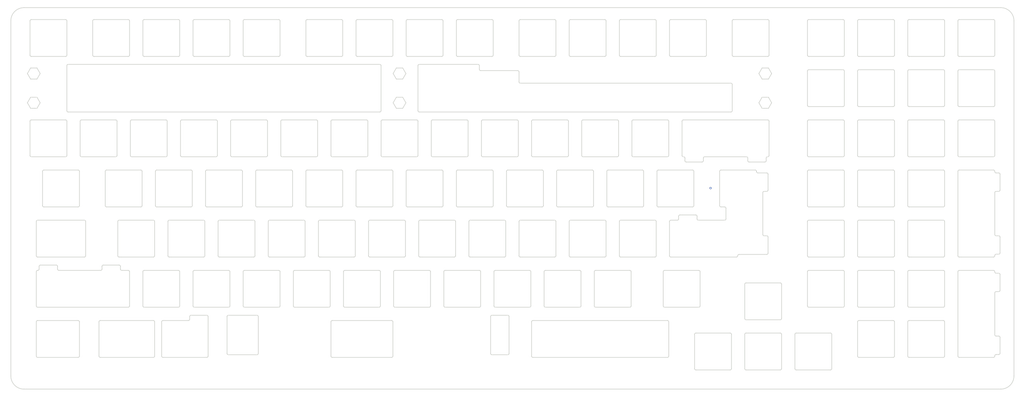
<source format=kicad_pcb>
(kicad_pcb (version 20211014) (generator pcbnew)

  (general
    (thickness 1.6)
  )

  (paper "A2")
  (layers
    (0 "F.Cu" signal)
    (31 "B.Cu" signal)
    (32 "B.Adhes" user "B.Adhesive")
    (33 "F.Adhes" user "F.Adhesive")
    (34 "B.Paste" user)
    (35 "F.Paste" user)
    (36 "B.SilkS" user "B.Silkscreen")
    (37 "F.SilkS" user "F.Silkscreen")
    (38 "B.Mask" user)
    (39 "F.Mask" user)
    (40 "Dwgs.User" user "User.Drawings")
    (41 "Cmts.User" user "User.Comments")
    (42 "Eco1.User" user "User.Eco1")
    (43 "Eco2.User" user "User.Eco2")
    (44 "Edge.Cuts" user)
    (45 "Margin" user)
    (46 "B.CrtYd" user "B.Courtyard")
    (47 "F.CrtYd" user "F.Courtyard")
    (48 "B.Fab" user)
    (49 "F.Fab" user)
    (50 "User.1" user)
    (51 "User.2" user)
    (52 "User.3" user)
    (53 "User.4" user)
    (54 "User.5" user)
    (55 "User.6" user)
    (56 "User.7" user)
    (57 "User.8" user)
    (58 "User.9" user)
  )

  (setup
    (pad_to_mask_clearance 0)
    (pcbplotparams
      (layerselection 0x00010fc_ffffffff)
      (disableapertmacros false)
      (usegerberextensions false)
      (usegerberattributes true)
      (usegerberadvancedattributes true)
      (creategerberjobfile true)
      (svguseinch false)
      (svgprecision 6)
      (excludeedgelayer true)
      (plotframeref false)
      (viasonmask false)
      (mode 1)
      (useauxorigin false)
      (hpglpennumber 1)
      (hpglpenspeed 20)
      (hpglpendiameter 15.000000)
      (dxfpolygonmode true)
      (dxfimperialunits true)
      (dxfusepcbnewfont true)
      (psnegative false)
      (psa4output false)
      (plotreference true)
      (plotvalue true)
      (plotinvisibletext false)
      (sketchpadsonfab false)
      (subtractmaskfromsilk false)
      (outputformat 1)
      (mirror false)
      (drillshape 0)
      (scaleselection 1)
      (outputdirectory "firetruck-switchplate-gerbers/")
    )
  )

  (net 0 "")

  (gr_line (start 458.7875 120.65) (end 458.7875 133.65) (layer "Edge.Cuts") (width 0.25) (tstamp 003c2200-0632-4808-a662-8ddd5d30c768))
  (gr_arc (start 344.775 158.75) (mid 344.921447 158.396447) (end 345.275 158.25) (layer "Edge.Cuts") (width 0.25) (tstamp 008da5b9-6f95-4113-b7d0-d93ac62efd33))
  (gr_line (start 330.4875 120.65) (end 330.4875 133.65) (layer "Edge.Cuts") (width 0.25) (tstamp 009a4fb4-fcc0-4623-ae5d-c1bae3219583))
  (gr_line (start 354.3 63.5) (end 354.3 76.5) (layer "Edge.Cuts") (width 0.25) (tstamp 009b5465-0a65-4237-93e7-eb65321eeb18))
  (gr_line (start 444.7875 82.55) (end 444.7875 95.55) (layer "Edge.Cuts") (width 0.25) (tstamp 00e38d63-5436-49db-81f5-697421f168fc))
  (gr_line (start 354.8 63) (end 367.8 63) (layer "Edge.Cuts") (width 0.25) (tstamp 00f3ea8b-8a54-4e56-84ff-d98f6c00496c))
  (gr_arc (start 180.96875 191.3) (mid 180.615197 191.153553) (end 180.46875 190.8) (layer "Edge.Cuts") (width 0.25) (tstamp 011ee658-718d-416a-85fd-961729cd1ee5))
  (gr_arc (start 178.5875 134.15) (mid 178.233947 134.003553) (end 178.0875 133.65) (layer "Edge.Cuts") (width 0.25) (tstamp 014d13cd-26ad-4d0e-86ad-a43b541cab14))
  (gr_line (start 445.2875 177.3) (end 458.2875 177.3) (layer "Edge.Cuts") (width 0.25) (tstamp 01e9b6e7-adf9-4ee7-9447-a588630ee4a2))
  (gr_arc (start 305.8875 120.15) (mid 306.241053 120.296447) (end 306.3875 120.65) (layer "Edge.Cuts") (width 0.25) (tstamp 01f82238-6335-48fe-8b0a-6853e227345a))
  (gr_line (start 211.1375 120.65) (end 211.1375 133.65) (layer "Edge.Cuts") (width 0.25) (tstamp 0217dfc4-fc13-4699-99ad-d9948522648e))
  (gr_arc (start 373.85 77) (mid 373.496447 76.853553) (end 373.35 76.5) (layer "Edge.Cuts") (width 0.25) (tstamp 02538207-54a8-4266-8d51-23871852b2ff))
  (gr_line (start 225.7125 101.6) (end 225.7125 114.6) (layer "Edge.Cuts") (width 0.25) (tstamp 026ac84e-b8b2-4dd2-b675-8323c24fd778))
  (gr_arc (start 154.275 63.5) (mid 154.421447 63.146447) (end 154.775 63) (layer "Edge.Cuts") (width 0.25) (tstamp 02f8904b-a7b2-49dd-b392-764e7e29fb51))
  (gr_line (start 316.2 139.7) (end 316.2 152.7) (layer "Edge.Cuts") (width 0.25) (tstamp 0325ec43-0390-4ae2-b055-b1ec6ce17b1c))
  (gr_line (start 307.175 158.25) (end 320.175 158.25) (layer "Edge.Cuts") (width 0.25) (tstamp 0351df45-d042-41d4-ba35-88092c7be2fc))
  (gr_line (start 373.0625 177.8) (end 373.0625 190.8) (layer "Edge.Cuts") (width 0.25) (tstamp 03c52831-5dc5-43c5-a442-8d23643b46fb))
  (gr_line (start 378.6125 115.1) (end 378.6995 115.1) (layer "Edge.Cuts") (width 0.25) (tstamp 03c7f780-fc1b-487a-b30d-567d6c09fdc8))
  (gr_line (start 249.2375 63.5) (end 249.2375 76.5) (layer "Edge.Cuts") (width 0.25) (tstamp 03caada9-9e22-4e2d-9035-b15433dfbb17))
  (gr_arc (start 483.3875 153.2) (mid 483.033947 153.053553) (end 482.8875 152.7) (layer "Edge.Cuts") (width 0.25) (tstamp 03f57fb4-32a3-4bc6-85b9-fd8ece4a9592))
  (gr_arc (start 371.46875 172.25) (mid 371.115197 172.103553) (end 370.96875 171.75) (layer "Edge.Cuts") (width 0.25) (tstamp 04cf2f2c-74bf-400d-b4f6-201720df00ed))
  (gr_arc (start 477.8375 76.5) (mid 477.691053 76.853553) (end 477.3375 77) (layer "Edge.Cuts") (width 0.25) (tstamp 051b8cb0-ae77-4e09-98a7-bf2103319e66))
  (gr_line (start 373.85 63) (end 386.85 63) (layer "Edge.Cuts") (width 0.25) (tstamp 0520f61d-4522-4301-a3fa-8ed0bf060f69))
  (gr_line (start 335.75 153.2) (end 348.75 153.2) (layer "Edge.Cuts") (width 0.25) (tstamp 057af6bb-cf6f-4bfb-b0c0-2e92a2c09a47))
  (gr_arc (start 287.3375 76.5) (mid 287.191053 76.853553) (end 286.8375 77) (layer "Edge.Cuts") (width 0.25) (tstamp 05d3e08e-e1f9-46cf-93d0-836d1306d03a))
  (gr_arc (start 405.9 120.15) (mid 406.253553 120.296447) (end 406.4 120.65) (layer "Edge.Cuts") (width 0.25) (tstamp 05f2859d-2820-4e84-b395-696011feb13b))
  (gr_line (start 254.7875 134.15) (end 267.7875 134.15) (layer "Edge.Cuts") (width 0.25) (tstamp 065b9982-55f2-4822-977e-07e8a06e7b35))
  (gr_line (start 445.2875 120.15) (end 458.2875 120.15) (layer "Edge.Cuts") (width 0.25) (tstamp 071522c0-d0ed-49b9-906e-6295f67fb0dc))
  (gr_line (start 498.8875 165.837) (end 498.8875 159.837) (layer "Edge.Cuts") (width 0.25) (tstamp 0755aee5-bc01-4cb5-b830-583289df50a3))
  (gr_arc (start 386.1995 115.6) (mid 386.345947 115.246447) (end 386.6995 115.1) (layer "Edge.Cuts") (width 0.25) (tstamp 076046ab-4b56-4060-b8d9-0d80806d0277))
  (gr_arc (start 445.2875 153.2) (mid 444.933947 153.053553) (end 444.7875 152.7) (layer "Edge.Cuts") (width 0.25) (tstamp 07d160b6-23e1-4aa0-95cb-440482e6fc15))
  (gr_arc (start 425.7375 82.55) (mid 425.883947 82.196447) (end 426.2375 82.05) (layer "Edge.Cuts") (width 0.25) (tstamp 083becc8-e25d-4206-9636-55457650bbe3))
  (gr_line (start 169.0625 115.1) (end 182.0625 115.1) (layer "Edge.Cuts") (width 0.25) (tstamp 088f77ba-fca9-42b3-876e-a6937267f957))
  (gr_line (start 215.9 139.7) (end 215.9 152.7) (layer "Edge.Cuts") (width 0.25) (tstamp 08a7c925-7fae-4530-b0c9-120e185cb318))
  (gr_line (start 250.025 158.25) (end 263.025 158.25) (layer "Edge.Cuts") (width 0.25) (tstamp 097edb1b-8998-4e70-b670-bba125982348))
  (gr_line (start 211.925 158.25) (end 224.925 158.25) (layer "Edge.Cuts") (width 0.25) (tstamp 099096e4-8c2a-4d84-a16f-06b4b6330e7a))
  (gr_arc (start 463.8375 177.8) (mid 463.983947 177.446447) (end 464.3375 177.3) (layer "Edge.Cuts") (width 0.25) (tstamp 0a1a4d88-972a-46ce-b25e-6cb796bd41f7))
  (gr_line (start 403.0755 115.6) (end 403.0755 116.6) (layer "Edge.Cuts") (width 0.25) (tstamp 0ae82096-0994-4fb0-9a2a-d4ac4804abac))
  (gr_line (start 496.8875 190.713) (end 496.8875 190.8) (layer "Edge.Cuts") (width 0.25) (tstamp 0b21a65d-d20b-411e-920a-75c343ac5136))
  (gr_arc (start 306.3875 76.5) (mid 306.241053 76.853553) (end 305.8875 77) (layer "Edge.Cuts") (width 0.25) (tstamp 0b4c0f05-c855-4742-bad2-dbf645d5842b))
  (gr_arc (start 130.4625 101.6) (mid 130.608947 101.246447) (end 130.9625 101.1) (layer "Edge.Cuts") (width 0.25) (tstamp 0b9f21ed-3d41-4f23-ae45-74117a5f3153))
  (gr_line (start 226.2125 101.1) (end 239.2125 101.1) (layer "Edge.Cuts") (width 0.25) (tstamp 0bcafe80-ffba-4f1e-ae51-95a595b006db))
  (gr_line (start 216.6625 190.3) (end 205.8025 190.3) (layer "Edge.Cuts") (width 0.25) (tstamp 0c3dceba-7c95-4b3d-b590-0eb581444beb))
  (gr_arc (start 216.1875 120.65) (mid 216.333947 120.296447) (end 216.6875 120.15) (layer "Edge.Cuts") (width 0.25) (tstamp 0cbeb329-a88d-4a47-a5c2-a1d693de2f8c))
  (gr_line (start 464.3375 101.1) (end 477.3375 101.1) (layer "Edge.Cuts") (width 0.25) (tstamp 0cc45b5b-96b3-4284-9cae-a3a9e324a916))
  (gr_arc (start 315.9125 114.6) (mid 315.766053 114.953553) (end 315.4125 115.1) (layer "Edge.Cuts") (width 0.25) (tstamp 0cc9bf07-55b9-458f-b8aa-41b2f51fa940))
  (gr_line (start 392.9 120.15) (end 405.9 120.15) (layer "Edge.Cuts") (width 0.25) (tstamp 0ce8d3ab-2662-4158-8a2a-18b782908fc5))
  (gr_arc (start 268.575 158.75) (mid 268.721447 158.396447) (end 269.075 158.25) (layer "Edge.Cuts") (width 0.25) (tstamp 0ceb97d6-1b0f-4b71-921e-b0955c30c998))
  (gr_arc (start 426.2375 77) (mid 425.883947 76.853553) (end 425.7375 76.5) (layer "Edge.Cuts") (width 0.25) (tstamp 0d993e48-cea3-4104-9c5a-d8f97b64a3ac))
  (gr_arc (start 163.8 139.7) (mid 163.946447 139.346447) (end 164.3 139.2) (layer "Edge.Cuts") (width 0.25) (tstamp 0dfdfa9f-1e3f-4e14-b64b-12bde76a80c7))
  (gr_line (start 287.625 158.75) (end 287.625 171.75) (layer "Edge.Cuts") (width 0.25) (tstamp 0e1ed1c5-7428-4dc7-b76e-49b2d5f8177d))
  (gr_arc (start 292.3875 120.65) (mid 292.533947 120.296447) (end 292.8875 120.15) (layer "Edge.Cuts") (width 0.25) (tstamp 0e249018-17e7-42b3-ae5d-5ebf3ae299ae))
  (gr_line (start 406.9 121.237) (end 410.28125 121.237) (layer "Edge.Cuts") (width 0.25) (tstamp 0e8f7fc0-2ef2-4b90-9c15-8a3a601ee459))
  (gr_line (start 134.322371 83.49) (end 133.109936 81.39) (layer "Edge.Cuts") (width 0.25) (tstamp 0eaa98f0-9565-4637-ace3-42a5231b07f7))
  (gr_line (start 415.925 182.5625) (end 415.925 195.5625) (layer "Edge.Cuts") (width 0.25) (tstamp 0f22151c-f260-4674-b486-4710a2c42a55))
  (gr_line (start 178.5875 120.15) (end 191.5875 120.15) (layer "Edge.Cuts") (width 0.25) (tstamp 0f31f11f-c374-4640-b9a4-07bbdba8d354))
  (gr_line (start 359.0625 101.6) (end 359.0625 114.6) (layer "Edge.Cuts") (width 0.25) (tstamp 0f324b67-75ef-407f-8dbc-3c1fc5c2abba))
  (gr_line (start 496.8875 152.613) (end 496.8875 152.7) (layer "Edge.Cuts") (width 0.25) (tstamp 0f54db53-a272-4955-88fb-d7ab00657bb0))
  (gr_arc (start 367.8 63) (mid 368.153553 63.146447) (end 368.3 63.5) (layer "Edge.Cuts") (width 0.25) (tstamp 0f560957-a8c5-442f-b20c-c2d88613742c))
  (gr_arc (start 326.225 172.25) (mid 325.871447 172.103553) (end 325.725 171.75) (layer "Edge.Cuts") (width 0.25) (tstamp 0fafc6b9-fd35-4a55-9270-7a8e7ce3cb13))
  (gr_arc (start 458.7875 133.65) (mid 458.641053 134.003553) (end 458.2875 134.15) (layer "Edge.Cuts") (width 0.25) (tstamp 0fc5db66-6188-4c1f-bb14-0868bef113eb))
  (gr_arc (start 278.3125 98.1) (mid 277.958947 97.953553) (end 277.8125 97.6) (layer "Edge.Cuts") (width 0.25) (tstamp 0fd35a3e-b394-4aae-875a-fac843f9cbb7))
  (gr_line (start 386.6995 115.1) (end 402.5755 115.1) (layer "Edge.Cuts") (width 0.25) (tstamp 0fdc6f30-77bc-4e9b-8665-c8aa9acf5bf9))
  (gr_line (start 206.375 63.5) (end 206.375 76.5) (layer "Edge.Cuts") (width 0.25) (tstamp 0ff508fd-18da-4ab7-9844-3c8a28c2587e))
  (gr_line (start 301.116652 81.892565) (end 301.116652 80.5) (layer "Edge.Cuts") (width 0.25) (tstamp 10109f84-4940-47f8-8640-91f185ac9bc1))
  (gr_line (start 133.93075 157.75) (end 133.93075 156.75) (layer "Edge.Cuts") (width 0.25) (tstamp 101ef598-601d-400e-9ef6-d655fbb1dbfa))
  (gr_line (start 135.225 120.65) (end 135.225 133.65) (layer "Edge.Cuts") (width 0.25) (tstamp 109caac1-5036-4f23-9a66-f569d871501b))
  (gr_arc (start 463.8375 82.55) (mid 463.983947 82.196447) (end 464.3375 82.05) (layer "Edge.Cuts") (width 0.25) (tstamp 10d8ad0e-6a08-4053-92aa-23a15910fd21))
  (gr_arc (start 463.8375 120.65) (mid 463.983947 120.296447) (end 464.3375 120.15) (layer "Edge.Cuts") (width 0.25) (tstamp 10e52e95-44f3-4059-a86d-dcda603e0623))
  (gr_arc (start 402.5755 115.1) (mid 402.929053 115.246447) (end 403.0755 115.6) (layer "Edge.Cuts") (width 0.25) (tstamp 1171ce37-6ad7-4662-bb68-5592c945ebf3))
  (gr_line (start 273.8375 77) (end 286.8375 77) (layer "Edge.Cuts") (width 0.25) (tstamp 1199146e-a60b-416a-b503-e77d6d2892f9))
  (gr_arc (start 445.2875 96.05) (mid 444.933947 95.903553) (end 444.7875 95.55) (layer "Edge.Cuts") (width 0.25) (tstamp 123968c6-74e7-4754-8c36-08ea08e42555))
  (gr_arc (start 269.075 172.25) (mid 268.721447 172.103553) (end 268.575 171.75) (layer "Edge.Cuts") (width 0.25) (tstamp 1241b7f2-e266-4f5c-8a97-9f0f9d0eef37))
  (gr_line (start 277.8125 101.6) (end 277.8125 114.6) (layer "Edge.Cuts") (width 0.25) (tstamp 12422a89-3d0c-485c-9386-f77121fd68fd))
  (gr_line (start 272.019936 92.5) (end 269.595064 92.5) (layer "Edge.Cuts") (width 0.25) (tstamp 127679a9-3981-4934-815e-896a4e3ff56e))
  (gr_arc (start 301.125 158.25) (mid 301.478553 158.396447) (end 301.625 158.75) (layer "Edge.Cuts") (width 0.25) (tstamp 12a24e86-2c38-4685-bba9-fff8dddb4cb0))
  (gr_arc (start 329.7 63) (mid 330.053553 63.146447) (end 330.2 63.5) (layer "Edge.Cuts") (width 0.25) (tstamp 12c8f4c9-cb79-4390-b96c-a717c693de17))
  (gr_arc (start 316.2 63.5) (mid 316.346447 63.146447) (end 316.7 63) (layer "Edge.Cuts") (width 0.25) (tstamp 12f8e43c-8f83-48d3-a9b5-5f3ebc0b6c43))
  (gr_arc (start 311.4375 120.65) (mid 311.583947 120.296447) (end 311.9375 120.15) (layer "Edge.Cuts") (width 0.25) (tstamp 13bbfffc-affb-4b43-9eb1-f2ed90a8a919))
  (gr_line (start 144.4625 63.5) (end 144.4625 76.5) (layer "Edge.Cuts") (width 0.25) (tstamp 13c0ff76-ed71-4cd9-abb0-92c376825d5d))
  (gr_arc (start 496.8875 114.6) (mid 496.741053 114.953553) (end 496.3875 115.1) (layer "Edge.Cuts") (width 0.25) (tstamp 14094ad2-b562-4efa-8c6f-51d7a3134345))
  (gr_arc (start 496.3875 101.1) (mid 496.741053 101.246447) (end 496.8875 101.6) (layer "Edge.Cuts") (width 0.25) (tstamp 1427bb3f-0689-4b41-a816-cd79a5202fd0))
  (gr_arc (start 444.7875 120.65) (mid 444.933947 120.296447) (end 445.2875 120.15) (layer "Edge.Cuts") (width 0.25) (tstamp 142dd724-2a9f-4eea-ab21-209b1bc7ec65))
  (gr_line (start 426.2375 77) (end 439.2375 77) (layer "Edge.Cuts") (width 0.25) (tstamp 143ed874-a01f-4ced-ba4e-bbb66ddd1f70))
  (gr_line (start 463.8375 158.75) (end 463.8375 171.75) (layer "Edge.Cuts") (width 0.25) (tstamp 14769dc5-8525-4984-8b15-a734ee247efa))
  (gr_line (start 288.125 172.25) (end 301.125 172.25) (layer "Edge.Cuts") (width 0.25) (tstamp 14c51520-6d91-4098-a59a-5121f2a898f7))
  (gr_line (start 463.8375 82.55) (end 463.8375 95.55) (layer "Edge.Cuts") (width 0.25) (tstamp 155b0b7c-70b4-4a26-a550-bac13cab0aa4))
  (gr_arc (start 445.2875 134.15) (mid 444.933947 134.003553) (end 444.7875 133.65) (layer "Edge.Cuts") (width 0.25) (tstamp 15a82541-58d8-45b5-99c5-fb52e017e3ea))
  (gr_line (start 498.8875 127.737) (end 498.8875 121.737) (layer "Edge.Cuts") (width 0.25) (tstamp 15fe8f3d-6077-4e0e-81d0-8ec3f4538981))
  (gr_line (start 173.825 77) (end 186.825 77) (layer "Edge.Cuts") (width 0.25) (tstamp 16121028-bdf5-49c0-aae7-e28fe5bfa771))
  (gr_line (start 180.46875 177.8) (end 180.46875 190.8) (layer "Edge.Cuts") (width 0.25) (tstamp 16a9ae8c-3ad2-439b-8efe-377c994670c7))
  (gr_line (start 464.3375 177.3) (end 477.3375 177.3) (layer "Edge.Cuts") (width 0.25) (tstamp 16bd6381-8ac0-4bf2-9dce-ecc20c724b8d))
  (gr_line (start 354.8 153.2) (end 367.8 153.2) (layer "Edge.Cuts") (width 0.25) (tstamp 173f6f06-e7d0-42ac-ab03-ce6b79b9eeee))
  (gr_arc (start 387.35 76.5) (mid 387.203553 76.853553) (end 386.85 77) (layer "Edge.Cuts") (width 0.25) (tstamp 17ed3508-fa2e-4593-a799-bfd39a6cc14d))
  (gr_arc (start 497.3875 159.337) (mid 497.033947 159.190553) (end 496.8875 158.837) (layer "Edge.Cuts") (width 0.25) (tstamp 180245d9-4a3f-4d1b-adcc-b4eafac722e0))
  (gr_line (start 133.109936 81.39) (end 130.685064 81.39) (layer "Edge.Cuts") (width 0.25) (tstamp 181abe7a-f941-42b6-bd46-aaa3131f90fb))
  (gr_line (start 156.65625 177.8) (end 156.65625 190.8) (layer "Edge.Cuts") (width 0.25) (tstamp 182b2d54-931d-49d6-9f39-60a752623e36))
  (gr_line (start 434.975 182.5625) (end 434.975 195.5625) (layer "Edge.Cuts") (width 0.25) (tstamp 1831fb37-1c5d-42c4-b898-151be6fca9dc))
  (gr_line (start 197.6375 134.15) (end 210.6375 134.15) (layer "Edge.Cuts") (width 0.25) (tstamp 18b7e157-ae67-48ad-bd7c-9fef6fe45b22))
  (gr_arc (start 177.8 190.8) (mid 177.653553 191.153553) (end 177.3 191.3) (layer "Edge.Cuts") (width 0.25) (tstamp 18c61c95-8af1-4986-b67e-c7af9c15ab6b))
  (gr_arc (start 496.3875 120.15) (mid 496.741053 120.296447) (end 496.8875 120.65) (layer "Edge.Cuts") (width 0.25) (tstamp 18ca5aef-6a2c-41ac-9e7f-bf7acb716e53))
  (gr_arc (start 187.325 171.75) (mid 187.178553 172.103553) (end 186.825 172.25) (layer "Edge.Cuts") (width 0.25) (tstamp 18d11f32-e1a6-4f29-8e3c-0bfeb07299bd))
  (gr_arc (start 130.4625 63.5) (mid 130.608947 63.146447) (end 130.9625 63) (layer "Edge.Cuts") (width 0.25) (tstamp 18f1018d-5857-4c32-a072-f3de80352f74))
  (gr_arc (start 410.0755 115.6) (mid 410.221947 115.246447) (end 410.5755 115.1) (layer "Edge.Cuts") (width 0.25) (tstamp 196a8dd5-5fd6-4c7f-ae4a-0104bd82e61b))
  (gr_line (start 135.725 120.15) (end 148.725 120.15) (layer "Edge.Cuts") (width 0.25) (tstamp 19b0959e-a79b-43b2-a5ad-525ced7e9131))
  (gr_line (start 464.3375 172.25) (end 477.3375 172.25) (layer "Edge.Cuts") (width 0.25) (tstamp 19c56563-5fe3-442a-885b-418dbc2421eb))
  (gr_line (start 301.625 158.75) (end 301.625 171.75) (layer "Edge.Cuts") (width 0.25) (tstamp 1a1ab354-5f85-45f9-938c-9f6c4c8c3ea2))
  (gr_line (start 315.9125 101.6) (end 315.9125 114.6) (layer "Edge.Cuts") (width 0.25) (tstamp 1a6d2848-e78e-49fe-8978-e1890f07836f))
  (gr_arc (start 330.9875 134.15) (mid 330.633947 134.003553) (end 330.4875 133.65) (layer "Edge.Cuts") (width 0.25) (tstamp 1ab71a3c-340b-469a-ada5-4f87f0b7b2fa))
  (gr_arc (start 163.0125 101.1) (mid 163.366053 101.246447) (end 163.5125 101.6) (layer "Edge.Cuts") (width 0.25) (tstamp 1b023dd4-5185-4576-b544-68a05b9c360b))
  (gr_arc (start 384.96875 171.75) (mid 384.822303 172.103553) (end 384.46875 172.25) (layer "Edge.Cuts") (width 0.25) (tstamp 1bdd5841-68b7-42e2-9447-cbdb608d8a08))
  (gr_line (start 244.475 158.75) (end 244.475 171.75) (layer "Edge.Cuts") (width 0.25) (tstamp 1bf544e3-5940-4576-9291-2464e95c0ee2))
  (gr_arc (start 254.7875 77) (mid 254.433947 76.853553) (end 254.2875 76.5) (layer "Edge.Cuts") (width 0.25) (tstamp 1c052668-6749-425a-9a77-35f046c8aa39))
  (gr_line (start 359.5625 115.1) (end 372.5625 115.1) (layer "Edge.Cuts") (width 0.25) (tstamp 1c68b844-c861-46b7-b734-0242168a4220))
  (gr_arc (start 397.6625 77) (mid 397.308947 76.853553) (end 397.1625 76.5) (layer "Edge.Cuts") (width 0.25) (tstamp 1c9f6fea-1796-4a2d-80b3-ae22ce51c8f5))
  (gr_arc (start 439.2375 101.1) (mid 439.591053 101.246447) (end 439.7375 101.6) (layer "Edge.Cuts") (width 0.25) (tstamp 1cb22080-0f59-4c18-a6e6-8685ef44ec53))
  (gr_line (start 149.225 120.65) (end 149.225 133.65) (layer "Edge.Cuts") (width 0.25) (tstamp 1d9cdadc-9036-4a95-b6db-fa7b3b74c869))
  (gr_arc (start 253.5 139.2) (mid 253.853553 139.346447) (end 254 139.7) (layer "Edge.Cuts") (width 0.25) (tstamp 1dfbf353-5b24-4c0f-8322-8fcd514ae75e))
  (gr_line (start 133.109936 92.5) (end 130.685064 92.5) (layer "Edge.Cuts") (width 0.25) (tstamp 1e1b062d-fad0-427c-a622-c5b8a80b5268))
  (gr_arc (start 444.7875 139.7) (mid 444.933947 139.346447) (end 445.2875 139.2) (layer "Edge.Cuts") (width 0.25) (tstamp 1e48966e-d29d-4521-8939-ec8ac570431d))
  (gr_line (start 192.875 172.25) (end 205.875 172.25) (layer "Edge.Cuts") (width 0.25) (tstamp 1e518c2a-4cb7-4599-a1fa-5b9f847da7d3))
  (gr_line (start 477.8375 63.5) (end 477.8375 76.5) (layer "Edge.Cuts") (width 0.25) (tstamp 1e8701fc-ad24-40ea-846a-e3db538d6077))
  (gr_line (start 225.425 63.5) (end 225.425 76.5) (layer "Edge.Cuts") (width 0.25) (tstamp 1f3003e6-dce5-420f-906b-3f1e92b67249))
  (gr_line (start 444.7875 101.6) (end 444.7875 114.6) (layer "Edge.Cuts") (width 0.25) (tstamp 1f8b2c0c-b042-4e2e-80f6-4959a27b238f))
  (gr_arc (start 383.375 196.0625) (mid 383.021447 195.916053) (end 382.875 195.5625) (layer "Edge.Cuts") (width 0.25) (tstamp 1f9ae101-c652-4998-a503-17aedf3d5746))
  (gr_line (start 464.3375 82.05) (end 477.3375 82.05) (layer "Edge.Cuts") (width 0.25) (tstamp 1fa508ef-df83-4c99-846b-9acf535b3ad9))
  (gr_arc (start 141.43075 158.25) (mid 141.077197 158.103553) (end 140.93075 157.75) (layer "Edge.Cuts") (width 0.25) (tstamp 1fbb0219-551e-409b-a61b-76e8cebdfb9d))
  (gr_arc (start 415.425 163.0125) (mid 415.778553 163.158947) (end 415.925 163.5125) (layer "Edge.Cuts") (width 0.25) (tstamp 2035ea48-3ef5-4d7f-8c3c-50981b30c89a))
  (gr_arc (start 439.2375 63) (mid 439.591053 63.146447) (end 439.7375 63.5) (layer "Edge.Cuts") (width 0.25) (tstamp 20901d7e-a300-4069-8967-a6a7e97a68bc))
  (gr_line (start 445.2875 139.2) (end 458.2875 139.2) (layer "Edge.Cuts") (width 0.25) (tstamp 20c315f4-1e4f-49aa-8d61-778a7389df7e))
  (gr_arc (start 368.5875 120.65) (mid 368.733947 120.296447) (end 369.0875 120.15) (layer "Edge.Cuts") (width 0.25) (tstamp 20caf6d2-76a7-497e-ac56-f6d31eb9027b))
  (gr_line (start 183.35 153.2) (end 196.35 153.2) (layer "Edge.Cuts") (width 0.25) (tstamp 20cca02e-4c4d-4961-b6b4-b40a1731b220))
  (gr_arc (start 245.2625 115.1) (mid 244.908947 114.953553) (end 244.7625 114.6) (layer "Edge.Cuts") (width 0.25) (tstamp 212bf70c-2324-47d9-8700-59771063baeb))
  (gr_arc (start 372.5625 101.1) (mid 372.916053 101.246447) (end 373.0625 101.6) (layer "Edge.Cuts") (width 0.25) (tstamp 2165c9a4-eb84-4cb6-a870-2fdc39d2511b))
  (gr_line (start 445.2875 158.25) (end 458.2875 158.25) (layer "Edge.Cuts") (width 0.25) (tstamp 21ae9c3a-7138-444e-be38-56a4842ab594))
  (gr_line (start 354.8 77) (end 367.8 77) (layer "Edge.Cuts") (width 0.25) (tstamp 221bef83-3ea7-4d3f-adeb-53a8a07c6273))
  (gr_line (start 321.4625 115.1) (end 334.4625 115.1) (layer "Edge.Cuts") (width 0.25) (tstamp 224768bc-6009-43ba-aa4a-70cbaa15b5a3))
  (gr_line (start 240 139.7) (end 240 152.7) (layer "Edge.Cuts") (width 0.25) (tstamp 22999e73-da32-43a5-9163-4b3a41614f25))
  (gr_arc (start 244.7625 177.8) (mid 244.908947 177.446447) (end 245.2625 177.3) (layer "Edge.Cuts") (width 0.25) (tstamp 22bb6c80-05a9-4d89-98b0-f4c23fe6c1ce))
  (gr_arc (start 426.2375 115.1) (mid 425.883947 114.953553) (end 425.7375 114.6) (layer "Edge.Cuts") (width 0.25) (tstamp 235067e2-1686-40fe-a9a0-61704311b2b1))
  (gr_line (start 201.9 139.7) (end 201.9 152.7) (layer "Edge.Cuts") (width 0.25) (tstamp 240c10af-51b5-420e-a6f4-a2c8f5db1db5))
  (gr_line (start 477.8375 120.65) (end 477.8375 133.65) (layer "Edge.Cuts") (width 0.25) (tstamp 240e07e1-770b-4b27-894f-29fd601c924d))
  (gr_line (start 306.675 158.75) (end 306.675 171.75) (layer "Edge.Cuts") (width 0.25) (tstamp 240e5dac-6242-47a5-bbef-f76d11c715c0))
  (gr_arc (start 296.3625 101.1) (mid 296.716053 101.246447) (end 296.8625 101.6) (layer "Edge.Cuts") (width 0.25) (tstamp 241e0c85-4796-48eb-a5a0-1c0f2d6e5910))
  (gr_arc (start 128.1775 203.3475) (mid 124.641966 201.883034) (end 123.1775 198.3475) (layer "Edge.Cuts") (width 0.25) (tstamp 2454fd1b-3484-4838-8b7e-d26357238fe1))
  (gr_arc (start 464.3375 153.2) (mid 463.983947 153.053553) (end 463.8375 152.7) (layer "Edge.Cuts") (width 0.25) (tstamp 24b72b0d-63b8-4e06-89d0-e94dcf39a600))
  (gr_line (start 477.8375 101.6) (end 477.8375 114.6) (layer "Edge.Cuts") (width 0.25) (tstamp 24f7628d-681d-4f0e-8409-40a129e929d9))
  (gr_arc (start 206.375 76.5) (mid 206.228553 76.853553) (end 205.875 77) (layer "Edge.Cuts") (width 0.25) (tstamp 2518d4ea-25cc-4e57-a0d6-8482034e7318))
  (gr_arc (start 132.84375 139.7) (mid 132.990197 139.346447) (end 133.34375 139.2) (layer "Edge.Cuts") (width 0.25) (tstamp 252f1275-081d-4d77-8bd5-3b9e6916ef42))
  (gr_arc (start 329.7 139.2) (mid 330.053553 139.346447) (end 330.2 139.7) (layer "Edge.Cuts") (width 0.25) (tstamp 25bc3602-3fb4-4a04-94e3-21ba22562c24))
  (gr_line (start 496.8875 63.5) (end 496.8875 76.5) (layer "Edge.Cuts") (width 0.25) (tstamp 25d545dc-8f50-4573-922c-35ef5a2a3a19))
  (gr_line (start 273.8375 134.15) (end 286.8375 134.15) (layer "Edge.Cuts") (width 0.25) (tstamp 25e5aa8e-2696-44a3-8d3c-c2c53f2923cf))
  (gr_line (start 278.6 139.2) (end 291.6 139.2) (layer "Edge.Cuts") (width 0.25) (tstamp 262f1ea9-0133-4b43-be36-456207ea857c))
  (gr_line (start 187.6125 101.6) (end 187.6125 114.6) (layer "Edge.Cuts") (width 0.25) (tstamp 26801cfb-b53b-4a6a-a2f4-5f4986565765))
  (gr_arc (start 278.1 139.7) (mid 278.246447 139.346447) (end 278.6 139.2) (layer "Edge.Cuts") (width 0.25) (tstamp 269f19c3-6824-45a8-be29-fa58d70cbb42))
  (gr_line (start 370.96875 158.75) (end 370.96875 171.75) (layer "Edge.Cuts") (width 0.25) (tstamp 275aa44a-b61f-489f-9e2a-819a0fe0d1eb))
  (gr_arc (start 325.725 158.75) (mid 325.871447 158.396447) (end 326.225 158.25) (layer "Edge.Cuts") (width 0.25) (tstamp 27b2eb82-662b-42d8-90e6-830fec4bb8d2))
  (gr_line (start 425.7375 139.7) (end 425.7375 152.7) (layer "Edge.Cuts") (width 0.25) (tstamp 27d56953-c620-4d5b-9c1c-e48bc3d9684a))
  (gr_arc (start 292.3875 63.5) (mid 292.533947 63.146447) (end 292.8875 63) (layer "Edge.Cuts") (width 0.25) (tstamp 282c8e53-3acc-42f0-a92a-6aa976b97a93))
  (gr_arc (start 330.2 152.7) (mid 330.053553 153.053553) (end 329.7 153.2) (layer "Edge.Cuts") (width 0.25) (tstamp 283c990c-ae5a-4e41-a3ad-b40ca29fe90e))
  (gr_line (start 444.7875 120.65) (end 444.7875 133.65) (layer "Edge.Cuts") (width 0.25) (tstamp 2846428d-39de-4eae-8ce2-64955d56c493))
  (gr_arc (start 384.46875 158.25) (mid 384.822303 158.396447) (end 384.96875 158.75) (layer "Edge.Cuts") (width 0.25) (tstamp 2878a73c-5447-4cd9-8194-14f52ab9459c))
  (gr_line (start 445.2875 77) (end 458.2875 77) (layer "Edge.Cuts") (width 0.25) (tstamp 2891767f-251c-48c4-91c0-deb1b368f45c))
  (gr_arc (start 408.78125 128.737) (mid 408.927697 128.383447) (end 409.28125 128.237) (layer "Edge.Cuts") (width 0.25) (tstamp 28e37b45-f843-47c2-85c9-ca19f5430ece))
  (gr_line (start 392.4 120.65) (end 392.4 133.65) (layer "Edge.Cuts") (width 0.25) (tstamp 29195ea4-8218-44a1-b4bf-466bee0082e4))
  (gr_arc (start 483.3875 191.3) (mid 483.033947 191.153553) (end 482.8875 190.8) (layer "Edge.Cuts") (width 0.25) (tstamp 29bb7297-26fb-4776-9266-2355d022bab0))
  (gr_line (start 409.28125 145.113) (end 410.28125 145.113) (layer "Edge.Cuts") (width 0.25) (tstamp 29e058a7-50a3-43e5-81c3-bfee53da08be))
  (gr_line (start 191.1125 176.8) (end 191.1125 175.8) (layer "Edge.Cuts") (width 0.25) (tstamp 29e78086-2175-405e-9ba3-c48766d2f50c))
  (gr_arc (start 410.78125 127.737) (mid 410.634803 128.090553) (end 410.28125 128.237) (layer "Edge.Cuts") (width 0.25) (tstamp 2a1de22d-6451-488d-af77-0bf8841bd695))
  (gr_arc (start 348.75 63) (mid 349.103553 63.146447) (end 349.25 63.5) (layer "Edge.Cuts") (width 0.25) (tstamp 2a6075ae-c7fa-41db-86b8-3f996740bdc2))
  (gr_arc (start 250.025 172.25) (mid 249.671447 172.103553) (end 249.525 171.75) (layer "Edge.Cuts") (width 0.25) (tstamp 2b5a9ad3-7ec4-447d-916c-47adf5f9674f))
  (gr_arc (start 464.3375 96.05) (mid 463.983947 95.903553) (end 463.8375 95.55) (layer "Edge.Cuts") (width 0.25) (tstamp 2b64d2cb-d62a-4762-97ea-f1b0d4293c4f))
  (gr_arc (start 354.3 139.7) (mid 354.446447 139.346447) (end 354.8 139.2) (layer "Edge.Cuts") (width 0.25) (tstamp 2c60448a-e30f-46b2-89e1-a44f51688efc))
  (gr_arc (start 144.4625 114.6) (mid 144.316053 114.953553) (end 143.9625 115.1) (layer "Edge.Cuts") (width 0.25) (tstamp 2c95b9a6-9c71-4108-9cde-57ddfdd2dd19))
  (gr_line (start 477.8375 158.75) (end 477.8375 171.75) (layer "Edge.Cuts") (width 0.25) (tstamp 2d210a96-f81f-42a9-8bf4-1b43c11086f3))
  (gr_line (start 269.075 158.25) (end 282.075 158.25) (layer "Edge.Cuts") (width 0.25) (tstamp 2d67a417-188f-4014-9282-000265d80009))
  (gr_line (start 202.4 139.2) (end 215.4 139.2) (layer "Edge.Cuts") (width 0.25) (tstamp 2d697cf0-e02e-4ed1-a048-a704dab0ee43))
  (gr_line (start 292.1 139.7) (end 292.1 152.7) (layer "Edge.Cuts") (width 0.25) (tstamp 2d6db888-4e40-41c8-b701-07170fc894bc))
  (gr_arc (start 216.6625 175.3) (mid 217.016053 175.446447) (end 217.1625 175.8) (layer "Edge.Cuts") (width 0.25) (tstamp 2db910a0-b943-40b4-b81f-068ba5265f56))
  (gr_line (start 133.34375 177.3) (end 148.725 177.3) (layer "Edge.Cuts") (width 0.25) (tstamp 2dc272bd-3aa2-45b5-889d-1d3c8aac80f8))
  (gr_line (start 311.9375 120.15) (end 324.9375 120.15) (layer "Edge.Cuts") (width 0.25) (tstamp 2dc54bac-8640-4dd7-b8ed-3c7acb01a8ea))
  (gr_arc (start 373.0625 114.6) (mid 372.916053 114.953553) (end 372.5625 115.1) (layer "Edge.Cuts") (width 0.25) (tstamp 2de1ffee-2174-41d2-8969-68b8d21e5a7d))
  (gr_arc (start 259.55 153.2) (mid 259.196447 153.053553) (end 259.05 152.7) (layer "Edge.Cuts") (width 0.25) (tstamp 2e0a9f64-1b78-4597-8d50-d12d2268a95a))
  (gr_line (start 272.019936 85.59) (end 273.232371 83.49) (layer "Edge.Cuts") (width 0.25) (tstamp 2e642b3e-a476-4c54-9a52-dcea955640cd))
  (gr_line (start 354.3 139.7) (end 354.3 152.7) (layer "Edge.Cuts") (width 0.25) (tstamp 2e842263-c0ba-46fd-a760-6624d4c78278))
  (gr_arc (start 133.34375 191.3) (mid 132.990197 191.153553) (end 132.84375 190.8) (layer "Edge.Cuts") (width 0.25) (tstamp 2e90e294-82e1-45da-9bf1-b91dfe0dc8f6))
  (gr_line (start 268.2875 120.65) (end 268.2875 133.65) (layer "Edge.Cuts") (width 0.25) (tstamp 2f215f15-3d52-4c91-93e6-3ea03a95622f))
  (gr_arc (start 369.0875 134.15) (mid 368.733947 134.003553) (end 368.5875 133.65) (layer "Edge.Cuts") (width 0.25) (tstamp 2f291a4b-4ecb-4692-9ad2-324f9784c0d4))
  (gr_arc (start 434.975 195.5625) (mid 434.828553 195.916053) (end 434.475 196.0625) (layer "Edge.Cuts") (width 0.25) (tstamp 30317bf0-88bb-49e7-bf8b-9f3883982225))
  (gr_line (start 373.35 139.7) (end 373.35 152.7) (layer "Edge.Cuts") (width 0.25) (tstamp 309b3bff-19c8-41ec-a84d-63399c649f46))
  (gr_arc (start 458.7875 190.8) (mid 458.641053 191.153553) (end 458.2875 191.3) (layer "Edge.Cuts") (width 0.25) (tstamp 30c33e3e-fb78-498d-bffe-76273d527004))
  (gr_line (start 129.472629 94.6) (end 130.685064 96.7) (layer "Edge.Cuts") (width 0.25) (tstamp 30f15357-ce1d-48b9-93dc-7d9b1b2aa048))
  (gr_line (start 135.725 134.15) (end 148.725 134.15) (layer "Edge.Cuts") (width 0.25) (tstamp 31540a7e-dc9e-4e4d-96b1-dab15efa5f4b))
  (gr_arc (start 350.0375 134.15) (mid 349.683947 134.003553) (end 349.5375 133.65) (layer "Edge.Cuts") (width 0.25) (tstamp 319639ae-c2c5-486d-93b1-d03bb1b64252))
  (gr_line (start 368.3 139.7) (end 368.3 152.7) (layer "Edge.Cuts") (width 0.25) (tstamp 31e08896-1992-4725-96d9-9d2728bca7a3))
  (gr_arc (start 439.7375 114.6) (mid 439.591053 114.953553) (end 439.2375 115.1) (layer "Edge.Cuts") (width 0.25) (tstamp 31f91ec8-56e4-4e08-9ccd-012652772211))
  (gr_arc (start 182.0625 101.1) (mid 182.416053 101.246447) (end 182.5625 101.6) (layer "Edge.Cuts") (width 0.25) (tstamp 3249bd81-9fd4-4194-9b4f-2e333b2195b8))
  (gr_arc (start 191.1125 176.8) (mid 190.966053 177.153553) (end 190.6125 177.3) (layer "Edge.Cuts") (width 0.25) (tstamp 3326423d-8df7-4a7e-a354-349430b8fbd7))
  (gr_arc (start 240.5 153.2) (mid 240.146447 153.053553) (end 240 152.7) (layer "Edge.Cuts") (width 0.25) (tstamp 337e8520-cbd2-42c0-8d17-743bab17cbbd))
  (gr_arc (start 187.6125 101.6) (mid 187.758947 101.246447) (end 188.1125 101.1) (layer "Edge.Cuts") (width 0.25) (tstamp 347562f5-b152-4e7b-8a69-40ca6daaaad4))
  (gr_line (start 211.925 172.25) (end 224.925 172.25) (layer "Edge.Cuts") (width 0.25) (tstamp 34a74736-156e-4bf3-9200-cd137cfa59da))
  (gr_arc (start 334.4625 101.1) (mid 334.816053 101.246447) (end 334.9625 101.6) (layer "Edge.Cuts") (width 0.25) (tstamp 34c0bee6-7425-4435-8857-d1fe8dfb6d89))
  (gr_line (start 207.1625 101.1) (end 220.1625 101.1) (layer "Edge.Cuts") (width 0.25) (tstamp 34cdc1c9-c9e2-44c4-9677-c1c7d7efd83d))
  (gr_line (start 263.8125 101.6) (end 263.8125 114.6) (layer "Edge.Cuts") (width 0.25) (tstamp 34d03349-6d78-4165-a683-2d8b76f2bae8))
  (gr_line (start 498.8875 151.613) (end 498.8875 145.613) (layer "Edge.Cuts") (width 0.25) (tstamp 35a9f71f-ba35-47f6-814e-4106ac36c51e))
  (gr_arc (start 458.2875 63) (mid 458.641053 63.146447) (end 458.7875 63.5) (layer "Edge.Cuts") (width 0.25) (tstamp 35c09d1f-2914-4d1e-a002-df30af772f3b))
  (gr_arc (start 288.125 172.25) (mid 287.771447 172.103553) (end 287.625 171.75) (layer "Edge.Cuts") (width 0.25) (tstamp 35ef9c4a-35f6-467b-a704-b1d9354880cf))
  (gr_arc (start 302.4125 115.1) (mid 302.058947 114.953553) (end 301.9125 114.6) (layer "Edge.Cuts") (width 0.25) (tstamp 363945f6-fbef-42be-99cf-4a8a48434d92))
  (gr_arc (start 477.3375 177.3) (mid 477.691053 177.446447) (end 477.8375 177.8) (layer "Edge.Cuts") (width 0.25) (tstamp 36d783e7-096f-4c97-9672-7e08c083b87b))
  (gr_line (start 187.325 63.5) (end 187.325 76.5) (layer "Edge.Cuts") (width 0.25) (tstamp 378af8b4-af3d-46e7-89ae-deff12ca9067))
  (gr_line (start 245.2625 101.1) (end 258.2625 101.1) (layer "Edge.Cuts") (width 0.25) (tstamp 37b6c6d6-3e12-4736-912a-ea6e2bf06721))
  (gr_line (start 345.275 172.25) (end 358.275 172.25) (layer "Edge.Cuts") (width 0.25) (tstamp 37e8181c-a81e-498b-b2e2-0aef0c391059))
  (gr_line (start 350.0375 134.15) (end 363.0375 134.15) (layer "Edge.Cuts") (width 0.25) (tstamp 37f31dec-63fc-4634-a141-5dc5d2b60fe4))
  (gr_line (start 410.78125 127.737) (end 410.78125 121.737) (layer "Edge.Cuts") (width 0.25) (tstamp 382ca670-6ae8-4de6-90f9-f241d1337171))
  (gr_arc (start 282.8625 101.6) (mid 283.008947 101.246447) (end 283.3625 101.1) (layer "Edge.Cuts") (width 0.25) (tstamp 386ad9e3-71fa-420f-8722-88548b024fc5))
  (gr_line (start 426.2375 82.05) (end 439.2375 82.05) (layer "Edge.Cuts") (width 0.25) (tstamp 38a501e2-0ee8-439d-bd02-e9e90e7503e9))
  (gr_arc (start 291.6 139.2) (mid 291.953553 139.346447) (end 292.1 139.7) (layer "Edge.Cuts") (width 0.25) (tstamp 38cfe839-c630-43d3-a9ec-6a89ba9e318a))
  (gr_line (start 464.3375 96.05) (end 477.3375 96.05) (layer "Edge.Cuts") (width 0.25) (tstamp 399fc36a-ed5d-44b5-82f7-c6f83d9acc14))
  (gr_arc (start 177.3 139.2) (mid 177.653553 139.346447) (end 177.8 139.7) (layer "Edge.Cuts") (width 0.25) (tstamp 3a41dd27-ec14-44d5-b505-aad1d829f79a))
  (gr_line (start 173.825 172.25) (end 186.825 172.25) (layer "Edge.Cuts") (width 0.25) (tstamp 3a52f112-cb97-43db-aaeb-20afe27664d7))
  (gr_arc (start 349.5375 120.65) (mid 349.683947 120.296447) (end 350.0375 120.15) (layer "Edge.Cuts") (width 0.25) (tstamp 3a70978e-dcc2-4620-a99c-514362812927))
  (gr_line (start 496.8875 101.6) (end 496.8875 114.6) (layer "Edge.Cuts") (width 0.25) (tstamp 3a7648d8-121a-4921-9b92-9b35b76ce39b))
  (gr_line (start 225.425 158.75) (end 225.425 171.75) (layer "Edge.Cuts") (width 0.25) (tstamp 3aaee4c4-dbf7-49a5-a620-9465d8cc3ae7))
  (gr_arc (start 477.8375 171.75) (mid 477.691053 172.103553) (end 477.3375 172.25) (layer "Edge.Cuts") (width 0.25) (tstamp 3b686d17-1000-4762-ba31-589d599a3edf))
  (gr_line (start 133.109936 96.7) (end 134.322371 94.6) (layer "Edge.Cuts") (width 0.25) (tstamp 3b838d52-596d-4e4d-a6ac-e4c8e7621137))
  (gr_arc (start 394.78125 138.7) (mid 394.634803 139.053553) (end 394.28125 139.2) (layer "Edge.Cuts") (width 0.25) (tstamp 3c5e5ea9-793d-46e3-86bc-5884c4490dc7))
  (gr_arc (start 458.2875 120.15) (mid 458.641053 120.296447) (end 458.7875 120.65) (layer "Edge.Cuts") (width 0.25) (tstamp 3c8d03bf-f31d-4aa0-b8db-a227ffd7d8d6))
  (gr_arc (start 386.1995 116.6) (mid 386.053053 116.953553) (end 385.6995 117.1) (layer "Edge.Cuts") (width 0.25) (tstamp 3c9169cc-3a77-4ae0-8afc-cbfc472a28c5))
  (gr_line (start 477.8375 177.8) (end 477.8375 190.8) (layer "Edge.Cuts") (width 0.25) (tstamp 3cd1bda0-18db-417d-b581-a0c50623df68))
  (gr_arc (start 439.2375 120.15) (mid 439.591053 120.296447) (end 439.7375 120.65) (layer "Edge.Cuts") (width 0.25) (tstamp 3d6cdd62-5634-4e30-acf8-1b9c1dbf6653))
  (gr_arc (start 307.175 172.25) (mid 306.821447 172.103553) (end 306.675 171.75) (layer "Edge.Cuts") (width 0.25) (tstamp 3e0392c0-affc-4114-9de5-1f1cfe79418a))
  (gr_arc (start 458.7875 95.55) (mid 458.641053 95.903553) (end 458.2875 96.05) (layer "Edge.Cuts") (width 0.25) (tstamp 3e3d55c8-e0ea-48fb-8421-a84b7cb7055b))
  (gr_arc (start 403.5755 117.1) (mid 403.221947 116.953553) (end 403.0755 116.6) (layer "Edge.Cuts") (width 0.25) (tstamp 3e57b728-64e6-4470-8f27-a43c0dd85050))
  (gr_line (start 458.7875 101.6) (end 458.7875 114.6) (layer "Edge.Cuts") (width 0.25) (tstamp 3e903008-0276-4a73-8edb-5d9dfde6297c))
  (gr_arc (start 421.475 196.0625) (mid 421.121447 195.916053) (end 420.975 195.5625) (layer "Edge.Cuts") (width 0.25) (tstamp 3e915099-a18e-49f4-89bb-abe64c2dade5))
  (gr_arc (start 207.1625 115.1) (mid 206.808947 114.953553) (end 206.6625 114.6) (layer "Edge.Cuts") (width 0.25) (tstamp 3efa2ece-8f3f-4a8c-96e9-6ab3ec6f1f70))
  (gr_line (start 235.7375 77) (end 248.7375 77) (layer "Edge.Cuts") (width 0.25) (tstamp 3f43d730-2a73-49fe-9672-32428e7f5b49))
  (gr_line (start 128.1775 58.475) (end 499.1725 58.475) (layer "Edge.Cuts") (width 0.25) (tstamp 3f5fe6b7-98fc-4d3e-9567-f9f7202d1455))
  (gr_arc (start 321.4625 191.3) (mid 321.108947 191.153553) (end 320.9625 190.8) (layer "Edge.Cuts") (width 0.25) (tstamp 3f8a5430-68a9-4732-9b89-4e00dd8ae219))
  (gr_line (start 410.78125 151.7) (end 410.78125 145.613) (layer "Edge.Cuts") (width 0.25) (tstamp 3fd54105-4b7e-4004-9801-76ec66108a22))
  (gr_line (start 239.7125 101.6) (end 239.7125 114.6) (layer "Edge.Cuts") (width 0.25) (tstamp 40165eda-4ba6-4565-9bb4-b9df6dbb08da))
  (gr_line (start 387.35 63.5) (end 387.35 76.5) (layer "Edge.Cuts") (width 0.25) (tstamp 40976bf0-19de-460f-ad64-224d4f51e16b))
  (gr_line (start 220.95 139.7) (end 220.95 152.7) (layer "Edge.Cuts") (width 0.25) (tstamp 40b14a16-fb82-4b9d-89dd-55cd98abb5cc))
  (gr_line (start 386.1995 115.6) (end 386.1995 116.6) (layer "Edge.Cuts") (width 0.25) (tstamp 4107d40a-e5df-4255-aacc-13f9928e090c))
  (gr_line (start 397.6625 77) (end 410.6625 77) (layer "Edge.Cuts") (width 0.25) (tstamp 411d4270-c66c-4318-b7fb-1470d34862b8))
  (gr_arc (start 300.616652 80) (mid 300.970205 80.146447) (end 301.116652 80.5) (layer "Edge.Cuts") (width 0.25) (tstamp 4185c36c-c66e-4dbd-be5d-841e551f4885))
  (gr_line (start 173.325 158.75) (end 173.325 171.75) (layer "Edge.Cuts") (width 0.25) (tstamp 41acfe41-fac7-432a-a7a3-946566e2d504))
  (gr_arc (start 458.7875 76.5) (mid 458.641053 76.853553) (end 458.2875 77) (layer "Edge.Cuts") (width 0.25) (tstamp 422b10b9-e829-44a2-8808-05edd8cb3050))
  (gr_line (start 282.575 158.75) (end 282.575 171.75) (layer "Edge.Cuts") (width 0.25) (tstamp 42713045-fffd-4b2d-ae1e-7232d705fb12))
  (gr_arc (start 320.9625 177.8) (mid 321.108947 177.446447) (end 321.4625 177.3) (layer "Edge.Cuts") (width 0.25) (tstamp 42ff012d-5eb7-42b9-bb45-415cf26799c6))
  (gr_arc (start 206.6625 101.6) (mid 206.808947 101.246447) (end 207.1625 101.1) (layer "Edge.Cuts") (width 0.25) (tstamp 430d6d73-9de6-41ca-b788-178d709f4aae))
  (gr_arc (start 349.25 76.5) (mid 349.103553 76.853553) (end 348.75 77) (layer "Edge.Cuts") (width 0.25) (tstamp 4344bc11-e822-474b-8d61-d12211e719b1))
  (gr_arc (start 496.8875 128.737) (mid 497.033947 128.383447) (end 497.3875 128.237) (layer "Edge.Cuts") (width 0.25) (tstamp 43707e99-bdd7-4b02-9974-540ed6c2b0aa))
  (gr_arc (start 258.7625 114.6) (mid 258.616053 114.953553) (end 258.2625 115.1) (layer "Edge.Cuts") (width 0.25) (tstamp 44035e53-ff94-45ad-801f-55a1ce042a0d))
  (gr_arc (start 463.8375 139.7) (mid 463.983947 139.346447) (end 464.3375 139.2) (layer "Edge.Cuts") (width 0.25) (tstamp 4431c0f6-83ea-4eee-95a8-991da2f03ccd))
  (gr_arc (start 197.6375 134.15) (mid 197.283947 134.003553) (end 197.1375 133.65) (layer "Edge.Cuts") (width 0.25) (tstamp 443bc73a-8dc0-4e2f-a292-a5eff00efa5b))
  (gr_arc (start 439.7375 171.75) (mid 439.591053 172.103553) (end 439.2375 172.25) (layer "Edge.Cuts") (width 0.25) (tstamp 44646447-0a8e-4aec-a74e-22bf765d0f33))
  (gr_line (start 410.929936 85.59) (end 412.142371 83.49) (layer "Edge.Cuts") (width 0.25) (tstamp 44d8279a-9cd1-4db6-856f-0363131605fc))
  (gr_line (start 354.0125 101.6) (end 354.0125 114.6) (layer "Edge.Cuts") (width 0.25) (tstamp 45008225-f50f-4d6b-b508-6730a9408caf))
  (gr_arc (start 123.1775 63.475) (mid 124.641966 59.939466) (end 128.1775 58.475) (layer "Edge.Cuts") (width 0.25) (tstamp 45884597-7014-4461-83ee-9975c42b9a53))
  (gr_line (start 335.75 139.2) (end 348.75 139.2) (layer "Edge.Cuts") (width 0.25) (tstamp 4632212f-13ce-4392-bc68-ccb9ba333770))
  (gr_arc (start 496.8875 95.55) (mid 496.741053 95.903553) (end 496.3875 96.05) (layer "Edge.Cuts") (width 0.25) (tstamp 475ed8b3-90bf-48cd-bce5-d8f48b689541))
  (gr_line (start 269.075 172.25) (end 282.075 172.25) (layer "Edge.Cuts") (width 0.25) (tstamp 477311b9-8f81-40c8-9c55-fd87e287247a))
  (gr_line (start 292.3875 63.5) (end 292.3875 76.5) (layer "Edge.Cuts") (width 0.25) (tstamp 477892a1-722e-4cda-bb6c-fcdb8ba5f93e))
  (gr_line (start 201.6125 101.6) (end 201.6125 114.6) (layer "Edge.Cuts") (width 0.25) (tstamp 4780a290-d25c-4459-9579-eba3f7678762))
  (gr_line (start 273.8375 63) (end 286.8375 63) (layer "Edge.Cuts") (width 0.25) (tstamp 479331ff-c540-41f4-84e6-b48d65171e59))
  (gr_line (start 397.1775 97.6) (end 397.1775 87.664221) (layer "Edge.Cuts") (width 0.25) (tstamp 47baf4b1-0938-497d-88f9-671136aa8be7))
  (gr_line (start 269.595064 92.5) (end 268.382629 94.6) (layer "Edge.Cuts") (width 0.25) (tstamp 48ab88d7-7084-4d02-b109-3ad55a30bb11))
  (gr_arc (start 310.65 139.2) (mid 311.003553 139.346447) (end 311.15 139.7) (layer "Edge.Cuts") (width 0.25) (tstamp 49575217-40b0-4890-8acf-12982cca52b5))
  (gr_line (start 497.3875 159.337) (end 498.3875 159.337) (layer "Edge.Cuts") (width 0.25) (tstamp 4a21e717-d46d-4d9e-8b98-af4ecb02d3ec))
  (gr_line (start 196.85 139.7) (end 196.85 152.7) (layer "Edge.Cuts") (width 0.25) (tstamp 4a4ec8d9-3d72-4952-83d4-808f65849a2b))
  (gr_arc (start 335.75 153.2) (mid 335.396447 153.053553) (end 335.25 152.7) (layer "Edge.Cuts") (width 0.25) (tstamp 4a54c707-7b6f-4a3d-a74d-5e3526114aba))
  (gr_arc (start 482.8875 63.5) (mid 483.033947 63.146447) (end 483.3875 63) (layer "Edge.Cuts") (width 0.25) (tstamp 4a7e3849-3bc9-4bb3-b16a-fab2f5cee0e5))
  (gr_line (start 464.3375 115.1) (end 477.3375 115.1) (layer "Edge.Cuts") (width 0.25) (tstamp 4a850cb6-bb24-4274-a902-e49f34f0a0e3))
  (gr_arc (start 349.25 152.7) (mid 349.103553 153.053553) (end 348.75 153.2) (layer "Edge.Cuts") (width 0.25) (tstamp 4aa97874-2fd2-414c-b381-9420384c2fd8))
  (gr_line (start 340.5125 101.1) (end 353.5125 101.1) (layer "Edge.Cuts") (width 0.25) (tstamp 4b03e854-02fe-44cc-bece-f8268b7cae54))
  (gr_arc (start 368.3 152.7) (mid 368.153553 153.053553) (end 367.8 153.2) (layer "Edge.Cuts") (width 0.25) (tstamp 4b1fce17-dec7-457e-ba3b-a77604e77dc9))
  (gr_line (start 335.25 63.5) (end 335.25 76.5) (layer "Edge.Cuts") (width 0.25) (tstamp 4ba06b66-7669-4c70-b585-f5d4c9c33527))
  (gr_arc (start 498.3875 159.337) (mid 498.741053 159.483447) (end 498.8875 159.837) (layer "Edge.Cuts") (width 0.25) (tstamp 4c843bdb-6c9e-40dd-85e2-0567846e18ba))
  (gr_line (start 177.8 177.8) (end 177.8 190.8) (layer "Edge.Cuts") (width 0.25) (tstamp 4c8eb964-bdf4-44de-90e9-e2ab82dd5313))
  (gr_arc (start 297.15 139.7) (mid 297.296447 139.346447) (end 297.65 139.2) (layer "Edge.Cuts") (width 0.25) (tstamp 4cafb73d-1ad8-4d24-acf7-63d78095ae46))
  (gr_arc (start 205.3025 175.8) (mid 205.448947 175.446447) (end 205.8025 175.3) (layer "Edge.Cuts") (width 0.25) (tstamp 4d4fecdd-be4a-47e9-9085-2268d5852d8f))
  (gr_line (start 292.8875 63) (end 305.8875 63) (layer "Edge.Cuts") (width 0.25) (tstamp 4d586a18-26c5-441e-a9ff-8125ee516126))
  (gr_line (start 173.825 63) (end 186.825 63) (layer "Edge.Cuts") (width 0.25) (tstamp 4db55cb8-197b-4402-871f-ce582b65664b))
  (gr_arc (start 157.15625 191.3) (mid 156.802697 191.153553) (end 156.65625 190.8) (layer "Edge.Cuts") (width 0.25) (tstamp 4e27930e-1827-4788-aa6b-487321d46602))
  (gr_line (start 464.3375 134.15) (end 477.3375 134.15) (layer "Edge.Cuts") (width 0.25) (tstamp 4e315e69-0417-463a-8b7f-469a08d1496e))
  (gr_arc (start 198.1125 190.8) (mid 197.966053 191.153553) (end 197.6125 191.3) (layer "Edge.Cuts") (width 0.25) (tstamp 4ec618ae-096f-4256-9328-005ee04f13d6))
  (gr_line (start 483.3875 96.05) (end 496.3875 96.05) (layer "Edge.Cuts") (width 0.25) (tstamp 4f411f68-04bd-4175-a406-bcaa4cf6601e))
  (gr_line (start 464.3375 191.3) (end 477.3375 191.3) (layer "Edge.Cuts") (width 0.25) (tstamp 4f66b314-0f62-4fb6-8c3c-f9c6a75cd3ec))
  (gr_line (start 445.2875 134.15) (end 458.2875 134.15) (layer "Edge.Cuts") (width 0.25) (tstamp 4fa10683-33cd-4dcd-8acc-2415cd63c62a))
  (gr_line (start 407.292629 83.49) (end 408.505064 85.59) (layer "Edge.Cuts") (width 0.25) (tstamp 4fb02e58-160a-4a39-9f22-d0c75e82ee72))
  (gr_line (start 497.3875 166.337) (end 498.3875 166.337) (layer "Edge.Cuts") (width 0.25) (tstamp 4fb21471-41be-4be8-9687-66030f97befc))
  (gr_arc (start 187.325 76.5) (mid 187.178553 76.853553) (end 186.825 77) (layer "Edge.Cuts") (width 0.25) (tstamp 4fd9bc4f-0ae3-42d4-a1b4-9fb1b2a0a7fd))
  (gr_arc (start 168.275 171.75) (mid 168.128553 172.103553) (end 167.775 172.25) (layer "Edge.Cuts") (width 0.25) (tstamp 501880c3-8633-456f-9add-0e8fa1932ba6))
  (gr_line (start 273.232371 83.49) (end 272.019936 81.39) (layer "Edge.Cuts") (width 0.25) (tstamp 5038e144-5119-49db-b6cf-f7c345f1cf03))
  (gr_line (start 202.4 153.2) (end 215.4 153.2) (layer "Edge.Cuts") (width 0.25) (tstamp 503dbd88-3e6b-48cc-a2ea-a6e28b52a1f7))
  (gr_line (start 157.15625 191.3) (end 177.3 191.3) (layer "Edge.Cuts") (width 0.25) (tstamp 5114c7bf-b955-49f3-a0a8-4b954c81bde0))
  (gr_arc (start 498.8875 127.737) (mid 498.741053 128.090553) (end 498.3875 128.237) (layer "Edge.Cuts") (width 0.25) (tstamp 528fd7da-c9a6-40ae-9f1a-60f6a7f4d534))
  (gr_arc (start 267.7875 120.15) (mid 268.141053 120.296447) (end 268.2875 120.65) (layer "Edge.Cuts") (width 0.25) (tstamp 52a8f1be-73ca-41a8-bc24-2320706b0ec1))
  (gr_arc (start 206.375 171.75) (mid 206.228553 172.103553) (end 205.875 172.25) (layer "Edge.Cuts") (width 0.25) (tstamp 53e34696-241f-47e5-a477-f469335c8a61))
  (gr_arc (start 496.8875 166.837) (mid 497.033947 166.483447) (end 497.3875 166.337) (layer "Edge.Cuts") (width 0.25) (tstamp 54212c01-b363-47b8-a145-45c40df316f4))
  (gr_line (start 269.595064 81.39) (end 268.382629 83.49) (layer "Edge.Cuts") (width 0.25) (tstamp 54365317-1355-4216-bb75-829375abc4ec))
  (gr_line (start 164.3 139.2) (end 177.3 139.2) (layer "Edge.Cuts") (width 0.25) (tstamp 5487601b-81d3-4c70-8f3d-cf9df9c63302))
  (gr_line (start 254 139.7) (end 254 152.7) (layer "Edge.Cuts") (width 0.25) (tstamp 5528bcad-2950-4673-90eb-c37e6952c475))
  (gr_line (start 300.616652 80) (end 278.3125 80) (layer "Edge.Cuts") (width 0.25) (tstamp 55e740a3-0735-4744-896e-2bf5437093b9))
  (gr_arc (start 458.7875 171.75) (mid 458.641053 172.103553) (end 458.2875 172.25) (layer "Edge.Cuts") (width 0.25) (tstamp 5701b80f-f006-4814-81c9-0c7f006088a9))
  (gr_arc (start 458.2875 177.3) (mid 458.641053 177.446447) (end 458.7875 177.8) (layer "Edge.Cuts") (width 0.25) (tstamp 57276367-9ce4-4738-88d7-6e8cb94c966c))
  (gr_line (start 297.65 139.2) (end 310.65 139.2) (layer "Edge.Cuts") (width 0.25) (tstamp 576c6616-e95d-4f1e-8ead-dea30fcdc8c2))
  (gr_arc (start 383.31825 137.2) (mid 383.671803 137.346447) (end 383.81825 137.7) (layer "Edge.Cuts") (width 0.25) (tstamp 576f00e6-a1be-45d3-9b93-e26d9e0fe306))
  (gr_line (start 426.2375 172.25) (end 439.2375 172.25) (layer "Edge.Cuts") (width 0.25) (tstamp 57c0c267-8bf9-4cc7-b734-d71a239ac313))
  (gr_arc (start 273.05 152.7) (mid 272.903553 153.053553) (end 272.55 153.2) (layer "Edge.Cuts") (width 0.25) (tstamp 582622a2-fad4-4737-9a80-be9fffbba8ab))
  (gr_arc (start 311.15 152.7) (mid 311.003553 153.053553) (end 310.65 153.2) (layer "Edge.Cuts") (width 0.25) (tstamp 5889287d-b845-4684-b23e-663811b25d27))
  (gr_arc (start 483.3875 115.1) (mid 483.033947 114.953553) (end 482.8875 114.6) (layer "Edge.Cuts") (width 0.25) (tstamp 590fefcc-03e7-45d6-b6c9-e51a7c3c36c4))
  (gr_line (start 183.35 139.2) (end 196.35 139.2) (layer "Edge.Cuts") (width 0.25) (tstamp 592f25e6-a01b-47fd-8172-3da01117d00a))
  (gr_arc (start 311.9125 175.3) (mid 312.266053 175.446447) (end 312.4125 175.8) (layer "Edge.Cuts") (width 0.25) (tstamp 593b8647-0095-46cc-ba23-3cf2a86edb5e))
  (gr_line (start 151.60625 139.7) (end 151.60625 152.7) (layer "Edge.Cuts") (width 0.25) (tstamp 597a11f2-5d2c-4a65-ac95-38ad106e1367))
  (gr_arc (start 482.8875 101.6) (mid 483.033947 101.246447) (end 483.3875 101.1) (layer "Edge.Cuts") (width 0.25) (tstamp 59cb2966-1e9c-4b3b-b3c8-7499378d8dde))
  (gr_line (start 132.84375 139.7) (end 132.84375 152.7) (layer "Edge.Cuts") (width 0.25) (tstamp 59ec3156-036e-4049-89db-91a9dd07095f))
  (gr_arc (start 221.45 153.2) (mid 221.096447 153.053553) (end 220.95 152.7) (layer "Edge.Cuts") (width 0.25) (tstamp 59fc765e-1357-4c94-9529-5635418c7d73))
  (gr_arc (start 205.875 158.25) (mid 206.228553 158.396447) (end 206.375 158.75) (layer "Edge.Cuts") (width 0.25) (tstamp 5a222fb6-5159-4931-9015-19df65643140))
  (gr_arc (start 445.2875 191.3) (mid 444.933947 191.153553) (end 444.7875 190.8) (layer "Edge.Cuts") (width 0.25) (tstamp 5b0a5a46-7b51-4262-a80e-d33dd1806615))
  (gr_line (start 497.3875 152.113) (end 498.3875 152.113) (layer "Edge.Cuts") (width 0.25) (tstamp 5b34a16c-5a14-4291-8242-ea6d6ac54372))
  (gr_line (start 402.425 163.0125) (end 415.425 163.0125) (layer "Edge.Cuts") (width 0.25) (tstamp 5bcace5d-edd0-4e19-92d0-835e43cf8eb2))
  (gr_arc (start 396.875 195.5625) (mid 396.728553 195.916053) (end 396.375 196.0625) (layer "Edge.Cuts") (width 0.25) (tstamp 5c30b9b4-3014-4f50-9329-27a539b67e01))
  (gr_arc (start 196.35 139.2) (mid 196.703553 139.346447) (end 196.85 139.7) (layer "Edge.Cuts") (width 0.25) (tstamp 5c7d6eaf-f256-4349-8203-d2e836872231))
  (gr_line (start 371.46875 158.25) (end 384.46875 158.25) (layer "Edge.Cuts") (width 0.25) (tstamp 5ca4be1c-537e-4a4a-b344-d0c8ffde8546))
  (gr_line (start 123.1775 198.3475) (end 123.1775 63.475) (layer "Edge.Cuts") (width 0.25) (tstamp 5cbb5968-dbb5-4b84-864a-ead1cacf75b9))
  (gr_line (start 408.78125 128.737) (end 408.78125 144.613) (layer "Edge.Cuts") (width 0.25) (tstamp 5cf2db29-f7ab-499a-9907-cdeba64bf0f3))
  (gr_arc (start 345.275 172.25) (mid 344.921447 172.103553) (end 344.775 171.75) (layer "Edge.Cuts") (width 0.25) (tstamp 5d3d7893-1d11-4f1d-9052-85cf0e07d281))
  (gr_arc (start 277.3125 101.1) (mid 277.666053 101.246447) (end 277.8125 101.6) (layer "Edge.Cuts") (width 0.25) (tstamp 5d49e9a6-41dd-4072-adde-ef1036c1979b))
  (gr_arc (start 399.25625 152.7) (mid 399.402697 152.346447) (end 399.75625 152.2) (layer "Edge.Cuts") (width 0.25) (tstamp 5d9921f1-08b3-4cc9-8cf7-e9a72ca2fdb7))
  (gr_arc (start 378.6125 115.1) (mid 378.258947 114.953553) (end 378.1125 114.6) (layer "Edge.Cuts") (width 0.25) (tstamp 5e7c3a32-8dda-4e6a-9838-c94d1f165575))
  (gr_line (start 259.55 139.2) (end 272.55 139.2) (layer "Edge.Cuts") (width 0.25) (tstamp 5edcefbe-9766-42c8-9529-28d0ec865573))
  (gr_arc (start 458.2875 82.05) (mid 458.641053 82.196447) (end 458.7875 82.55) (layer "Edge.Cuts") (width 0.25) (tstamp 5f312b85-6822-40a3-b417-2df49696ca2d))
  (gr_arc (start 379.6995 117.1) (mid 379.345947 116.953553) (end 379.1995 116.6) (layer "Edge.Cuts") (width 0.25) (tstamp 5f31b97b-d794-46d6-bbd9-7a5638bcf704))
  (gr_arc (start 330.2 76.5) (mid 330.053553 76.853553) (end 329.7 77) (layer "Edge.Cuts") (width 0.25) (tstamp 5f38bdb2-3657-474e-8e86-d6bb0b298110))
  (gr_arc (start 354.3 63.5) (mid 354.446447 63.146447) (end 354.8 63) (layer "Edge.Cuts") (width 0.25) (tstamp 5f6afe3e-3cb2-473a-819c-dc94ae52a6be))
  (gr_line (start 408.505064 92.5) (end 407.292629 94.6) (layer "Edge.Cuts") (width 0.25) (tstamp 5fc27c35-3e1c-4f96-817c-93b5570858a6))
  (gr_line (start 197.1375 120.65) (end 197.1375 133.65) (layer "Edge.Cuts") (width 0.25) (tstamp 5fc9acb6-6dbb-4598-825b-4b9e7c4c67c4))
  (gr_arc (start 477.8375 114.6) (mid 477.691053 114.953553) (end 477.3375 115.1) (layer "Edge.Cuts") (width 0.25) (tstamp 5ff19d63-2cb4-438b-93c4-e66d37a05329))
  (gr_line (start 292.3875 120.65) (end 292.3875 133.65) (layer "Edge.Cuts") (width 0.25) (tstamp 609b9e1b-4e3b-42b7-ac76-a62ec4d0e7c7))
  (gr_arc (start 305.4125 175.8) (mid 305.558947 175.446447) (end 305.9125 175.3) (layer "Edge.Cuts") (width 0.25) (tstamp 60aa0ce8-9d0e-48ca-bbf9-866403979e9b))
  (gr_line (start 483.3875 158.25) (end 496.3875 158.25) (layer "Edge.Cuts") (width 0.25) (tstamp 60dcd1fe-7079-4cb8-b509-04558ccf5097))
  (gr_line (start 335.75 77) (end 348.75 77) (layer "Edge.Cuts") (width 0.25) (tstamp 60ff6322-62e2-4602-9bc0-7a0f0a5ecfbf))
  (gr_arc (start 444.7875 101.6) (mid 444.933947 101.246447) (end 445.2875 101.1) (layer "Edge.Cuts") (width 0.25) (tstamp 616287d9-a51f-498c-8b91-be46a0aa3a7f))
  (gr_line (start 287.3375 120.65) (end 287.3375 133.65) (layer "Edge.Cuts") (width 0.25) (tstamp 61fe293f-6808-4b7f-9340-9aaac7054a97))
  (gr_line (start 483.3875 63) (end 496.3875 63) (layer "Edge.Cuts") (width 0.25) (tstamp 61fe4c73-be59-4519-98f1-a634322a841d))
  (gr_arc (start 263.025 158.25) (mid 263.378553 158.396447) (end 263.525 158.75) (layer "Edge.Cuts") (width 0.25) (tstamp 6241e6d3-a754-45b6-9f7c-e43019b93226))
  (gr_arc (start 244.475 171.75) (mid 244.328553 172.103553) (end 243.975 172.25) (layer "Edge.Cuts") (width 0.25) (tstamp 626679e8-6101-4722-ac57-5b8d9dab4c8b))
  (gr_line (start 230.975 158.25) (end 243.975 158.25) (layer "Edge.Cuts") (width 0.25) (tstamp 6284122b-79c3-4e04-925e-3d32cc3ec077))
  (gr_arc (start 363.0375 120.15) (mid 363.391053 120.296447) (end 363.5375 120.65) (layer "Edge.Cuts") (width 0.25) (tstamp 62a1f3d4-027d-4ecf-a37a-6fcf4263e9d2))
  (gr_arc (start 151.10625 139.2) (mid 151.459803 139.346447) (end 151.60625 139.7) (layer "Edge.Cuts") (width 0.25) (tstamp 62e8c4d4-266c-4e53-8981-1028251d724c))
  (gr_arc (start 173.825 172.25) (mid 173.471447 172.103553) (end 173.325 171.75) (layer "Edge.Cuts") (width 0.25) (tstamp 6325c32f-c82a-4357-b022-f9c7e76f412e))
  (gr_arc (start 172.5375 120.15) (mid 172.891053 120.296447) (end 173.0375 120.65) (layer "Edge.Cuts") (width 0.25) (tstamp 633292d3-80c5-4986-be82-ce926e9f09f4))
  (gr_arc (start 292.8875 134.15) (mid 292.533947 134.003553) (end 292.3875 133.65) (layer "Edge.Cuts") (width 0.25) (tstamp 63489ebf-0f52-43a6-a0ab-158b1a7d4988))
  (gr_arc (start 464.3375 115.1) (mid 463.983947 114.953553) (end 463.8375 114.6) (layer "Edge.Cuts") (width 0.25) (tstamp 637f12be-fa48-4ce4-96b2-04c21a8795c8))
  (gr_line (start 287.3375 63.5) (end 287.3375 76.5) (layer "Edge.Cuts") (width 0.25) (tstamp 639c0e59-e95c-4114-bccd-2e7277505454))
  (gr_arc (start 439.2375 158.25) (mid 439.591053 158.396447) (end 439.7375 158.75) (layer "Edge.Cuts") (width 0.25) (tstamp 63c56ea4-91a3-4172-b9de-a4388cc8f894))
  (gr_line (start 325.4375 120.65) (end 325.4375 133.65) (layer "Edge.Cuts") (width 0.25) (tstamp 63ff1c93-3f96-4c33-b498-5dd8c33bccc0))
  (gr_line (start 373.85 153.2) (end 398.75625 153.2) (layer "Edge.Cuts") (width 0.25) (tstamp 6441b183-b8f2-458f-a23d-60e2b1f66dd6))
  (gr_line (start 173.825 158.25) (end 186.825 158.25) (layer "Edge.Cuts") (width 0.25) (tstamp 644ae9fc-3c8e-4089-866e-a12bf371c3e9))
  (gr_line (start 411.1625 101.6) (end 411.1625 114.6) (layer "Edge.Cuts") (width 0.25) (tstamp 6475547d-3216-45a4-a15c-48314f1dd0f9))
  (gr_arc (start 320.675 171.75) (mid 320.528553 172.103553) (end 320.175 172.25) (layer "Edge.Cuts") (width 0.25) (tstamp 6513181c-0a6a-4560-9a18-17450c36ae2a))
  (gr_line (start 157.80675 157.75) (end 157.80675 156.75) (layer "Edge.Cuts") (width 0.25) (tstamp 65134029-dbd2-409a-85a8-13c2a33ff019))
  (gr_line (start 221.45 139.2) (end 234.45 139.2) (layer "Edge.Cuts") (width 0.25) (tstamp 658dad07-97fd-466c-8b49-21892ac96ea4))
  (gr_line (start 244.7625 177.8) (end 244.7625 190.8) (layer "Edge.Cuts") (width 0.25) (tstamp 6595b9c7-02ee-4647-bde5-6b566e35163e))
  (gr_line (start 311.15 139.7) (end 311.15 152.7) (layer "Edge.Cuts") (width 0.25) (tstamp 66043bca-a260-4915-9fce-8a51d324c687))
  (gr_line (start 410.929936 81.39) (end 408.505064 81.39) (layer "Edge.Cuts") (width 0.25) (tstamp 66116376-6967-4178-9f23-a26cdeafc400))
  (gr_arc (start 339.725 171.75) (mid 339.578553 172.103553) (end 339.225 172.25) (layer "Edge.Cuts") (width 0.25) (tstamp 66218487-e316-4467-9eba-79d4626ab24e))
  (gr_line (start 384.96875 158.75) (end 384.96875 171.75) (layer "Edge.Cuts") (width 0.25) (tstamp 666713b0-70f4-42df-8761-f65bc212d03b))
  (gr_arc (start 444.7875 158.75) (mid 444.933947 158.396447) (end 445.2875 158.25) (layer "Edge.Cuts") (width 0.25) (tstamp 66bc2bca-dab7-4947-a0ff-403cdaf9fb89))
  (gr_line (start 326.225 158.25) (end 339.225 158.25) (layer "Edge.Cuts") (width 0.25) (tstamp 676efd2f-1c48-4786-9e4b-2444f1e8f6ff))
  (gr_line (start 250.025 172.25) (end 263.025 172.25) (layer "Edge.Cuts") (width 0.25) (tstamp 67763d19-f622-4e1e-81e5-5b24da7c3f99))
  (gr_line (start 132.84375 158.75) (end 132.84375 171.75) (layer "Edge.Cuts") (width 0.25) (tstamp 6781326c-6e0d-4753-8f28-0f5c687e01f9))
  (gr_line (start 401.925 182.5625) (end 401.925 195.5625) (layer "Edge.Cuts") (width 0.25) (tstamp 68877d35-b796-44db-9124-b8e744e7412e))
  (gr_arc (start 211.925 172.25) (mid 211.571447 172.103553) (end 211.425 171.75) (layer "Edge.Cuts") (width 0.25) (tstamp 691af561-538d-4e8f-a916-26cad45eb7d6))
  (gr_line (start 483.3875 77) (end 496.3875 77) (layer "Edge.Cuts") (width 0.25) (tstamp 699feae1-8cdd-4d2b-947f-f24849c73cdb))
  (gr_line (start 463.8375 120.65) (end 463.8375 133.65) (layer "Edge.Cuts") (width 0.25) (tstamp 6a2b20ae-096c-4d9f-92f8-2087c865914f))
  (gr_arc (start 226.2125 115.1) (mid 225.858947 114.953553) (end 225.7125 114.6) (layer "Edge.Cuts") (width 0.25) (tstamp 6a2bcc72-047b-4846-8583-1109e3552669))
  (gr_line (start 408.505064 96.7) (end 410.929936 96.7) (layer "Edge.Cuts") (width 0.25) (tstamp 6a45789b-3855-401f-8139-3c734f7f52f9))
  (gr_line (start 263.2925 80) (end 144.9475 80) (layer "Edge.Cuts") (width 0.25) (tstamp 6a955fc7-39d9-4c75-9a69-676ca8c0b9b2))
  (gr_arc (start 399.25625 152.7) (mid 399.109803 153.053553) (end 398.75625 153.2) (layer "Edge.Cuts") (width 0.25) (tstamp 6ac3ab53-7523-4805-bfd2-5de19dff127e))
  (gr_arc (start 157.80675 156.75) (mid 157.953197 156.396447) (end 158.30675 156.25) (layer "Edge.Cuts") (width 0.25) (tstamp 6afc19cf-38b4-47a3-bc2b-445b18724310))
  (gr_line (start 463.8375 101.6) (end 463.8375 114.6) (layer "Edge.Cuts") (width 0.25) (tstamp 6b7c1048-12b6-46b2-b762-fa3ad30472dd))
  (gr_arc (start 133.34375 153.2) (mid 132.990197 153.053553) (end 132.84375 152.7) (layer "Edge.Cuts") (width 0.25) (tstamp 6b91a3ee-fdcd-4bfe-ad57-c8d5ea9903a8))
  (gr_line (start 154.275 63.5) (end 154.275 76.5) (layer "Edge.Cuts") (width 0.25) (tstamp 6bd115d6-07e0-45db-8f2e-3cbb0429104f))
  (gr_arc (start 267.7875 63) (mid 268.141053 63.146447) (end 268.2875 63.5) (layer "Edge.Cuts") (width 0.25) (tstamp 6bd46644-7209-4d4d-acd8-f4c0d045bc61))
  (gr_line (start 273.3375 120.65) (end 273.3375 133.65) (layer "Edge.Cuts") (width 0.25) (tstamp 6bf05d19-ba3e-4ba6-8a6f-4e0bc45ea3b2))
  (gr_line (start 173.0375 120.65) (end 173.0375 133.65) (layer "Edge.Cuts") (width 0.25) (tstamp 6bfe5804-2ef9-4c65-b2a7-f01e4014370a))
  (gr_line (start 132.84375 177.8) (end 132.84375 190.8) (layer "Edge.Cuts") (width 0.25) (tstamp 6c2d26bc-6eca-436c-8025-79f817bf57d6))
  (gr_line (start 439.7375 158.75) (end 439.7375 171.75) (layer "Edge.Cuts") (width 0.25) (tstamp 6c2e273e-743c-4f1e-a647-4171f8122550))
  (gr_line (start 371.46875 172.25) (end 384.46875 172.25) (layer "Edge.Cuts") (width 0.25) (tstamp 6c67e4f6-9d04-4539-b356-b76e915ce848))
  (gr_line (start 407.292629 94.6) (end 408.505064 96.7) (layer "Edge.Cuts") (width 0.25) (tstamp 6c9b793c-e74d-4754-a2c0-901e73b26f1c))
  (gr_arc (start 320.9625 101.6) (mid 321.108947 101.246447) (end 321.4625 101.1) (layer "Edge.Cuts") (width 0.25) (tstamp 6cb535a7-247d-4f99-997d-c21b160eadfa))
  (gr_arc (start 340.5125 115.1) (mid 340.158947 114.953553) (end 340.0125 114.6) (layer "Edge.Cuts") (width 0.25) (tstamp 6cb93665-0bcd-4104-8633-fffd1811eee0))
  (gr_arc (start 235.7375 134.15) (mid 235.383947 134.003553) (end 235.2375 133.65) (layer "Edge.Cuts") (width 0.25) (tstamp 6d0c9e39-9878-44c8-8283-9a59e45006fa))
  (gr_line (start 216.6875 120.15) (end 229.6875 120.15) (layer "Edge.Cuts") (width 0.25) (tstamp 6d1d60ff-408a-47a7-892f-c5cf9ef6ca75))
  (gr_line (start 383.375 196.0625) (end 396.375 196.0625) (layer "Edge.Cuts") (width 0.25) (tstamp 6d26d68f-1ca7-4ff3-b058-272f1c399047))
  (gr_line (start 130.9625 101.1) (end 143.9625 101.1) (layer "Edge.Cuts") (width 0.25) (tstamp 6e435cd4-da2b-4602-a0aa-5dd988834dff))
  (gr_line (start 240.5 153.2) (end 253.5 153.2) (layer "Edge.Cuts") (width 0.25) (tstamp 6e68f0cd-800e-4167-9553-71fc59da1eeb))
  (gr_line (start 402.425 177.0125) (end 415.425 177.0125) (layer "Edge.Cuts") (width 0.25) (tstamp 6ec113ca-7d27-4b14-a180-1e5e2fd1c167))
  (gr_arc (start 202.4 153.2) (mid 202.046447 153.053553) (end 201.9 152.7) (layer "Edge.Cuts") (width 0.25) (tstamp 6f580eb1-88cc-489d-a7ca-9efa5e590715))
  (gr_line (start 130.4625 101.6) (end 130.4625 114.6) (layer "Edge.Cuts") (width 0.25) (tstamp 6f675e5f-8fe6-4148-baf1-da97afc770f8))
  (gr_line (start 169.0625 101.1) (end 182.0625 101.1) (layer "Edge.Cuts") (width 0.25) (tstamp 6f80f798-dc24-438f-a1eb-4ee2936267c8))
  (gr_line (start 410.28125 152.2) (end 399.75625 152.2) (layer "Edge.Cuts") (width 0.25) (tstamp 6fd4442e-30b3-428b-9306-61418a63d311))
  (gr_arc (start 498.8875 165.837) (mid 498.741053 166.190553) (end 498.3875 166.337) (layer "Edge.Cuts") (width 0.25) (tstamp 6ffdf05e-e119-49f9-85e9-13e4901df42a))
  (gr_line (start 445.2875 115.1) (end 458.2875 115.1) (layer "Edge.Cuts") (width 0.25) (tstamp 700e8b73-5976-423f-a3f3-ab3d9f3e9760))
  (gr_arc (start 425.7375 101.6) (mid 425.883947 101.246447) (end 426.2375 101.1) (layer "Edge.Cuts") (width 0.25) (tstamp 701e1517-e8cf-46f4-b538-98e721c97380))
  (gr_line (start 133.109936 85.59) (end 134.322371 83.49) (layer "Edge.Cuts") (width 0.25) (tstamp 704d6d51-bb34-4cbf-83d8-841e208048d8))
  (gr_arc (start 220.6625 114.6) (mid 220.516053 114.953553) (end 220.1625 115.1) (layer "Edge.Cuts") (width 0.25) (tstamp 70d34adf-9bd8-469e-8c77-5c0d7adf511e))
  (gr_line (start 498.8875 189.713) (end 498.8875 183.713) (layer "Edge.Cuts") (width 0.25) (tstamp 70e15522-1572-4451-9c0d-6d36ac70d8c6))
  (gr_line (start 445.2875 96.05) (end 458.2875 96.05) (layer "Edge.Cuts") (width 0.25) (tstamp 70e4263f-d95a-4431-b3f3-cfc800c82056))
  (gr_line (start 311.9375 134.15) (end 324.9375 134.15) (layer "Edge.Cuts") (width 0.25) (tstamp 70fb572d-d5ec-41e7-9482-63d4578b4f47))
  (gr_arc (start 392.9 134.15) (mid 392.546447 134.003553) (end 392.4 133.65) (layer "Edge.Cuts") (width 0.25) (tstamp 713e0777-58b2-4487-baca-60d0ebed27c3))
  (gr_line (start 273.232371 94.6) (end 272.019936 92.5) (layer "Edge.Cuts") (width 0.25) (tstamp 716e31c5-485f-40b5-88e3-a75900da9811))
  (gr_arc (start 168.5625 101.6) (mid 168.708947 101.246447) (end 169.0625 101.1) (layer "Edge.Cuts") (width 0.25) (tstamp 718e5c6d-0e4c-46d8-a149-2f2bfc54c7f1))
  (gr_line (start 150.0125 101.1) (end 163.0125 101.1) (layer "Edge.Cuts") (width 0.25) (tstamp 71989e06-8659-4605-b2da-4f729cc41263))
  (gr_arc (start 173.825 77) (mid 173.471447 76.853553) (end 173.325 76.5) (layer "Edge.Cuts") (width 0.25) (tstamp 71af7b65-0e6b-402e-b1a4-b66be507b4dc))
  (gr_line (start 315.697642 82.392565) (end 301.616652 82.392565) (layer "Edge.Cuts") (width 0.25) (tstamp 71c31975-2c45-4d18-a25a-18e07a55d11e))
  (gr_arc (start 263.7925 97.6) (mid 263.646053 97.953553) (end 263.2925 98.1) (layer "Edge.Cuts") (width 0.25) (tstamp 71c6e723-673c-45a9-a0e4-9742220c52a3))
  (gr_arc (start 311.9375 134.15) (mid 311.583947 134.003553) (end 311.4375 133.65) (layer "Edge.Cuts") (width 0.25) (tstamp 71f8d568-0f23-4ff2-8e60-1600ce517a48))
  (gr_line (start 425.7375 63.5) (end 425.7375 76.5) (layer "Edge.Cuts") (width 0.25) (tstamp 71f92193-19b0-44ed-bc7f-77535083d769))
  (gr_line (start 278.6 153.2) (end 291.6 153.2) (layer "Edge.Cuts") (width 0.25) (tstamp 721d1be9-236e-470b-ba69-f1cc6c43faf9))
  (gr_arc (start 180.46875 177.8) (mid 180.615197 177.446447) (end 180.96875 177.3) (layer "Edge.Cuts") (width 0.25) (tstamp 72508b1f-1505-46cb-9d37-2081c5a12aca))
  (gr_arc (start 439.2375 82.05) (mid 439.591053 82.196447) (end 439.7375 82.55) (layer "Edge.Cuts") (width 0.25) (tstamp 725cdf26-4b92-46db-bca9-10d930002dda))
  (gr_arc (start 496.3875 158.25) (mid 496.741053 158.396447) (end 496.8875 158.75) (layer "Edge.Cuts") (width 0.25) (tstamp 72b36951-3ec7-4569-9c88-cf9b4afe1cae))
  (gr_line (start 320.9625 177.8) (end 320.9625 190.8) (layer "Edge.Cuts") (width 0.25) (tstamp 730b670c-9bcf-4dcd-9a8d-fcaa61fb0955))
  (gr_arc (start 386.85 63) (mid 387.203553 63.146447) (end 387.35 63.5) (layer "Edge.Cuts") (width 0.25) (tstamp 73fbe87f-3928-49c2-bf87-839d907c6aef))
  (gr_line (start 263.7925 97.6) (end 263.7925 80.5) (layer "Edge.Cuts") (width 0.25) (tstamp 746ba970-8279-4e7b-aed3-f28687777c21))
  (gr_line (start 408.505064 81.39) (end 407.292629 83.49) (layer "Edge.Cuts") (width 0.25) (tstamp 749dfe75-c0d6-4872-9330-29c5bbcb8ff8))
  (gr_arc (start 464.3375 134.15) (mid 463.983947 134.003553) (end 463.8375 133.65) (layer "Edge.Cuts") (width 0.25) (tstamp 74f5ec08-7600-4a0b-a9e4-aae29f9ea08a))
  (gr_line (start 321.4625 101.1) (end 334.4625 101.1) (layer "Edge.Cuts") (width 0.25) (tstamp 752417ee-7d0b-4ac8-a22c-26669881a2ab))
  (gr_arc (start 382.0875 120.15) (mid 382.441053 120.296447) (end 382.5875 120.65) (layer "Edge.Cuts") (width 0.25) (tstamp 759788bd-3cb9-4d38-b58c-5cb10b7dca6b))
  (gr_line (start 496.8875 166.837) (end 496.8875 182.713) (layer "Edge.Cuts") (width 0.25) (tstamp 7599133e-c681-4202-85d9-c20dac196c64))
  (gr_arc (start 411.1625 114.6) (mid 411.016053 114.953553) (end 410.6625 115.1) (layer "Edge.Cuts") (width 0.25) (tstamp 75b944f9-bf25-4dc7-8104-e9f80b4f359b))
  (gr_line (start 439.7375 101.6) (end 439.7375 114.6) (layer "Edge.Cuts") (width 0.25) (tstamp 75ffc65c-7132-4411-9f2a-ae0c73d79338))
  (gr_arc (start 163.5125 114.6) (mid 163.366053 114.953553) (end 163.0125 115.1) (layer "Edge.Cuts") (width 0.25) (tstamp 76afa8e0-9b3a-439d-843c-ad039d3b6354))
  (gr_line (start 180.96875 177.3) (end 190.6125 177.3) (layer "Edge.Cuts") (width 0.25) (tstamp 770ad51a-7219-4633-b24a-bd20feb0a6c5))
  (gr_arc (start 192.0875 133.65) (mid 191.941053 134.003553) (end 191.5875 134.15) (layer "Edge.Cuts") (width 0.25) (tstamp 7744b6ee-910d-401d-b730-65c35d3d8092))
  (gr_arc (start 239.7125 114.6) (mid 239.566053 114.953553) (end 239.2125 115.1) (layer "Edge.Cuts") (width 0.25) (tstamp 775e8983-a723-43c5-bf00-61681f0840f3))
  (gr_arc (start 316.2 139.7) (mid 316.346447 139.346447) (end 316.7 139.2) (layer "Edge.Cuts") (width 0.25) (tstamp 7760a75a-d74b-4185-b34e-cbc7b2c339b6))
  (gr_line (start 396.6775 87.164221) (end 316.697642 87.164221) (layer "Edge.Cuts") (width 0.25) (tstamp 77ed3941-d133-4aef-a9af-5a39322d14eb))
  (gr_line (start 197.6125 175.3) (end 191.6125 175.3) (layer "Edge.Cuts") (width 0.25) (tstamp 789ca812-3e0c-4a3f-97bc-a916dd9bce80))
  (gr_arc (start 149.225 133.65) (mid 149.078553 134.003553) (end 148.725 134.15) (layer "Edge.Cuts") (width 0.25) (tstamp 78f9c3d3-3556-46f6-9744-05ad54b330f0))
  (gr_arc (start 496.3875 63) (mid 496.741053 63.146447) (end 496.8875 63.5) (layer "Edge.Cuts") (width 0.25) (tstamp 79451892-db6b-4999-916d-6392174ee493))
  (gr_arc (start 358.775 171.75) (mid 358.628553 172.103553) (end 358.275 172.25) (layer "Edge.Cuts") (width 0.25) (tstamp 79476267-290e-445f-995b-0afd0e11a4b5))
  (gr_line (start 397.6625 63) (end 410.6625 63) (layer "Edge.Cuts") (width 0.25) (tstamp 795e68e2-c9ba-45cf-9bff-89b8fae05b5a))
  (gr_arc (start 165.30675 158.25) (mid 164.953197 158.103553) (end 164.80675 157.75) (layer "Edge.Cuts") (width 0.25) (tstamp 79770cd5-32d7-429a-8248-0d9e6212231a))
  (gr_arc (start 173.325 63.5) (mid 173.471447 63.146447) (end 173.825 63) (layer "Edge.Cuts") (width 0.25) (tstamp 799e761c-1426-40e9-a069-1f4cb353bfaa))
  (gr_line (start 425.7375 101.6) (end 425.7375 114.6) (layer "Edge.Cuts") (width 0.25) (tstamp 79e31048-072a-4a40-a625-26bb0b5f046b))
  (gr_arc (start 401.925 163.5125) (mid 402.071447 163.158947) (end 402.425 163.0125) (layer "Edge.Cuts") (width 0.25) (tstamp 7a2f50f6-0c99-4e8d-9c2a-8f2f961d2e6d))
  (gr_line (start 464.3375 153.2) (end 477.3375 153.2) (layer "Edge.Cuts") (width 0.25) (tstamp 7a4ce4b3-518a-4819-b8b2-5127b3347c64))
  (gr_arc (start 305.9125 190.3) (mid 305.558947 190.153553) (end 305.4125 189.8) (layer "Edge.Cuts") (width 0.25) (tstamp 7a74c4b1-6243-4a12-85a2-bc41d346e7aa))
  (gr_arc (start 498.3875 145.113) (mid 498.741053 145.259447) (end 498.8875 145.613) (layer "Edge.Cuts") (width 0.25) (tstamp 7a879184-fad8-4feb-afb5-86fe8d34f1f7))
  (gr_arc (start 426.2375 96.05) (mid 425.883947 95.903553) (end 425.7375 95.55) (layer "Edge.Cuts") (width 0.25) (tstamp 7acd513a-187b-4936-9f93-2e521ce33ad5))
  (gr_line (start 320.675 158.75) (end 320.675 171.75) (layer "Edge.Cuts") (width 0.25) (tstamp 7aed3a71-054b-4aaa-9c0a-030523c32827))
  (gr_line (start 292.8875 120.15) (end 305.8875 120.15) (layer "Edge.Cuts") (width 0.25) (tstamp 7afa54c4-2181-41d3-81f7-39efc497ecae))
  (gr_line (start 316.7 153.2) (end 329.7 153.2) (layer "Edge.Cuts") (width 0.25) (tstamp 7b044939-8c4d-444f-b9e0-a15fcdeb5a86))
  (gr_arc (start 482.8875 82.55) (mid 483.033947 82.196447) (end 483.3875 82.05) (layer "Edge.Cuts") (width 0.25) (tstamp 7b766787-7689-40b8-9ef5-c0b1af45a9ae))
  (gr_line (start 273.05 139.7) (end 273.05 152.7) (layer "Edge.Cuts") (width 0.25) (tstamp 7bbf981c-a063-4e30-8911-e4228e1c0743))
  (gr_arc (start 133.93075 157.75) (mid 133.784303 158.103553) (end 133.43075 158.25) (layer "Edge.Cuts") (width 0.25) (tstamp 7bfba61b-6752-4a45-9ee6-5984dcb15041))
  (gr_arc (start 325.4375 133.65) (mid 325.291053 134.003553) (end 324.9375 134.15) (layer "Edge.Cuts") (width 0.25) (tstamp 7c00778a-4692-4f9b-87d5-2d355077ce1e))
  (gr_line (start 159.0375 120.65) (end 159.0375 133.65) (layer "Edge.Cuts") (width 0.25) (tstamp 7c04618d-9115-4179-b234-a8faf854ea92))
  (gr_arc (start 268.2875 133.65) (mid 268.141053 134.003553) (end 267.7875 134.15) (layer "Edge.Cuts") (width 0.25) (tstamp 7c2008c8-0626-4a09-a873-065e83502a0e))
  (gr_arc (start 235.2375 120.65) (mid 235.383947 120.296447) (end 235.7375 120.15) (layer "Edge.Cuts") (width 0.25) (tstamp 7c411b3e-aca2-424f-b644-2d21c9d80fa7))
  (gr_arc (start 334.9625 114.6) (mid 334.816053 114.953553) (end 334.4625 115.1) (layer "Edge.Cuts") (width 0.25) (tstamp 7c5f3091-7791-43b3-8d50-43f6a72274c9))
  (gr_arc (start 225.425 171.75) (mid 225.278553 172.103553) (end 224.925 172.25) (layer "Edge.Cuts") (width 0.25) (tstamp 7ce7415d-7c22-49f6-8215-488853ccc8c6))
  (gr_line (start 426.2375 158.25) (end 439.2375 158.25) (layer "Edge.Cuts") (width 0.25) (tstamp 7cee474b-af8f-4832-b07a-c43c1ab0b464))
  (gr_arc (start 282.575 171.75) (mid 282.428553 172.103553) (end 282.075 172.25) (layer "Edge.Cuts") (width 0.25) (tstamp 7d0dab95-9e7a-486e-a1d7-fc48860fd57d))
  (gr_line (start 296.8625 101.6) (end 296.8625 114.6) (layer "Edge.Cuts") (width 0.25) (tstamp 7d34f6b1-ab31-49be-b011-c67fe67a8a56))
  (gr_arc (start 197.6125 175.3) (mid 197.966053 175.446447) (end 198.1125 175.8) (layer "Edge.Cuts") (width 0.25) (tstamp 7d76d925-f900-42af-a03f-bb32d2381b09))
  (gr_line (start 445.2875 191.3) (end 458.2875 191.3) (layer "Edge.Cuts") (width 0.25) (tstamp 7d928d56-093a-4ca8-aed1-414b7e703b45))
  (gr_arc (start 273.3375 120.65) (mid 273.483947 120.296447) (end 273.8375 120.15) (layer "Edge.Cuts") (width 0.25) (tstamp 7db990e4-92e1-4f99-b4d2-435bbec1ba83))
  (gr_line (start 358.775 158.75) (end 358.775 171.75) (layer "Edge.Cuts") (width 0.25) (tstamp 7dc880bc-e7eb-4cce-8d8c-0b65a9dd788e))
  (gr_line (start 220.6625 101.6) (end 220.6625 114.6) (layer "Edge.Cuts") (width 0.25) (tstamp 7e023245-2c2b-4e2b-bfb9-5d35176e88f2))
  (gr_line (start 444.7875 139.7) (end 444.7875 152.7) (layer "Edge.Cuts") (width 0.25) (tstamp 7e0a03ae-d054-4f76-a131-5c09b8dc1636))
  (gr_arc (start 132.84375 177.8) (mid 132.990197 177.446447) (end 133.34375 177.3) (layer "Edge.Cuts") (width 0.25) (tstamp 7e1217ba-8a3d-4079-8d7b-b45f90cfbf53))
  (gr_line (start 234.95 139.7) (end 234.95 152.7) (layer "Edge.Cuts") (width 0.25) (tstamp 7edc9030-db7b-43ac-a1b3-b87eeacb4c2d))
  (gr_line (start 141.43075 158.25) (end 157.30675 158.25) (layer "Edge.Cuts") (width 0.25) (tstamp 7f2301df-e4bc-479e-a681-cc59c9a2dbbb))
  (gr_arc (start 340.0125 101.6) (mid 340.158947 101.246447) (end 340.5125 101.1) (layer "Edge.Cuts") (width 0.25) (tstamp 7f2b3ce3-2f20-426d-b769-e0329b6a8111))
  (gr_line (start 140.43075 156.25) (end 134.43075 156.25) (layer "Edge.Cuts") (width 0.25) (tstamp 7f52d787-caa3-4a92-b1b2-19d554dc29a4))
  (gr_arc (start 277.8125 114.6) (mid 277.666053 114.953553) (end 277.3125 115.1) (layer "Edge.Cuts") (width 0.25) (tstamp 7f9683c1-2203-43df-8fa1-719a0dc360df))
  (gr_line (start 477.8375 139.7) (end 477.8375 152.7) (layer "Edge.Cuts") (width 0.25) (tstamp 80094b70-85ab-4ff6-934b-60d5ee65023a))
  (gr_arc (start 245.2625 191.3) (mid 244.908947 191.153553) (end 244.7625 190.8) (layer "Edge.Cuts") (width 0.25) (tstamp 802c2dc3-ca9f-491e-9d66-7893e89ac34c))
  (gr_line (start 164.80675 157.75) (end 164.80675 156.75) (layer "Edge.Cuts") (width 0.25) (tstamp 8087f566-a94d-4bbc-985b-e49ee7762296))
  (gr_arc (start 230.1875 133.65) (mid 230.041053 134.003553) (end 229.6875 134.15) (layer "Edge.Cuts") (width 0.25) (tstamp 810ed4ff-ffe2-4032-9af6-fb5ada3bae5b))
  (gr_line (start 497.3875 121.237) (end 498.3875 121.237) (layer "Edge.Cuts") (width 0.25) (tstamp 814763c2-92e5-4a2c-941c-9bbd073f6e87))
  (gr_line (start 272.019936 96.7) (end 273.232371 94.6) (layer "Edge.Cuts") (width 0.25) (tstamp 8174b4de-74b1-48db-ab8e-c8432251095b))
  (gr_line (start 410.0755 115.6) (end 410.0755 116.6) (layer "Edge.Cuts") (width 0.25) (tstamp 8195a7cf-4576-44dd-9e0e-ee048fdb93dd))
  (gr_line (start 259.55 153.2) (end 272.55 153.2) (layer "Edge.Cuts") (width 0.25) (tstamp 81a15393-727e-448b-a777-b18773023d89))
  (gr_line (start 483.3875 120.15) (end 496.3875 120.15) (layer "Edge.Cuts") (width 0.25) (tstamp 82be7aae-5d06-4178-8c3e-98760c41b054))
  (gr_arc (start 191.5875 120.15) (mid 191.941053 120.296447) (end 192.0875 120.65) (layer "Edge.Cuts") (width 0.25) (tstamp 83021f70-e61e-4ad3-bae7-b9f02b28be4f))
  (gr_arc (start 292.8875 77) (mid 292.533947 76.853553) (end 292.3875 76.5) (layer "Edge.Cuts") (width 0.25) (tstamp 83c5181e-f5ee-453c-ae5c-d7256ba8837d))
  (gr_line (start 420.975 182.5625) (end 420.975 195.5625) (layer "Edge.Cuts") (width 0.25) (tstamp 8412992d-8754-44de-9e08-115cec1a3eff))
  (gr_arc (start 439.2375 139.2) (mid 439.591053 139.346447) (end 439.7375 139.7) (layer "Edge.Cuts") (width 0.25) (tstamp 844d7d7a-b386-45a8-aaf6-bf41bbcb43b5))
  (gr_arc (start 205.8025 190.3) (mid 205.448947 190.153553) (end 205.3025 189.8) (layer "Edge.Cuts") (width 0.25) (tstamp 8458d41c-5d62-455d-b6e1-9f718c0faac9))
  (gr_arc (start 130.9625 115.1) (mid 130.608947 114.953553) (end 130.4625 114.6) (layer "Edge.Cuts") (width 0.25) (tstamp 8486c294-aa7e-43c3-b257-1ca3356dd17a))
  (gr_arc (start 164.30675 156.25) (mid 164.660303 156.396447) (end 164.80675 156.75) (layer "Edge.Cuts") (width 0.25) (tstamp 84d296ba-3d39-4264-ad19-947f90c54396))
  (gr_arc (start 359.0625 101.6) (mid 359.208947 101.246447) (end 359.5625 101.1) (layer "Edge.Cuts") (width 0.25) (tstamp 84d4e166-b429-409a-ab37-c6a10fd82ff5))
  (gr_line (start 268.575 158.75) (end 268.575 171.75) (layer "Edge.Cuts") (width 0.25) (tstamp 84e5506c-143e-495f-9aa4-d3a71622f213))
  (gr_line (start 330.2 139.7) (end 330.2 152.7) (layer "Edge.Cuts") (width 0.25) (tstamp 852dabbf-de45-4470-8176-59d37a754407))
  (gr_line (start 425.7375 158.75) (end 425.7375 171.75) (layer "Edge.Cuts") (width 0.25) (tstamp 853ee787-6e2c-4f32-bc75-6c17337dd3d5))
  (gr_line (start 483.3875 191.3) (end 496.3875 191.3) (layer "Edge.Cuts") (width 0.25) (tstamp 85b7594c-358f-454b-b2ad-dd0b1d67ed76))
  (gr_arc (start 348.75 139.2) (mid 349.103553 139.346447) (end 349.25 139.7) (layer "Edge.Cuts") (width 0.25) (tstamp 869d6302-ae22-478f-9723-3feacbb12eef))
  (gr_arc (start 411.1625 76.5) (mid 411.016053 76.853553) (end 410.6625 77) (layer "Edge.Cuts") (width 0.25) (tstamp 86ad0555-08b3-4dde-9a3e-c1e5e29b6615))
  (gr_line (start 244.7625 101.6) (end 244.7625 114.6) (layer "Edge.Cuts") (width 0.25) (tstamp 86dc7a78-7d51-4111-9eea-8a8f7977eb16))
  (gr_arc (start 167.775 63) (mid 168.128553 63.146447) (end 168.275 63.5) (layer "Edge.Cuts") (width 0.25) (tstamp 86e98417-f5e4-48ba-8147-ef66cc03dde6))
  (gr_line (start 130.685064 96.7) (end 133.109936 96.7) (layer "Edge.Cuts") (width 0.25) (tstamp 87371631-aa02-498a-998a-09bdb74784c1))
  (gr_arc (start 296.8625 114.6) (mid 296.716053 114.953553) (end 296.3625 115.1) (layer "Edge.Cuts") (width 0.25) (tstamp 87a1984f-543d-4f2e-ad8a-7a3a24ee6047))
  (gr_line (start 211.425 158.75) (end 211.425 171.75) (layer "Edge.Cuts") (width 0.25) (tstamp 87d7448e-e139-4209-ae0b-372f805267da))
  (gr_arc (start 192.375 158.75) (mid 192.521447 158.396447) (end 192.875 158.25) (layer "Edge.Cuts") (width 0.25) (tstamp 88002554-c459-46e5-8b22-6ea6fe07fd4c))
  (gr_arc (start 406.9 121.237) (mid 406.546447 121.090553) (end 406.4 120.737) (layer "Edge.Cuts") (width 0.25) (tstamp 88610282-a92d-4c3d-917a-ea95d59e0759))
  (gr_line (start 349.5375 120.65) (end 349.5375 133.65) (layer "Edge.Cuts") (width 0.25) (tstamp 88668202-3f0b-4d07-84d4-dcd790f57272))
  (gr_arc (start 483.3875 77) (mid 483.033947 76.853553) (end 482.8875 76.5) (layer "Edge.Cuts") (width 0.25) (tstamp 888fd7cb-2fc6-480c-bcfa-0b71303087d3))
  (gr_arc (start 396.375 182.0625) (mid 396.728553 182.208947) (end 396.875 182.5625) (layer "Edge.Cuts") (width 0.25) (tstamp 88cb65f4-7e9e-44eb-8692-3b6e2e788a94))
  (gr_line (start 282.8625 101.6) (end 282.8625 114.6) (layer "Edge.Cuts") (width 0.25) (tstamp 88d2c4b8-79f2-4e8b-9f70-b7e0ed9c70f8))
  (gr_arc (start 234.95 152.7) (mid 234.803553 153.053553) (end 234.45 153.2) (layer "Edge.Cuts") (width 0.25) (tstamp 89a8e170-a222-41c0-b545-c9f4c5604011))
  (gr_line (start 302.4125 115.1) (end 315.4125 115.1) (layer "Edge.Cuts") (width 0.25) (tstamp 89c0bc4d-eee5-4a77-ac35-d30b35db5cbe))
  (gr_arc (start 135.225 120.65) (mid 135.371447 120.296447) (end 135.725 120.15) (layer "Edge.Cuts") (width 0.25) (tstamp 89c9afdc-c346-4300-a392-5f9dd8c1e5bd))
  (gr_line (start 297.15 139.7) (end 297.15 152.7) (layer "Edge.Cuts") (width 0.25) (tstamp 89e83c2e-e90a-4a50-b278-880bac0cfb49))
  (gr_line (start 321.4625 177.3) (end 372.5625 177.3) (layer "Edge.Cuts") (width 0.25) (tstamp 8a650ebf-3f78-4ca4-a26b-a5028693e36d))
  (gr_arc (start 315.4125 101.1) (mid 315.766053 101.246447) (end 315.9125 101.6) (layer "Edge.Cuts") (width 0.25) (tstamp 8ac400bf-c9b3-4af4-b0a7-9aa9ab4ad17e))
  (gr_arc (start 339.225 158.25) (mid 339.578553 158.396447) (end 339.725 158.75) (layer "Edge.Cuts") (width 0.25) (tstamp 8b290a17-6328-4178-9131-29524d345539))
  (gr_arc (start 135.725 134.15) (mid 135.371447 134.003553) (end 135.225 133.65) (layer "Edge.Cuts") (width 0.25) (tstamp 8b7bbefd-8f78-41f8-809c-2534a5de3b39))
  (gr_line (start 425.7375 120.65) (end 425.7375 133.65) (layer "Edge.Cuts") (width 0.25) (tstamp 8bc2c25a-a1f1-4ce8-b96a-a4f8f4c35079))
  (gr_arc (start 168.275 76.5) (mid 168.128553 76.853553) (end 167.775 77) (layer "Edge.Cuts") (width 0.25) (tstamp 8bd46048-cab7-4adf-af9a-bc2710c1894c))
  (gr_arc (start 458.7875 114.6) (mid 458.641053 114.953553) (end 458.2875 115.1) (layer "Edge.Cuts") (width 0.25) (tstamp 8bdea5f6-7a53-427a-92b8-fd15994c2e8c))
  (gr_line (start 354.8 139.2) (end 367.8 139.2) (layer "Edge.Cuts") (width 0.25) (tstamp 8c0807a7-765b-4fa5-baaa-e09a2b610e6b))
  (gr_line (start 483.3875 101.1) (end 496.3875 101.1) (layer "Edge.Cuts") (width 0.25) (tstamp 8c1605f9-6c91-4701-96bf-e753661d5e23))
  (gr_line (start 411.1625 63.5) (end 411.1625 76.5) (layer "Edge.Cuts") (width 0.25) (tstamp 8c514922-ffe1-4e37-a260-e807409f2e0d))
  (gr_line (start 373.0625 101.6) (end 373.0625 114.6) (layer "Edge.Cuts") (width 0.25) (tstamp 8c6a821f-8e19-48f3-8f44-9b340f7689bc))
  (gr_line (start 268.2875 63.5) (end 268.2875 76.5) (layer "Edge.Cuts") (width 0.25) (tstamp 8ca3e20d-bcc7-4c5e-9deb-562dfed9fecb))
  (gr_arc (start 283.3625 115.1) (mid 283.008947 114.953553) (end 282.8625 114.6) (layer "Edge.Cuts") (width 0.25) (tstamp 8cb2cd3a-4ef9-4ae5-b6bc-2b1d16f657d6))
  (gr_arc (start 156.65625 177.8) (mid 156.802697 177.446447) (end 157.15625 177.3) (layer "Edge.Cuts") (width 0.25) (tstamp 8cd050d6-228c-4da0-9533-b4f8d14cfb34))
  (gr_arc (start 192.875 172.25) (mid 192.521447 172.103553) (end 192.375 171.75) (layer "Edge.Cuts") (width 0.25) (tstamp 8cdc8ef9-532e-4bf5-9998-7213b9e692a2))
  (gr_line (start 426.2375 153.2) (end 439.2375 153.2) (layer "Edge.Cuts") (width 0.25) (tstamp 8d0c1d66-35ef-4a53-a28f-436a11b54f42))
  (gr_line (start 325.725 158.75) (end 325.725 171.75) (layer "Edge.Cuts") (width 0.25) (tstamp 8d9a3ecc-539f-41da-8099-d37cea9c28e7))
  (gr_line (start 249.2375 120.65) (end 249.2375 133.65) (layer "Edge.Cuts") (width 0.25) (tstamp 8da933a9-35f8-42e6-8504-d1bab7264306))
  (gr_arc (start 263.2925 80) (mid 263.646053 80.146447) (end 263.7925 80.5) (layer "Edge.Cuts") (width 0.25) (tstamp 8de2d84c-ff45-4d4f-bc49-c166f6ae6b91))
  (gr_line (start 258.7625 101.6) (end 258.7625 114.6) (layer "Edge.Cuts") (width 0.25) (tstamp 8e06ba1f-e3ba-4eb9-a10e-887dffd566d6))
  (gr_arc (start 439.7375 95.55) (mid 439.591053 95.903553) (end 439.2375 96.05) (layer "Edge.Cuts") (width 0.25) (tstamp 8e295ed4-82cb-4d9f-8888-7ad2dd4d5129))
  (gr_arc (start 273.8375 134.15) (mid 273.483947 134.003553) (end 273.3375 133.65) (layer "Edge.Cuts") (width 0.25) (tstamp 8efee08b-b92e-4ba6-8722-c058e18114fe))
  (gr_arc (start 335.25 63.5) (mid 335.396447 63.146447) (end 335.75 63) (layer "Edge.Cuts") (width 0.25) (tstamp 8f12311d-6f4c-4d28-a5bc-d6cb462bade7))
  (gr_line (start 482.8875 82.55) (end 482.8875 95.55) (layer "Edge.Cuts") (width 0.25) (tstamp 8fc062a7-114d-48eb-a8f8-71128838f380))
  (gr_line (start 397.1625 63.5) (end 397.1625 76.5) (layer "Edge.Cuts") (width 0.25) (tstamp 8fcec304-c6b1-4655-8326-beacd0476953))
  (gr_arc (start 367.8 139.2) (mid 368.153553 139.346447) (end 368.3 139.7) (layer "Edge.Cuts") (width 0.25) (tstamp 901440f4-e2a6-4447-83cc-f58a2b26f5c4))
  (gr_line (start 192.875 63) (end 205.875 63) (layer "Edge.Cuts") (width 0.25) (tstamp 9031bb33-c6aa-4758-bf5c-3274ed3ebab7))
  (gr_arc (start 477.3375 139.2) (mid 477.691053 139.346447) (end 477.8375 139.7) (layer "Edge.Cuts") (width 0.25) (tstamp 90e761f6-1432-4f73-ad28-fa8869b7ec31))
  (gr_arc (start 182.5625 114.6) (mid 182.416053 114.953553) (end 182.0625 115.1) (layer "Edge.Cuts") (width 0.25) (tstamp 90f81af1-b6de-44aa-a46b-6504a157ce6c))
  (gr_line (start 382.875 182.5625) (end 382.875 195.5625) (layer "Edge.Cuts") (width 0.25) (tstamp 911bdcbe-493f-4e21-a506-7cbc636e2c17))
  (gr_line (start 339.725 158.75) (end 339.725 171.75) (layer "Edge.Cuts") (width 0.25) (tstamp 9157f4ae-0244-4ff1-9f73-3cb4cbb5f280))
  (gr_line (start 483.3875 82.05) (end 496.3875 82.05) (layer "Edge.Cuts") (width 0.25) (tstamp 917920ab-0c6e-4927-974d-ef342cdd4f63))
  (gr_line (start 211.925 63) (end 224.925 63) (layer "Edge.Cuts") (width 0.25) (tstamp 9186dae5-6dc3-4744-9f90-e697559c6ac8))
  (gr_line (start 316.7 77) (end 329.7 77) (layer "Edge.Cuts") (width 0.25) (tstamp 9186fd02-f30d-4e17-aa38-378ab73e3908))
  (gr_line (start 426.2375 139.2) (end 439.2375 139.2) (layer "Edge.Cuts") (width 0.25) (tstamp 9193c41e-d425-447d-b95c-6986d66ea01c))
  (gr_line (start 330.9875 120.15) (end 343.9875 120.15) (layer "Edge.Cuts") (width 0.25) (tstamp 91c1eb0a-67ae-4ef0-95ce-d060a03a7313))
  (gr_arc (start 133.34375 172.25) (mid 132.990197 172.103553) (end 132.84375 171.75) (layer "Edge.Cuts") (width 0.25) (tstamp 91fe070a-a49b-4bc5-805a-42f23e10d114))
  (gr_arc (start 409.28125 145.113) (mid 408.927697 144.966553) (end 408.78125 144.613) (layer "Edge.Cuts") (width 0.25) (tstamp 92035a88-6c95-4a61-bd8a-cb8dd9e5018a))
  (gr_line (start 168.275 158.75) (end 168.275 171.75) (layer "Edge.Cuts") (width 0.25) (tstamp 922058ca-d09a-45fd-8394-05f3e2c1e03a))
  (gr_line (start 133.34375 139.2) (end 151.10625 139.2) (layer "Edge.Cuts") (width 0.25) (tstamp 926001fd-2747-4639-8c0f-4fc46ff7218d))
  (gr_arc (start 144.4625 76.5) (mid 144.316053 76.853553) (end 143.9625 77) (layer "Edge.Cuts") (width 0.25) (tstamp 92848721-49b5-4e4c-b042-6fd51e1d562f))
  (gr_arc (start 458.2875 158.25) (mid 458.641053 158.396447) (end 458.7875 158.75) (layer "Edge.Cuts") (width 0.25) (tstamp 9286cf02-1563-41d2-9931-c192c33bab31))
  (gr_line (start 130.685064 85.59) (end 133.109936 85.59) (layer "Edge.Cuts") (width 0.25) (tstamp 9340c285-5767-42d5-8b6d-63fe2a40ddf3))
  (gr_arc (start 144.4475 80.5) (mid 144.593947 80.146447) (end 144.9475 80) (layer "Edge.Cuts") (width 0.25) (tstamp 935057d5-6882-4c15-9a35-54677912ba12))
  (gr_line (start 316.7 139.2) (end 329.7 139.2) (layer "Edge.Cuts") (width 0.25) (tstamp 935f462d-8b1e-4005-9f1e-17f537ab1756))
  (gr_arc (start 186.825 158.25) (mid 187.178553 158.396447) (end 187.325 158.75) (layer "Edge.Cuts") (width 0.25) (tstamp 9390234f-bf3f-46cd-b6a0-8a438ec76e9f))
  (gr_arc (start 150.0125 115.1) (mid 149.658947 114.953553) (end 149.5125 114.6) (layer "Edge.Cuts") (width 0.25) (tstamp 946404ba-9297-43ec-9d67-30184041145f))
  (gr_line (start 305.4125 189.8) (end 305.4125 175.8) (layer "Edge.Cuts") (width 0.25) (tstamp 94a873dc-af67-4ef9-8159-1f7c93eeb3d7))
  (gr_arc (start 215.4 139.2) (mid 215.753553 139.346447) (end 215.9 139.7) (layer "Edge.Cuts") (width 0.25) (tstamp 9529c01f-e1cd-40be-b7f0-83780a544249))
  (gr_arc (start 370.96875 158.75) (mid 371.115197 158.396447) (end 371.46875 158.25) (layer "Edge.Cuts") (width 0.25) (tstamp 955cc99e-a129-42cf-abc7-aa99813fdb5f))
  (gr_arc (start 415.925 176.5125) (mid 415.778553 176.866053) (end 415.425 177.0125) (layer "Edge.Cuts") (width 0.25) (tstamp 9565d2ee-a4f1-4d08-b2c9-0264233a0d2b))
  (gr_line (start 217.1625 189.8) (end 217.1625 175.8) (layer "Edge.Cuts") (width 0.25) (tstamp 965308c8-e014-459a-b9db-b8493a601c62))
  (gr_arc (start 220.95 139.7) (mid 221.096447 139.346447) (end 221.45 139.2) (layer "Edge.Cuts") (width 0.25) (tstamp 96db52e2-6336-4f5e-846e-528c594d0509))
  (gr_arc (start 217.1625 189.8) (mid 217.016053 190.153553) (end 216.6625 190.3) (layer "Edge.Cuts") (width 0.25) (tstamp 96de0051-7945-413a-9219-1ab367546962))
  (gr_line (start 235.2375 120.65) (end 235.2375 133.65) (layer "Edge.Cuts") (width 0.25) (tstamp 970e0f64-111f-41e3-9f5a-fb0d0f6fa101))
  (gr_arc (start 464.3375 77) (mid 463.983947 76.853553) (end 463.8375 76.5) (layer "Edge.Cuts") (width 0.25) (tstamp 974c48bf-534e-4335-98e1-b0426c783e99))
  (gr_arc (start 324.9375 120.15) (mid 325.291053 120.296447) (end 325.4375 120.65) (layer "Edge.Cuts") (width 0.25) (tstamp 97581b9a-3f6b-4e88-8768-6fdb60e6aca6))
  (gr_arc (start 301.9125 101.6) (mid 302.058947 101.246447) (end 302.4125 101.1) (layer "Edge.Cuts") (width 0.25) (tstamp 97dcf785-3264-40a1-a36e-8842acab24fb))
  (gr_line (start 154.775 77) (end 167.775 77) (layer "Edge.Cuts") (width 0.25) (tstamp 97fe2a5c-4eee-4c7a-9c43-47749b396494))
  (gr_line (start 187.325 158.75) (end 187.325 171.75) (layer "Edge.Cuts") (width 0.25) (tstamp 97fe9c60-586f-4895-8504-4d3729f5f81a))
  (gr_arc (start 378.1125 101.6) (mid 378.258947 101.246447) (end 378.6125 101.1) (layer "Edge.Cuts") (width 0.25) (tstamp 98861672-254d-432b-8e5a-10d885a5ffdc))
  (gr_arc (start 394.28125 134.15) (mid 394.634803 134.296447) (end 394.78125 134.65) (layer "Edge.Cuts") (width 0.25) (tstamp 98914cc3-56fe-40bb-820a-3d157225c145))
  (gr_arc (start 354.8 77) (mid 354.446447 76.853553) (end 354.3 76.5) (layer "Edge.Cuts") (width 0.25) (tstamp 98970bf0-1168-4b4e-a1c9-3b0c8d7eaacf))
  (gr_line (start 235.7375 63) (end 248.7375 63) (layer "Edge.Cuts") (width 0.25) (tstamp 98b00c9d-9188-4bce-aa70-92d12dd9cf82))
  (gr_line (start 164.30675 156.25) (end 158.30675 156.25) (layer "Edge.Cuts") (width 0.25) (tstamp 98c78427-acd5-4f90-9ad6-9f61c4809aec))
  (gr_arc (start 177.8 152.7) (mid 177.653553 153.053553) (end 177.3 153.2) (layer "Edge.Cuts") (width 0.25) (tstamp 98fe66f3-ec8b-4515-ae34-617f2124a7ec))
  (gr_arc (start 477.8375 95.55) (mid 477.691053 95.903553) (end 477.3375 96.05) (layer "Edge.Cuts") (width 0.25) (tstamp 99186658-0361-40ba-ae93-62f23c5622e6))
  (gr_arc (start 143.9625 63) (mid 144.316053 63.146447) (end 144.4625 63.5) (layer "Edge.Cuts") (width 0.25) (tstamp 992a2b00-5e28-4edd-88b5-994891512d8d))
  (gr_arc (start 157.80675 157.75) (mid 157.660303 158.103553) (end 157.30675 158.25) (layer "Edge.Cuts") (width 0.25) (tstamp 99332785-d9f1-4363-9377-26ddc18e6d2c))
  (gr_line (start 249.525 158.75) (end 249.525 171.75) (layer "Edge.Cuts") (width 0.25) (tstamp 994b6220-4755-4d84-91b3-6122ac1c2c5e))
  (gr_line (start 254.7875 63) (end 267.7875 63) (layer "Edge.Cuts") (width 0.25) (tstamp 997c2f12-73ba-4c01-9ee0-42e37cbab790))
  (gr_line (start 178.0875 120.65) (end 178.0875 133.65) (layer "Edge.Cuts") (width 0.25) (tstamp 998b7fa5-31a5-472e-9572-49d5226d6098))
  (gr_arc (start 497.3875 183.213) (mid 497.033947 183.066553) (end 496.8875 182.713) (layer "Edge.Cuts") (width 0.25) (tstamp 99dfa524-0366-4808-b4e8-328fc38e8656))
  (gr_arc (start 192.375 63.5) (mid 192.521447 63.146447) (end 192.875 63) (layer "Edge.Cuts") (width 0.25) (tstamp 99e6b8eb-b08e-4d42-84dd-8b7f6765b7b7))
  (gr_line (start 149.5125 101.6) (end 149.5125 114.6) (layer "Edge.Cuts") (width 0.25) (tstamp 9a0b74a5-4879-4b51-8e8e-6d85a0107422))
  (gr_arc (start 498.8875 189.713) (mid 498.741053 190.066553) (end 498.3875 190.213) (layer "Edge.Cuts") (width 0.25) (tstamp 9a2d648d-863a-4b7b-80f9-d537185c212b))
  (gr_arc (start 259.05 139.7) (mid 259.196447 139.346447) (end 259.55 139.2) (layer "Edge.Cuts") (width 0.25) (tstamp 9aaeec6e-84fe-4644-b0bc-5de24626ff48))
  (gr_line (start 192.875 77) (end 205.875 77) (layer "Edge.Cuts") (width 0.25) (tstamp 9aedbb9e-8340-4899-b813-05b23382a36b))
  (gr_line (start 382.5875 120.65) (end 382.5875 133.65) (layer "Edge.Cuts") (width 0.25) (tstamp 9b0a1687-7e1b-4a04-a30b-c27a072a2949))
  (gr_line (start 496.8875 128.737) (end 496.8875 144.613) (layer "Edge.Cuts") (width 0.25) (tstamp 9b3c58a7-a9b9-4498-abc0-f9f43e4f0292))
  (gr_arc (start 445.2875 172.25) (mid 444.933947 172.103553) (end 444.7875 171.75) (layer "Edge.Cuts") (width 0.25) (tstamp 9b6bb172-1ac4-440a-ac75-c1917d9d59c7))
  (gr_line (start 444.7875 63.5) (end 444.7875 76.5) (layer "Edge.Cuts") (width 0.25) (tstamp 9bac9ad3-a7b9-47f0-87c7-d8630653df68))
  (gr_line (start 415.925 163.5125) (end 415.925 176.5125) (layer "Edge.Cuts") (width 0.25) (tstamp 9bb20359-0f8b-45bc-9d38-6626ed3a939d))
  (gr_arc (start 249.2375 133.65) (mid 249.091053 134.003553) (end 248.7375 134.15) (layer "Edge.Cuts") (width 0.25) (tstamp 9c607e49-ee5c-4e85-a7da-6fede9912412))
  (gr_line (start 445.2875 172.25) (end 458.2875 172.25) (layer "Edge.Cuts") (width 0.25) (tstamp 9cb12cc8-7f1a-4a01-9256-c119f11a8a02))
  (gr_line (start 426.2375 120.15) (end 439.2375 120.15) (layer "Edge.Cuts") (width 0.25) (tstamp 9cbf35b8-f4d3-42a3-bb16-04ffd03fd8fd))
  (gr_arc (start 268.2875 76.5) (mid 268.141053 76.853553) (end 267.7875 77) (layer "Edge.Cuts") (width 0.25) (tstamp 9db16341-dac0-4aab-9c62-7d88c111c1ce))
  (gr_arc (start 384.31825 139.2) (mid 383.964697 139.053553) (end 383.81825 138.7) (layer "Edge.Cuts") (width 0.25) (tstamp 9dcdc92b-2219-4a4a-8954-45f02cc3ab25))
  (gr_arc (start 169.0625 115.1) (mid 168.708947 114.953553) (end 168.5625 114.6) (layer "Edge.Cuts") (width 0.25) (tstamp 9e0e6fc0-a269-4822-b93d-4c5e6689ff11))
  (gr_line (start 344.4875 120.65) (end 344.4875 133.65) (layer "Edge.Cuts") (width 0.25) (tstamp 9e1b837f-0d34-4a18-9644-9ee68f141f46))
  (gr_arc (start 173.325 158.75) (mid 173.471447 158.396447) (end 173.825 158.25) (layer "Edge.Cuts") (width 0.25) (tstamp 9e813ec2-d4ce-4e2e-b379-c6fedb4c45db))
  (gr_arc (start 230.475 158.75) (mid 230.621447 158.396447) (end 230.975 158.25) (layer "Edge.Cuts") (width 0.25) (tstamp 9f782c92-a5e8-49db-bfda-752b35522ce4))
  (gr_line (start 320.9625 101.6) (end 320.9625 114.6) (layer "Edge.Cuts") (width 0.25) (tstamp 9f80220c-1612-4589-b9ca-a5579617bdb8))
  (gr_line (start 383.375 182.0625) (end 396.375 182.0625) (layer "Edge.Cuts") (width 0.25) (tstamp 9f8381e9-3077-4453-a480-a01ad9c1a940))
  (gr_arc (start 426.2375 153.2) (mid 425.883947 153.053553) (end 425.7375 152.7) (layer "Edge.Cuts") (width 0.25) (tstamp a07b6b2b-7179-4297-b163-5e47ffbe76d3))
  (gr_arc (start 373.35 139.7) (mid 373.496447 139.346447) (end 373.85 139.2) (layer "Edge.Cuts") (width 0.25) (tstamp a0dee8e6-f88a-4f05-aba0-bab3aafdf2bc))
  (gr_arc (start 220.1625 101.1) (mid 220.516053 101.246447) (end 220.6625 101.6) (layer "Edge.Cuts") (width 0.25) (tstamp a0e7a81b-2259-4f8d-8368-ba75f2004714))
  (gr_line (start 230.975 172.25) (end 243.975 172.25) (layer "Edge.Cuts") (width 0.25) (tstamp a13ab237-8f8d-4e16-8c47-4440653b8534))
  (gr_line (start 330.2 63.5) (end 330.2 76.5) (layer "Edge.Cuts") (width 0.25) (tstamp a15a7506-eae4-4933-84da-9ad754258706))
  (gr_line (start 311.9125 175.3) (end 305.9125 175.3) (layer "Edge.Cuts") (width 0.25) (tstamp a17904b9-135e-4dae-ae20-401c7787de72))
  (gr_line (start 268.2875 177.8) (end 268.2875 190.8) (layer "Edge.Cuts") (width 0.25) (tstamp a1823eb2-fb0d-4ed8-8b96-04184ac3a9d5))
  (gr_line (start 235.2375 63.5) (end 235.2375 76.5) (layer "Edge.Cuts") (width 0.25) (tstamp a24ce0e2-fdd3-4e6a-b754-5dee9713dd27))
  (gr_line (start 254.7875 120.15) (end 267.7875 120.15) (layer "Edge.Cuts") (width 0.25) (tstamp a24ddb4f-c217-42ca-b6cb-d12da84fb2b9))
  (gr_arc (start 178.0875 120.65) (mid 178.233947 120.296447) (end 178.5875 120.15) (layer "Edge.Cuts") (width 0.25) (tstamp a25b7e01-1754-4cc9-8a14-3d9c461e5af5))
  (gr_line (start 168.275 63.5) (end 168.275 76.5) (layer "Edge.Cuts") (width 0.25) (tstamp a27eb049-c992-4f11-a026-1e6a8d9d0160))
  (gr_line (start 163.8 139.7) (end 163.8 152.7) (layer "Edge.Cuts") (width 0.25) (tstamp a29f8df0-3fae-4edf-8d9c-bd5a875b13e3))
  (gr_line (start 268.382629 83.49) (end 269.595064 85.59) (layer "Edge.Cuts") (width 0.25) (tstamp a3e4f0ae-9f86-49e9-b386-ed8b42e012fb))
  (gr_line (start 240.5 139.2) (end 253.5 139.2) (layer "Edge.Cuts") (width 0.25) (tstamp a4f86a46-3bc8-4daa-9125-a63f297eb114))
  (gr_line (start 197.6375 120.15) (end 210.6375 120.15) (layer "Edge.Cuts") (width 0.25) (tstamp a53767ed-bb28-4f90-abe0-e0ea734812a4))
  (gr_line (start 334.9625 101.6) (end 334.9625 114.6) (layer "Edge.Cuts") (width 0.25) (tstamp a544eb0a-75db-4baf-bf54-9ca21744343b))
  (gr_arc (start 445.2875 115.1) (mid 444.933947 114.953553) (end 444.7875 114.6) (layer "Edge.Cuts") (width 0.25) (tstamp a599509f-fbb9-4db4-9adf-9e96bab1138d))
  (gr_arc (start 148.725 177.3) (mid 149.078553 177.446447) (end 149.225 177.8) (layer "Edge.Cuts") (width 0.25) (tstamp a5be2cb8-c68d-4180-8412-69a6b4c5b1d4))
  (gr_arc (start 343.9875 120.15) (mid 344.341053 120.296447) (end 344.4875 120.65) (layer "Edge.Cuts") (width 0.25) (tstamp a5c8e189-1ddc-4a66-984b-e0fd1529d346))
  (gr_line (start 463.8375 177.8) (end 463.8375 190.8) (layer "Edge.Cuts") (width 0.25) (tstamp a5cd8da1-8f7f-4f80-bb23-0317de562222))
  (gr_line (start 297.65 153.2) (end 310.65 153.2) (layer "Edge.Cuts") (width 0.25) (tstamp a5e521b9-814e-4853-a5ac-f158785c6269))
  (gr_arc (start 458.7875 152.7) (mid 458.641053 153.053553) (end 458.2875 153.2) (layer "Edge.Cuts") (width 0.25) (tstamp a62609cd-29b7-4918-b97d-7b2404ba61cf))
  (gr_arc (start 149.5125 101.6) (mid 149.658947 101.246447) (end 150.0125 101.1) (layer "Edge.Cuts") (width 0.25) (tstamp a64aeb89-c24a-493b-9aab-87a6be930bde))
  (gr_arc (start 477.8375 152.7) (mid 477.691053 153.053553) (end 477.3375 153.2) (layer "Edge.Cuts") (width 0.25) (tstamp a6738794-75ae-48a6-8949-ed8717400d71))
  (gr_line (start 269.595064 85.59) (end 272.019936 85.59) (layer "Edge.Cuts") (width 0.25) (tstamp a690fc6c-55d9-47e6-b533-faa4b67e20f3))
  (gr_line (start 464.3375 139.2) (end 477.3375 139.2) (layer "Edge.Cuts") (width 0.25) (tstamp a6b7df29-bcf8-46a9-b623-7eaac47f5110))
  (gr_line (start 254.2875 120.65) (end 254.2875 133.65) (layer "Edge.Cuts") (width 0.25) (tstamp a6ccc556-da88-4006-ae1a-cc35733efef3))
  (gr_line (start 283.3625 115.1) (end 296.3625 115.1) (layer "Edge.Cuts") (width 0.25) (tstamp a7531a95-7ca1-4f34-955e-18120cec99e6))
  (gr_arc (start 143.9625 101.1) (mid 144.316053 101.246447) (end 144.4625 101.6) (layer "Edge.Cuts") (width 0.25) (tstamp a76a574b-1cac-43eb-81e6-0e2e278cea39))
  (gr_arc (start 282.075 158.25) (mid 282.428553 158.396447) (end 282.575 158.75) (layer "Edge.Cuts") (width 0.25) (tstamp a7f25f41-0b4c-4430-b6cd-b2160b2db099))
  (gr_arc (start 353.5125 101.1) (mid 353.866053 101.246447) (end 354.0125 101.6) (layer "Edge.Cuts") (width 0.25) (tstamp a7f2e97b-29f3-44fd-bf8a-97a3c1528b61))
  (gr_arc (start 410.28125 145.113) (mid 410.634803 145.259447) (end 410.78125 145.613) (layer "Edge.Cuts") (width 0.25) (tstamp a8219a78-6b33-4efa-a789-6a67ce8f7a50))
  (gr_line (start 140.93075 157.75) (end 140.93075 156.75) (layer "Edge.Cuts") (width 0.25) (tstamp a8447faf-e0a0-4c4a-ae53-4d4b28669151))
  (gr_arc (start 277.8125 80.5) (mid 277.958947 80.146447) (end 278.3125 80) (layer "Edge.Cuts") (width 0.25) (tstamp a8b4bc7e-da32-4fb8-b71a-d7b47c6f741f))
  (gr_arc (start 392.4 120.65) (mid 392.546447 120.296447) (end 392.9 120.15) (layer "Edge.Cuts") (width 0.25) (tstamp a8fb8ee0-623f-4870-a716-ecc88f37ef9a))
  (gr_arc (start 167.775 158.25) (mid 168.128553 158.396447) (end 168.275 158.75) (layer "Edge.Cuts") (width 0.25) (tstamp a90361cd-254c-4d27-ae1f-9a6c85bafe28))
  (gr_arc (start 496.8875 76.5) (mid 496.741053 76.853553) (end 496.3875 77) (layer "Edge.Cuts") (width 0.25) (tstamp a92f3b72-ed6d-4d99-9da6-35771bec3c77))
  (gr_line (start 463.8375 139.7) (end 463.8375 152.7) (layer "Edge.Cuts") (width 0.25) (tstamp a9b3f6e4-7a6d-4ae8-ad28-3d8458e0ca1a))
  (gr_arc (start 249.2375 76.5) (mid 249.091053 76.853553) (end 248.7375 77) (layer "Edge.Cuts") (width 0.25) (tstamp aa047297-22f8-4de0-a969-0b3451b8e164))
  (gr_line (start 316.2 63.5) (end 316.2 76.5) (layer "Edge.Cuts") (width 0.25) (tstamp aa130053-a451-4f12-97f7-3d4d891a5f83))
  (gr_line (start 149.225 177.8) (end 149.225 190.8) (layer "Edge.Cuts") (width 0.25) (tstamp aa14c3bd-4acc-4908-9d28-228585a22a9d))
  (gr_arc (start 477.3375 63) (mid 477.691053 63.146447) (end 477.8375 63.5) (layer "Edge.Cuts") (width 0.25) (tstamp aa1c6f47-cbd4-4cbd-8265-e5ac08b7ffc8))
  (gr_line (start 307.175 172.25) (end 320.175 172.25) (layer "Edge.Cuts") (width 0.25) (tstamp aa2ea573-3f20-43c1-aa99-1f9c6031a9aa))
  (gr_line (start 188.1125 101.1) (end 201.1125 101.1) (layer "Edge.Cuts") (width 0.25) (tstamp aa79024d-ca7e-4c24-b127-7df08bbd0c75))
  (gr_arc (start 235.2375 63.5) (mid 235.383947 63.146447) (end 235.7375 63) (layer "Edge.Cuts") (width 0.25) (tstamp ab8b0540-9c9f-4195-88f5-7bed0b0a8ed6))
  (gr_line (start 321.4625 191.3) (end 372.5625 191.3) (layer "Edge.Cuts") (width 0.25) (tstamp abe07c9a-17c3-43b5-b7a6-ae867ac27ea7))
  (gr_line (start 272.019936 81.39) (end 269.595064 81.39) (layer "Edge.Cuts") (width 0.25) (tstamp ac264c30-3e9a-4be2-b97a-9949b68bd497))
  (gr_line (start 477.8375 82.55) (end 477.8375 95.55) (layer "Edge.Cuts") (width 0.25) (tstamp aca4de92-9c41-4c2b-9afa-540d02dafa1c))
  (gr_arc (start 402.425 177.0125) (mid 402.071447 176.866053) (end 401.925 176.5125) (layer "Edge.Cuts") (width 0.25) (tstamp ae0e6b31-27d7-4383-a4fc-7557b0a19382))
  (gr_arc (start 504.1725 198.3475) (mid 502.708034 201.883034) (end 499.1725 203.3475) (layer "Edge.Cuts") (width 0.25) (tstamp ae77c3c8-1144-468e-ad5b-a0b4090735bd))
  (gr_arc (start 358.275 158.25) (mid 358.628553 158.396447) (end 358.775 158.75) (layer "Edge.Cuts") (width 0.25) (tstamp aeb03be9-98f0-43f6-9432-1bb35aa04bab))
  (gr_arc (start 496.3875 82.05) (mid 496.741053 82.196447) (end 496.8875 82.55) (layer "Edge.Cuts") (width 0.25) (tstamp aee7520e-3bfc-435f-a66b-1dd1f5aa6a87))
  (gr_line (start 464.3375 77) (end 477.3375 77) (layer "Edge.Cuts") (width 0.25) (tstamp af347946-e3da-4427-87ab-77b747929f50))
  (gr_line (start 499.1725 203.3475) (end 128.1775 203.3475) (layer "Edge.Cuts") (width 0.25) (tstamp afb8e687-4a13-41a1-b8c0-89a749e897fe))
  (gr_line (start 254.2875 63.5) (end 254.2875 76.5) (layer "Edge.Cuts") (width 0.25) (tstamp afd38b10-2eca-4abe-aed1-a96fb07ffdbe))
  (gr_arc (start 264.3125 115.1) (mid 263.958947 114.953553) (end 263.8125 114.6) (layer "Edge.Cuts") (width 0.25) (tstamp b0054ce1-b60e-41de-a6a2-bf712784dd39))
  (gr_arc (start 378.6995 115.1) (mid 379.053053 115.246447) (end 379.1995 115.6) (layer "Edge.Cuts") (width 0.25) (tstamp b0271cdd-de22-4bf4-8f55-fc137cfbd4ec))
  (gr_line (start 406.4 120.65) (end 406.4 120.737) (layer "Edge.Cuts") (width 0.25) (tstamp b0906e10-2fbc-4309-a8b4-6fc4cd1a5490))
  (gr_line (start 292.8875 77) (end 305.8875 77) (layer "Edge.Cuts") (width 0.25) (tstamp b09666f9-12f1-4ee9-8877-2292c94258ca))
  (gr_arc (start 211.925 77) (mid 211.571447 76.853553) (end 211.425 76.5) (layer "Edge.Cuts") (width 0.25) (tstamp b0b4c3cb-e7ea-49c0-8162-be3bbab3e4ec))
  (gr_line (start 410.929936 96.7) (end 412.142371 94.6) (layer "Edge.Cuts") (width 0.25) (tstamp b1086f75-01ba-4188-8d36-75a9e2828ca9))
  (gr_arc (start 439.7375 76.5) (mid 439.591053 76.853553) (end 439.2375 77) (layer "Edge.Cuts") (width 0.25) (tstamp b12e5309-5d01-40ef-a9c3-8453e00a555e))
  (gr_arc (start 215.9 152.7) (mid 215.753553 153.053553) (end 215.4 153.2) (layer "Edge.Cuts") (width 0.25) (tstamp b13e8448-bf35-4ec0-9c70-3f2250718cc2))
  (gr_line (start 216.6625 175.3) (end 205.8025 175.3) (layer "Edge.Cuts") (width 0.25) (tstamp b1c649b1-f44d-46c7-9dea-818e75a1b87e))
  (gr_line (start 426.2375 134.15) (end 439.2375 134.15) (layer "Edge.Cuts") (width 0.25) (tstamp b1ddb058-f7b2-429c-9489-f4e2242ad7e5))
  (gr_arc (start 477.3375 158.25) (mid 477.691053 158.396447) (end 477.8375 158.75) (layer "Edge.Cuts") (width 0.25) (tstamp b287f145-851e-45cc-b200-e62677b551d5))
  (gr_line (start 426.2375 101.1) (end 439.2375 101.1) (layer "Edge.Cuts") (width 0.25) (tstamp b4300db7-1220-431a-b7c3-2edbdf8fa6fc))
  (gr_line (start 345.275 158.25) (end 358.275 158.25) (layer "Edge.Cuts") (width 0.25) (tstamp b447dbb1-d38e-4a15-93cb-12c25382ea53))
  (gr_arc (start 315.697642 82.392565) (mid 316.051195 82.539012) (end 316.197642 82.892565) (layer "Edge.Cuts") (width 0.25) (tstamp b4833916-7a3e-4498-86fb-ec6d13262ffe))
  (gr_line (start 340.0125 101.6) (end 340.0125 114.6) (layer "Edge.Cuts") (width 0.25) (tstamp b5071759-a4d7-4769-be02-251f23cd4454))
  (gr_line (start 335.75 63) (end 348.75 63) (layer "Edge.Cuts") (width 0.25) (tstamp b52d6ff3-fef1-496e-8dd5-ebb89b6bce6a))
  (gr_line (start 349.25 139.7) (end 349.25 152.7) (layer "Edge.Cuts") (width 0.25) (tstamp b5352a33-563a-4ffe-a231-2e68fb54afa3))
  (gr_arc (start 211.425 158.75) (mid 211.571447 158.396447) (end 211.925 158.25) (layer "Edge.Cuts") (width 0.25) (tstamp b59f18ce-2e34-4b6e-b14d-8d73b8268179))
  (gr_line (start 235.7375 134.15) (end 248.7375 134.15) (layer "Edge.Cuts") (width 0.25) (tstamp b6135480-ace6-42b2-9c47-856ef57cded1))
  (gr_line (start 463.8375 63.5) (end 463.8375 76.5) (layer "Edge.Cuts") (width 0.25) (tstamp b6cd701f-4223-4e72-a305-466869ccb250))
  (gr_line (start 245.2625 191.3) (end 267.7875 191.3) (layer "Edge.Cuts") (width 0.25) (tstamp b7199d9b-bebb-4100-9ad3-c2bd31e21d65))
  (gr_line (start 273.8375 120.15) (end 286.8375 120.15) (layer "Edge.Cuts") (width 0.25) (tstamp b7867831-ef82-4f33-a926-59e5c1c09b91))
  (gr_arc (start 496.8875 152.7) (mid 496.741053 153.053553) (end 496.3875 153.2) (layer "Edge.Cuts") (width 0.25) (tstamp b78cb2c1-ae4b-4d9b-acd8-d7fe342342f2))
  (gr_arc (start 225.425 76.5) (mid 225.278553 76.853553) (end 224.925 77) (layer "Edge.Cuts") (width 0.25) (tstamp b794d099-f823-4d35-9755-ca1c45247ee9))
  (gr_arc (start 224.925 158.25) (mid 225.278553 158.396447) (end 225.425 158.75) (layer "Edge.Cuts") (width 0.25) (tstamp b7bf6e08-7978-4190-aff5-c90d967f0f9c))
  (gr_arc (start 248.7375 63) (mid 249.091053 63.146447) (end 249.2375 63.5) (layer "Edge.Cuts") (width 0.25) (tstamp b7d06af4-a5b1-447f-9b1a-8b44eb1cc204))
  (gr_arc (start 173.0375 133.65) (mid 172.891053 134.003553) (end 172.5375 134.15) (layer "Edge.Cuts") (width 0.25) (tstamp b854a395-bfc6-4140-9640-75d4f9296771))
  (gr_line (start 378.1125 101.6) (end 378.1125 114.6) (layer "Edge.Cuts") (width 0.25) (tstamp b873bc5d-a9af-4bd9-afcb-87ce4d417120))
  (gr_line (start 306.3875 120.65) (end 306.3875 133.65) (layer "Edge.Cuts") (width 0.25) (tstamp b88717bd-086f-46cd-9d3f-0396009d0996))
  (gr_arc (start 301.625 171.75) (mid 301.478553 172.103553) (end 301.125 172.25) (layer "Edge.Cuts") (width 0.25) (tstamp b8b961e9-8a60-45fc-999a-a7a3baff4e0d))
  (gr_line (start 402.425 196.0625) (end 415.425 196.0625) (layer "Edge.Cuts") (width 0.25) (tstamp b96fe6ac-3535-4455-ab88-ed77f5e46d6e))
  (gr_line (start 379.6995 117.1) (end 385.6995 117.1) (layer "Edge.Cuts") (width 0.25) (tstamp b9bb0e73-161a-4d06-b6eb-a9f66d8a95f5))
  (gr_arc (start 149.225 190.8) (mid 149.078553 191.153553) (end 148.725 191.3) (layer "Edge.Cuts") (width 0.25) (tstamp ba6fc20e-7eff-4d5f-81e4-d1fad93be155))
  (gr_line (start 163.5125 101.6) (end 163.5125 114.6) (layer "Edge.Cuts") (width 0.25) (tstamp babeabf2-f3b0-4ed5-8d9e-0215947e6cf3))
  (gr_arc (start 410.0755 116.6) (mid 409.929053 116.953553) (end 409.5755 117.1) (layer "Edge.Cuts") (width 0.25) (tstamp bac7c5b3-99df-445a-ade9-1e608bbbe27e))
  (gr_line (start 264.3125 115.1) (end 277.3125 115.1) (layer "Edge.Cuts") (width 0.25) (tstamp bb4b1afc-c46e-451d-8dad-36b7dec82f26))
  (gr_arc (start 425.7375 120.65) (mid 425.883947 120.296447) (end 426.2375 120.15) (layer "Edge.Cuts") (width 0.25) (tstamp bb59b92a-e4d0-4b9e-82cd-26304f5c15b8))
  (gr_line (start 504.1725 63.475) (end 504.1725 198.3475) (layer "Edge.Cuts") (width 0.25) (tstamp bb7f0588-d4d8-44bf-9ebf-3c533fe4d6ae))
  (gr_line (start 373.85 77) (end 386.85 77) (layer "Edge.Cuts") (width 0.25) (tstamp bc0dbc57-3ae8-4ce5-a05c-2d6003bba475))
  (gr_line (start 401.925 163.5125) (end 401.925 176.5125) (layer "Edge.Cuts") (width 0.25) (tstamp bd065eaf-e495-4837-bdb3-129934de1fc7))
  (gr_line (start 230.1875 120.65) (end 230.1875 133.65) (layer "Edge.Cuts") (width 0.25) (tstamp bd5408e4-362d-4e43-9d39-78fb99eb52c8))
  (gr_arc (start 477.3375 120.15) (mid 477.691053 120.296447) (end 477.8375 120.65) (layer "Edge.Cuts") (width 0.25) (tstamp bd793ae5-cde5-43f6-8def-1f95f35b1be6))
  (gr_line (start 373.85 139.2) (end 376.31825 139.2) (layer "Edge.Cuts") (width 0.25) (tstamp bd9595a1-04f3-4fda-8f1b-e65ad874edd3))
  (gr_line (start 206.375 158.75) (end 206.375 171.75) (layer "Edge.Cuts") (width 0.25) (tstamp bdc7face-9f7c-4701-80bb-4cc144448db1))
  (gr_arc (start 177.3 177.3) (mid 177.653553 177.446447) (end 177.8 177.8) (layer "Edge.Cuts") (width 0.25) (tstamp bde95c06-433a-4c03-bc48-e3abcdb4e054))
  (gr_arc (start 477.8375 190.8) (mid 477.691053 191.153553) (end 477.3375 191.3) (layer "Edge.Cuts") (width 0.25) (tstamp bdf40d30-88ff-4479-bad1-69529464b61b))
  (gr_arc (start 244.7625 101.6) (mid 244.908947 101.246447) (end 245.2625 101.1) (layer "Edge.Cuts") (width 0.25) (tstamp be2983fa-f06e-485e-bea1-3dd96b916ec5))
  (gr_arc (start 410.6625 101.1) (mid 411.016053 101.246447) (end 411.1625 101.6) (layer "Edge.Cuts") (width 0.25) (tstamp be41ac9e-b8ba-4089-983b-b84269707f1c))
  (gr_arc (start 297.65 153.2) (mid 297.296447 153.053553) (end 297.15 152.7) (layer "Edge.Cuts") (width 0.25) (tstamp be4b72db-0e02-4d9b-844a-aff689b4e648))
  (gr_line (start 376.81825 138.7) (end 376.81825 137.7) (layer "Edge.Cuts") (width 0.25) (tstamp be645d0f-8568-47a0-a152-e3ddd33563eb))
  (gr_arc (start 410.6625 63) (mid 411.016053 63.146447) (end 411.1625 63.5) (layer "Edge.Cuts") (width 0.25) (tstamp be6b17f9-34f5-44e9-a4c7-725d2e274a9d))
  (gr_arc (start 254.2875 63.5) (mid 254.433947 63.146447) (end 254.7875 63) (layer "Edge.Cuts") (width 0.25) (tstamp befdfbe5-f3e5-423b-a34e-7bba3f218536))
  (gr_line (start 439.7375 139.7) (end 439.7375 152.7) (layer "Edge.Cuts") (width 0.25) (tstamp bfc0aadc-38cf-466e-a642-68fdc3138c78))
  (gr_line (start 363.5375 120.65) (end 363.5375 133.65) (layer "Edge.Cuts") (width 0.25) (tstamp c01d25cd-f4bb-4ef3-b5ea-533a2a4ddb2b))
  (gr_line (start 278.3125 98.1) (end 396.6775 98.1) (layer "Edge.Cuts") (width 0.25) (tstamp c022004a-c968-410e-b59e-fbab0e561e9d))
  (gr_line (start 379.1995 115.6) (end 379.1995 116.6) (layer "Edge.Cuts") (width 0.25) (tstamp c04386e0-b49e-4fff-b380-675af13a62cb))
  (gr_line (start 263.525 158.75) (end 263.525 171.75) (layer "Edge.Cuts") (width 0.25) (tstamp c0515cd2-cdaa-467e-8354-0f6eadfa35c9))
  (gr_arc (start 397.1775 97.6) (mid 397.031053 97.953553) (end 396.6775 98.1) (layer "Edge.Cuts") (width 0.25) (tstamp c088f712-1abe-4cac-9a8b-d564931395aa))
  (gr_line (start 497.3875 145.113) (end 498.3875 145.113) (layer "Edge.Cuts") (width 0.25) (tstamp c094494a-f6f7-43fc-a007-4951484ddf3a))
  (gr_line (start 221.45 153.2) (end 234.45 153.2) (layer "Edge.Cuts") (width 0.25) (tstamp c09938fd-06b9-4771-9f63-2311626243b3))
  (gr_line (start 425.7375 82.55) (end 425.7375 95.55) (layer "Edge.Cuts") (width 0.25) (tstamp c0c2eb8e-f6d1-4506-8e6b-4f995ad74c1f))
  (gr_line (start 192.0875 120.65) (end 192.0875 133.65) (layer "Edge.Cuts") (width 0.25) (tstamp c0eca5ed-bc5e-4618-9bcd-80945bea41ed))
  (gr_line (start 369.0875 134.15) (end 382.0875 134.15) (layer "Edge.Cuts") (width 0.25) (tstamp c106154f-d948-43e5-abfa-e1b96055d91b))
  (gr_line (start 412.142371 94.6) (end 410.929936 92.5) (layer "Edge.Cuts") (width 0.25) (tstamp c144caa5-b0d4-4cef-840a-d4ad178a2102))
  (gr_arc (start 316.7 153.2) (mid 316.346447 153.053553) (end 316.2 152.7) (layer "Edge.Cuts") (width 0.25) (tstamp c1bac86f-cbf6-4c5b-b60d-c26fa73d9c09))
  (gr_line (start 278.1 139.7) (end 278.1 152.7) (layer "Edge.Cuts") (width 0.25) (tstamp c1c799a0-3c93-493a-9ad7-8a0561bc69ee))
  (gr_line (start 350.0375 120.15) (end 363.0375 120.15) (layer "Edge.Cuts") (width 0.25) (tstamp c24d6ac8-802d-4df3-a210-9cb1f693e865))
  (gr_arc (start 425.7375 158.75) (mid 425.883947 158.396447) (end 426.2375 158.25) (layer "Edge.Cuts") (width 0.25) (tstamp c25449d6-d734-4953-b762-98f82a830248))
  (gr_line (start 439.7375 63.5) (end 439.7375 76.5) (layer "Edge.Cuts") (width 0.25) (tstamp c25a772d-af9c-4ebc-96f6-0966738c13a8))
  (gr_line (start 402.425 182.0625) (end 415.425 182.0625) (layer "Edge.Cuts") (width 0.25) (tstamp c332fa55-4168-4f55-88a5-f82c7c21040b))
  (gr_arc (start 372.5625 177.3) (mid 372.916053 177.446447) (end 373.0625 177.8) (layer "Edge.Cuts") (width 0.25) (tstamp c3b3d7f4-943f-4cff-b180-87ef3e1bcbff))
  (gr_line (start 130.9625 77) (end 143.9625 77) (layer "Edge.Cuts") (width 0.25) (tstamp c3c499b1-9227-4e4b-9982-f9f1aa6203b9))
  (gr_line (start 129.472629 83.49) (end 130.685064 85.59) (layer "Edge.Cuts") (width 0.25) (tstamp c41b3c8b-634e-435a-b582-96b83bbd4032))
  (gr_line (start 458.7875 82.55) (end 458.7875 95.55) (layer "Edge.Cuts") (width 0.25) (tstamp c43663ee-9a0d-4f27-a292-89ba89964065))
  (gr_arc (start 498.8875 151.613) (mid 498.741053 151.966553) (end 498.3875 152.113) (layer "Edge.Cuts") (width 0.25) (tstamp c454102f-dc92-4550-9492-797fc8e6b49c))
  (gr_line (start 206.6625 101.6) (end 206.6625 114.6) (layer "Edge.Cuts") (width 0.25) (tstamp c49d23ab-146d-4089-864f-2d22b5b414b9))
  (gr_arc (start 498.3875 183.213) (mid 498.741053 183.359447) (end 498.8875 183.713) (layer "Edge.Cuts") (width 0.25) (tstamp c4cab9c5-d6e5-4660-b910-603a51b56783))
  (gr_arc (start 499.1725 58.475) (mid 502.708034 59.939466) (end 504.1725 63.475) (layer "Edge.Cuts") (width 0.25) (tstamp c514e30c-e48e-4ca5-ab44-8b3afedef1f2))
  (gr_line (start 482.8875 158.75) (end 482.8875 190.8) (layer "Edge.Cuts") (width 0.25) (tstamp c5eb1e4c-ce83-470e-8f32-e20ff1f886a3))
  (gr_arc (start 368.3 76.5) (mid 368.153553 76.853553) (end 367.8 77) (layer "Edge.Cuts") (width 0.25) (tstamp c67ad10d-2f75-4ec6-a139-47058f7f06b2))
  (gr_line (start 133.34375 172.25) (end 167.775 172.25) (layer "Edge.Cuts") (width 0.25) (tstamp c701ee8e-1214-4781-a973-17bef7b6e3eb))
  (gr_arc (start 330.4875 120.65) (mid 330.633947 120.296447) (end 330.9875 120.15) (layer "Edge.Cuts") (width 0.25) (tstamp c71f56c1-5b7c-4373-9716-fffac482104c))
  (gr_line (start 426.2375 115.1) (end 439.2375 115.1) (layer "Edge.Cuts") (width 0.25) (tstamp c76d4423-ef1b-4a6f-8176-33d65f2877bb))
  (gr_line (start 207.1625 115.1) (end 220.1625 115.1) (layer "Edge.Cuts") (width 0.25) (tstamp c7af8405-da2e-4a34-b9b8-518f342f8995))
  (gr_arc (start 183.35 153.2) (mid 182.996447 153.053553) (end 182.85 152.7) (layer "Edge.Cuts") (width 0.25) (tstamp c7df8431-dcf5-4ab4-b8f8-21c1cafc5246))
  (gr_line (start 444.7875 158.75) (end 444.7875 171.75) (layer "Edge.Cuts") (width 0.25) (tstamp c7e7067c-5f5e-48d8-ab59-df26f9b35863))
  (gr_line (start 133.34375 158.25) (end 133.43075 158.25) (layer "Edge.Cuts") (width 0.25) (tstamp c8029a4c-945d-42ca-871a-dd73ff50a1a3))
  (gr_line (start 439.7375 82.55) (end 439.7375 95.55) (layer "Edge.Cuts") (width 0.25) (tstamp c830e3bc-dc64-4f65-8f47-3b106bae2807))
  (gr_arc (start 225.7125 101.6) (mid 225.858947 101.246447) (end 226.2125 101.1) (layer "Edge.Cuts") (width 0.25) (tstamp c873689a-d206-42f5-aead-9199b4d63f51))
  (gr_arc (start 249.525 158.75) (mid 249.671447 158.396447) (end 250.025 158.25) (layer "Edge.Cuts") (width 0.25) (tstamp c8a44971-63c1-4a19-879d-b6647b2dc08d))
  (gr_arc (start 132.84375 158.75) (mid 132.990197 158.396447) (end 133.34375 158.25) (layer "Edge.Cuts") (width 0.25) (tstamp c8a7af6e-c432-4fa3-91ee-c8bf0c5a9ebe))
  (gr_arc (start 263.8125 101.6) (mid 263.958947 101.246447) (end 264.3125 101.1) (layer "Edge.Cuts") (width 0.25) (tstamp c8ab8246-b2bb-4b06-b45e-2548482466fd))
  (gr_arc (start 410.78125 151.7) (mid 410.634803 152.053553) (end 410.28125 152.2) (layer "Edge.Cuts") (width 0.25) (tstamp c8b6b273-3d20-4a46-8069-f6d608563604))
  (gr_line (start 373.35 63.5) (end 373.35 76.5) (layer "Edge.Cuts") (width 0.25) (tstamp c8b92953-cd23-44e6-85ce-083fb8c3f20f))
  (gr_line (start 349.25 63.5) (end 349.25 76.5) (layer "Edge.Cuts") (width 0.25) (tstamp c8c79177-94d4-43e2-a654-f0a5554fbb68))
  (gr_line (start 254.7875 77) (end 267.7875 77) (layer "Edge.Cuts") (width 0.25) (tstamp c8fd9dd3-06ad-4146-9239-0065013959ef))
  (gr_line (start 383.81825 138.7) (end 383.81825 137.7) (layer "Edge.Cuts") (width 0.25) (tstamp c9667181-b3c7-4b01-b8b4-baa29a9aea63))
  (gr_arc (start 464.3375 191.3) (mid 463.983947 191.153553) (end 463.8375 190.8) (layer "Edge.Cuts") (width 0.25) (tstamp c9b9e62d-dede-4d1a-9a05-275614f8bdb2))
  (gr_line (start 230.475 158.75) (end 230.475 171.75) (layer "Edge.Cuts") (width 0.25) (tstamp ca5a4651-0d1d-441b-b17d-01518ef3b656))
  (gr_arc (start 286.8375 63) (mid 287.191053 63.146447) (end 287.3375 63.5) (layer "Edge.Cuts") (width 0.25) (tstamp ca5b6af8-ca05-4338-b852-b51f2b49b1db))
  (gr_line (start 444.7875 177.8) (end 444.7875 190.8) (layer "Edge.Cuts") (width 0.25) (tstamp ca87f11b-5f48-4b57-8535-68d3ec2fe5a9))
  (gr_line (start 340.5125 115.1) (end 353.5125 115.1) (layer "Edge.Cuts") (width 0.25) (tstamp cada57e2-1fa7-4b9d-a2a0-2218773d5c50))
  (gr_arc (start 201.1125 101.1) (mid 201.466053 101.246447) (end 201.6125 101.6) (layer "Edge.Cuts") (width 0.25) (tstamp cb083d38-4f11-4a80-8b19-ab751c405e4a))
  (gr_line (start 335.25 139.7) (end 335.25 152.7) (layer "Edge.Cuts") (width 0.25) (tstamp cb16d05e-318b-4e51-867b-70d791d75bea))
  (gr_line (start 133.34375 191.3) (end 148.725 191.3) (layer "Edge.Cuts") (width 0.25) (tstamp cb24efdd-07c6-4317-9277-131625b065ac))
  (gr_arc (start 496.8875 190.8) (mid 496.741053 191.153553) (end 496.3875 191.3) (layer "Edge.Cuts") (width 0.25) (tstamp cb6062da-8dcd-4826-92fd-4071e9e97213))
  (gr_line (start 182.85 139.7) (end 182.85 152.7) (layer "Edge.Cuts") (width 0.25) (tstamp cb614b23-9af3-4aec-bed8-c1374e001510))
  (gr_arc (start 401.925 182.5625) (mid 402.071447 182.208947) (end 402.425 182.0625) (layer "Edge.Cuts") (width 0.25) (tstamp cb721686-5255-4788-a3b0-ce4312e32eb7))
  (gr_line (start 177.8 139.7) (end 177.8 152.7) (layer "Edge.Cuts") (width 0.25) (tstamp cbd8faed-e1f8-4406-87c8-58b2c504a5d4))
  (gr_line (start 134.322371 94.6) (end 133.109936 92.5) (layer "Edge.Cuts") (width 0.25) (tstamp cbdcaa78-3bbc-413f-91bf-2709119373ce))
  (gr_arc (start 201.6125 114.6) (mid 201.466053 114.953553) (end 201.1125 115.1) (layer "Edge.Cuts") (width 0.25) (tstamp cbde200f-1075-469a-89f8-abbdcf30e36a))
  (gr_arc (start 477.3375 101.1) (mid 477.691053 101.246447) (end 477.8375 101.6) (layer "Edge.Cuts") (width 0.25) (tstamp cbebc05a-c4dd-4baf-8c08-196e84e08b27))
  (gr_line (start 273.3375 63.5) (end 273.3375 76.5) (layer "Edge.Cuts") (width 0.25) (tstamp cc15f583-a41b-43af-ba94-a75455506a96))
  (gr_arc (start 301.616652 82.392565) (mid 301.263099 82.246118) (end 301.116652 81.892565) (layer "Edge.Cuts") (width 0.25) (tstamp cc48dd41-7768-48d3-b096-2c4cc2126c9d))
  (gr_arc (start 211.1375 133.65) (mid 210.991053 134.003553) (end 210.6375 134.15) (layer "Edge.Cuts") (width 0.25) (tstamp cc75e5ae-3348-4e7a-bd16-4df685ee47bd))
  (gr_arc (start 230.975 172.25) (mid 230.621447 172.103553) (end 230.475 171.75) (layer "Edge.Cuts") (width 0.25) (tstamp ccc4cc25-ac17-45ef-825c-e079951ffb21))
  (gr_arc (start 286.8375 120.15) (mid 287.191053 120.296447) (end 287.3375 120.65) (layer "Edge.Cuts") (width 0.25) (tstamp cd5e758d-cb66-484a-ae8b-21f53ceee49e))
  (gr_line (start 312.4125 189.8) (end 312.4125 175.8) (layer "Edge.Cuts") (width 0.25) (tstamp cdfb07af-801b-44ba-8c30-d021a6ad3039))
  (gr_line (start 130.9625 63) (end 143.9625 63) (layer "Edge.Cuts") (width 0.25) (tstamp ce72ea62-9343-4a4f-81bf-8ac601f5d005))
  (gr_line (start 130.685064 81.39) (end 129.472629 83.49) (layer "Edge.Cuts") (width 0.25) (tstamp ce83728b-bebd-48c2-8734-b6a50d837931))
  (gr_arc (start 464.3375 172.25) (mid 463.983947 172.103553) (end 463.8375 171.75) (layer "Edge.Cuts") (width 0.25) (tstamp cebb9021-66d3-4116-98d4-5e6f3c1552be))
  (gr_arc (start 239.2125 101.1) (mid 239.566053 101.246447) (end 239.7125 101.6) (layer "Edge.Cuts") (width 0.25) (tstamp cee2f43a-7d22-4585-a857-73949bd17a9d))
  (gr_arc (start 425.7375 63.5) (mid 425.883947 63.146447) (end 426.2375 63) (layer "Edge.Cuts") (width 0.25) (tstamp cf21dfe3-ab4f-4ad9-b7cf-dc892d833b13))
  (gr_line (start 330.9875 134.15) (end 343.9875 134.15) (layer "Edge.Cuts") (width 0.25) (tstamp cf386a39-fc62-49dd-8ec5-e044f6bd67ce))
  (gr_arc (start 306.675 158.75) (mid 306.821447 158.396447) (end 307.175 158.25) (layer "Edge.Cuts") (width 0.25) (tstamp cf815d51-c956-4c5a-adde-c373cb025b07))
  (gr_line (start 344.775 158.75) (end 344.775 171.75) (layer "Edge.Cuts") (width 0.25) (tstamp cfa5c16e-7859-460d-a0b8-cea7d7ea629c))
  (gr_line (start 394.78125 134.65) (end 394.78125 138.7) (layer "Edge.Cuts") (width 0.25) (tstamp cff34251-839c-4da9-a0ad-85d0fc4e32af))
  (gr_arc (start 133.93075 156.75) (mid 134.077197 156.396447) (end 134.43075 156.25) (layer "Edge.Cuts") (width 0.25) (tstamp d01102e9-b170-4eb1-a0a4-9a31feb850b7))
  (gr_line (start 154.775 63) (end 167.775 63) (layer "Edge.Cuts") (width 0.25) (tstamp d0a0deb1-4f0f-4ede-b730-2c6d67cb9618))
  (gr_arc (start 159.5375 134.15) (mid 159.183947 134.003553) (end 159.0375 133.65) (layer "Edge.Cuts") (width 0.25) (tstamp d0cd3439-276c-41ba-b38d-f84f6da38415))
  (gr_line (start 192.875 158.25) (end 205.875 158.25) (layer "Edge.Cuts") (width 0.25) (tstamp d0d2eee9-31f6-44fa-8149-ebb4dc2dc0dc))
  (gr_line (start 392.9 134.15) (end 394.28125 134.15) (layer "Edge.Cuts") (width 0.25) (tstamp d0fb0864-e79b-4bdc-8e8e-eed0cabe6d56))
  (gr_arc (start 254.7875 134.15) (mid 254.433947 134.003553) (end 254.2875 133.65) (layer "Edge.Cuts") (width 0.25) (tstamp d102186a-5b58-41d0-9985-3dbb3593f397))
  (gr_arc (start 439.7375 152.7) (mid 439.591053 153.053553) (end 439.2375 153.2) (layer "Edge.Cuts") (width 0.25) (tstamp d1a9be32-38ba-44e6-bc35-f031541ab1fe))
  (gr_arc (start 463.8375 158.75) (mid 463.983947 158.396447) (end 464.3375 158.25) (layer "Edge.Cuts") (width 0.25) (tstamp d1eca865-05c5-48a4-96cf-ed5f8a640e25))
  (gr_line (start 301.9125 101.6) (end 301.9125 114.6) (layer "Edge.Cuts") (width 0.25) (tstamp d21cc5e4-177a-4e1d-a8d5-060ed33e5b8e))
  (gr_line (start 359.5625 101.1) (end 372.5625 101.1) (layer "Edge.Cuts") (width 0.25) (tstamp d2d7bea6-0c22-495f-8666-323b30e03150))
  (gr_arc (start 196.85 152.7) (mid 196.703553 153.053553) (end 196.35 153.2) (layer "Edge.Cuts") (width 0.25) (tstamp d38aa458-d7c4-47af-ba08-2b6be506a3fd))
  (gr_line (start 464.3375 120.15) (end 477.3375 120.15) (layer "Edge.Cuts") (width 0.25) (tstamp d39d813e-3e64-490c-ba5c-a64bb5ad6bd0))
  (gr_line (start 306.3875 63.5) (end 306.3875 76.5) (layer "Edge.Cuts") (width 0.25) (tstamp d3c11c8f-a73d-4211-934b-a6da255728ad))
  (gr_arc (start 434.475 182.0625) (mid 434.828553 182.208947) (end 434.975 182.5625) (layer "Edge.Cuts") (width 0.25) (tstamp d3d57924-54a6-421d-a3a0-a044fc909e88))
  (gr_line (start 497.3875 190.213) (end 498.3875 190.213) (layer "Edge.Cuts") (width 0.25) (tstamp d3d7e298-1d39-4294-a3ab-c84cc0dc5e5a))
  (gr_arc (start 272.55 139.2) (mid 272.903553 139.346447) (end 273.05 139.7) (layer "Edge.Cuts") (width 0.25) (tstamp d3e133b7-2c84-4206-a2b1-e693cb57fe56))
  (gr_line (start 458.7875 139.7) (end 458.7875 152.7) (layer "Edge.Cuts") (width 0.25) (tstamp d4a1d3c4-b315-4bec-9220-d12a9eab51e0))
  (gr_arc (start 497.3875 145.113) (mid 497.033947 144.966553) (end 496.8875 144.613) (layer "Edge.Cuts") (width 0.25) (tstamp d4c9471f-7503-4339-928c-d1abae1eede6))
  (gr_arc (start 402.425 196.0625) (mid 402.071447 195.916053) (end 401.925 195.5625) (layer "Edge.Cuts") (width 0.25) (tstamp d4db7f11-8cfe-40d2-b021-b36f05241701))
  (gr_line (start 458.7875 63.5) (end 458.7875 76.5) (layer "Edge.Cuts") (width 0.25) (tstamp d5641ac9-9be7-46bf-90b3-6c83d852b5ba))
  (gr_line (start 458.7875 177.8) (end 458.7875 190.8) (layer "Edge.Cuts") (width 0.25) (tstamp d57dcfee-5058-4fc2-a68b-05f9a48f685b))
  (gr_line (start 384.31825 139.2) (end 394.28125 139.2) (layer "Edge.Cuts") (width 0.25) (tstamp d5b800ca-1ab6-4b66-b5f7-2dda5658b504))
  (gr_arc (start 354.8 153.2) (mid 354.446447 153.053553) (end 354.3 152.7) (layer "Edge.Cuts") (width 0.25) (tstamp d66d3c12-11ce-4566-9a45-962e329503d8))
  (gr_arc (start 201.9 139.7) (mid 202.046447 139.346447) (end 202.4 139.2) (layer "Edge.Cuts") (width 0.25) (tstamp d68e5ddb-039c-483f-88a3-1b0b7964b482))
  (gr_arc (start 458.2875 139.2) (mid 458.641053 139.346447) (end 458.7875 139.7) (layer "Edge.Cuts") (width 0.25) (tstamp d692b5e6-71b2-4fa6-bc83-618add8d8fef))
  (gr_line (start 130.9625 115.1) (end 143.9625 115.1) (layer "Edge.Cuts") (width 0.25) (tstamp d69a5fdf-de15-4ec9-94f6-f9ee2f4b69fa))
  (gr_line (start 445.2875 153.2) (end 458.2875 153.2) (layer "Edge.Cuts") (width 0.25) (tstamp d6fb27cf-362d-4568-967c-a5bf49d5931b))
  (gr_line (start 496.8875 82.55) (end 496.8875 95.55) (layer "Edge.Cuts") (width 0.25) (tstamp d7269d2a-b8c0-422d-8f25-f79ea31bf75e))
  (gr_arc (start 305.8875 63) (mid 306.241053 63.146447) (end 306.3875 63.5) (layer "Edge.Cuts") (width 0.25) (tstamp d72c89a6-7578-4468-964e-2a845431195f))
  (gr_arc (start 426.2375 172.25) (mid 425.883947 172.103553) (end 425.7375 171.75) (layer "Edge.Cuts") (width 0.25) (tstamp d7e4abd8-69f5-4706-b12e-898194e5bf56))
  (gr_arc (start 373.85 153.2) (mid 373.496447 153.053553) (end 373.35 152.7) (layer "Edge.Cuts") (width 0.25) (tstamp d7e5a060-eb57-4238-9312-26bc885fc97d))
  (gr_line (start 130.685064 92.5) (end 129.472629 94.6) (layer "Edge.Cuts") (width 0.25) (tstamp d8603679-3e7b-4337-8dbc-1827f5f54d8a))
  (gr_line (start 464.3375 63) (end 477.3375 63) (layer "Edge.Cuts") (width 0.25) (tstamp d88958ac-68cd-4955-a63f-0eaa329dec86))
  (gr_line (start 483.3875 153.2) (end 496.3875 153.2) (layer "Edge.Cuts") (width 0.25) (tstamp d9c6d5d2-0b49-49ba-a970-cd2c32f74c54))
  (gr_line (start 226.2125 115.1) (end 239.2125 115.1) (layer "Edge.Cuts") (width 0.25) (tstamp da25bf79-0abb-4fac-a221-ca5c574dfc29))
  (gr_arc (start 278.6 153.2) (mid 278.246447 153.053553) (end 278.1 152.7) (layer "Edge.Cuts") (width 0.25) (tstamp da481376-0e49-44d3-91b8-aaa39b869dd1))
  (gr_arc (start 243.975 158.25) (mid 244.328553 158.396447) (end 244.475 158.75) (layer "Edge.Cuts") (width 0.25) (tstamp da6f4122-0ecc-496f-b0fd-e4abef534976))
  (gr_arc (start 376.81825 138.7) (mid 376.671803 139.053553) (end 376.31825 139.2) (layer "Edge.Cuts") (width 0.25) (tstamp dae72997-44fc-4275-b36f-cd70bf46cfba))
  (gr_arc (start 130.9625 77) (mid 130.608947 76.853553) (end 130.4625 76.5) (layer "Edge.Cuts") (width 0.25) (tstamp db1ed10a-ef86-43bf-93dc-9be76327f6d2))
  (gr_line (start 180.96875 191.3) (end 197.6125 191.3) (layer "Edge.Cuts") (width 0.25) (tstamp db36f6e3-e72a-487f-bda9-88cc84536f62))
  (gr_arc (start 335.75 77) (mid 335.396447 76.853553) (end 335.25 76.5) (layer "Edge.Cuts") (width 0.25) (tstamp db742b9e-1fed-4e0c-b783-f911ab5116aa))
  (gr_arc (start 192.875 77) (mid 192.521447 76.853553) (end 192.375 76.5) (layer "Edge.Cuts") (width 0.25) (tstamp db851147-6a1e-4d19-898c-0ba71182359b))
  (gr_arc (start 344.4875 133.65) (mid 344.341053 134.003553) (end 343.9875 134.15) (layer "Edge.Cuts") (width 0.25) (tstamp dbe92a0d-89cb-4d3f-9497-c2c1d93a3018))
  (gr_arc (start 258.2625 101.1) (mid 258.616053 101.246447) (end 258.7625 101.6) (layer "Edge.Cuts") (width 0.25) (tstamp dc1d84c8-33da-4489-be8e-2a1de3001779))
  (gr_line (start 235.7375 120.15) (end 248.7375 120.15) (layer "Edge.Cuts") (width 0.25) (tstamp dc2801a1-d539-4721-b31f-fe196b9f13df))
  (gr_arc (start 320.175 158.25) (mid 320.528553 158.396447) (end 320.675 158.75) (layer "Edge.Cuts") (width 0.25) (tstamp dca1d7db-c913-4d73-a2cc-fdc9651eda69))
  (gr_arc (start 373.35 63.5) (mid 373.496447 63.146447) (end 373.85 63) (layer "Edge.Cuts") (width 0.25) (tstamp dd334895-c8ff-4719-bac4-c0b289bb5899))
  (gr_arc (start 159.0375 120.65) (mid 159.183947 120.296447) (end 159.5375 120.15) (layer "Edge.Cuts") (width 0.25) (tstamp dda1e6ca-91ec-4136-b90b-3c54d79454b9))
  (gr_line (start 497.3875 183.213) (end 498.3875 183.213) (layer "Edge.Cuts") (width 0.25) (tstamp dde51ae5-b215-445e-92bb-4a12ec410531))
  (gr_arc (start 182.85 139.7) (mid 182.996447 139.346447) (end 183.35 139.2) (layer "Edge.Cuts") (width 0.25) (tstamp dde8619c-5a8c-40eb-9845-65e6a654222d))
  (gr_arc (start 205.875 63) (mid 206.228553 63.146447) (end 206.375 63.5) (layer "Edge.Cuts") (width 0.25) (tstamp de370984-7922-4327-a0ba-7cd613995df4))
  (gr_arc (start 483.3875 96.05) (mid 483.033947 95.903553) (end 482.8875 95.55) (layer "Edge.Cuts") (width 0.25) (tstamp df2a6036-7274-4398-9365-148b6ddab90d))
  (gr_line (start 421.475 196.0625) (end 434.475 196.0625) (layer "Edge.Cuts") (width 0.25) (tstamp df32840e-2912-4088-b54c-9a85f64c0265))
  (gr_arc (start 224.925 63) (mid 225.278553 63.146447) (end 225.425 63.5) (layer "Edge.Cuts") (width 0.25) (tstamp df3dc9a2-ba40-4c3a-87fe-61cc8e23d71b))
  (gr_line (start 182.5625 101.6) (end 182.5625 114.6) (layer "Edge.Cuts") (width 0.25) (tstamp df68c26a-03b5-4466-aecf-ba34b7dce6b7))
  (gr_arc (start 354.0125 114.6) (mid 353.866053 114.953553) (end 353.5125 115.1) (layer "Edge.Cuts") (width 0.25) (tstamp e0830067-5b66-4ce1-b2d1-aaa8af20baf7))
  (gr_arc (start 144.9475 98.1) (mid 144.593947 97.953553) (end 144.4475 97.6) (layer "Edge.Cuts") (width 0.25) (tstamp e091e263-c616-48ef-a460-465c70218987))
  (gr_arc (start 240 139.7) (mid 240.146447 139.346447) (end 240.5 139.2) (layer "Edge.Cuts") (width 0.25) (tstamp e0c7ddff-8c90-465f-be62-21fb49b059fa))
  (gr_line (start 403.5755 117.1) (end 409.5755 117.1) (layer "Edge.Cuts") (width 0.25) (tstamp e0f06b5c-de63-4833-a591-ca9e19217a35))
  (gr_line (start 144.9475 98.1) (end 263.2925 98.1) (layer "Edge.Cuts") (width 0.25) (tstamp e10b5627-3247-4c86-b9f6-ef474ca11543))
  (gr_line (start 482.8875 120.65) (end 482.8875 152.7) (layer "Edge.Cuts") (width 0.25) (tstamp e1535036-5d36-405f-bb86-3819621c4f23))
  (gr_arc (start 497.3875 121.237) (mid 497.033947 121.090553) (end 496.8875 120.737) (layer "Edge.Cuts") (width 0.25) (tstamp e17e6c0e-7e5b-43f0-ad48-0a2760b45b04))
  (gr_arc (start 335.25 139.7) (mid 335.396447 139.346447) (end 335.75 139.2) (layer "Edge.Cuts") (width 0.25) (tstamp e1b88aa4-d887-4eea-83ff-5c009f4390c4))
  (gr_line (start 283.3625 101.1) (end 296.3625 101.1) (layer "Edge.Cuts") (width 0.25) (tstamp e1c30a32-820e-4b17-aec9-5cb8b76f0ccc))
  (gr_line (start 368.3 63.5) (end 368.3 76.5) (layer "Edge.Cuts") (width 0.25) (tstamp e21aa84b-970e-47cf-b64f-3b55ee0e1b51))
  (gr_arc (start 444.7875 63.5) (mid 444.933947 63.146447) (end 445.2875 63) (layer "Edge.Cuts") (width 0.25) (tstamp e2b24e25-1a0d-434a-876b-c595b47d80d2))
  (gr_arc (start 287.3375 133.65) (mid 287.191053 134.003553) (end 286.8375 134.15) (layer "Edge.Cuts") (width 0.25) (tstamp e300709f-6c72-488d-a598-efcbd6d3af54))
  (gr_line (start 245.2625 115.1) (end 258.2625 115.1) (layer "Edge.Cuts") (width 0.25) (tstamp e32ee344-1030-4498-9cac-bfbf7540faf4))
  (gr_arc (start 254.2875 120.65) (mid 254.433947 120.296447) (end 254.7875 120.15) (layer "Edge.Cuts") (width 0.25) (tstamp e36988d2-ecb2-461b-a443-7006f447e828))
  (gr_line (start 164.3 153.2) (end 177.3 153.2) (layer "Edge.Cuts") (width 0.25) (tstamp e3fc1e69-a11c-4c84-8952-fefb9372474e))
  (gr_line (start 497.3875 128.237) (end 498.3875 128.237) (layer "Edge.Cuts") (width 0.25) (tstamp e40e8cef-4fb0-4fc3-be09-3875b2cc8469))
  (gr_arc (start 498.3875 121.237) (mid 498.741053 121.383447) (end 498.8875 121.737) (layer "Edge.Cuts") (width 0.25) (tstamp e413cfad-d7bd-41ab-b8dd-4b67484671a6))
  (gr_line (start 464.3375 158.25) (end 477.3375 158.25) (layer "Edge.Cuts") (width 0.25) (tstamp e43dbe34-ed17-4e35-a5c7-2f1679b3c415))
  (gr_line (start 326.225 172.25) (end 339.225 172.25) (layer "Edge.Cuts") (width 0.25) (tstamp e472dac4-5b65-4920-b8b2-6065d140a69d))
  (gr_line (start 216.1875 120.65) (end 216.1875 133.65) (layer "Edge.Cuts") (width 0.25) (tstamp e4aa537c-eb9d-4dbb-ac87-fae46af42391))
  (gr_line (start 198.1125 190.8) (end 198.1125 175.8) (layer "Edge.Cuts") (width 0.25) (tstamp e4c6fdbb-fdc7-4ad4-a516-240d84cdc120))
  (gr_line (start 178.5875 134.15) (end 191.5875 134.15) (layer "Edge.Cuts") (width 0.25) (tstamp e4d2f565-25a0-48c6-be59-f4bf31ad2558))
  (gr_arc (start 496.8875 152.613) (mid 497.033947 152.259447) (end 497.3875 152.113) (layer "Edge.Cuts") (width 0.25) (tstamp e4e20505-1208-4100-a4aa-676f50844c06))
  (gr_line (start 159.5375 120.15) (end 172.5375 120.15) (layer "Edge.Cuts") (width 0.25) (tstamp e502d1d5-04b0-4d4b-b5c3-8c52d09668e7))
  (gr_line (start 445.2875 101.1) (end 458.2875 101.1) (layer "Edge.Cuts") (width 0.25) (tstamp e5203297-b913-4288-a576-12a92185cb52))
  (gr_arc (start 444.7875 177.8) (mid 444.933947 177.446447) (end 445.2875 177.3) (layer "Edge.Cuts") (width 0.25) (tstamp e5217a0c-7f55-4c30-adda-7f8d95709d1b))
  (gr_line (start 292.8875 134.15) (end 305.8875 134.15) (layer "Edge.Cuts") (width 0.25) (tstamp e54e5e19-1deb-49a9-8629-617db8e434c0))
  (gr_line (start 482.8875 63.5) (end 482.8875 76.5) (layer "Edge.Cuts") (width 0.25) (tstamp e5864fe6-2a71-47f0-90ce-38c3f8901580))
  (gr_arc (start 382.875 182.5625) (mid 383.021447 182.208947) (end 383.375 182.0625) (layer "Edge.Cuts") (width 0.25) (tstamp e5b328f6-dc69-4905-ae98-2dc3200a51d6))
  (gr_arc (start 229.6875 120.15) (mid 230.041053 120.296447) (end 230.1875 120.65) (layer "Edge.Cuts") (width 0.25) (tstamp e5e5220d-5b7e-47da-a902-b997ec8d4d58))
  (gr_line (start 316.197642 86.664221) (end 316.197642 82.892565) (layer "Edge.Cuts") (width 0.25) (tstamp e615f7aa-337e-474d-9615-2ad82b1c44ca))
  (gr_line (start 496.8875 120.65) (end 496.8875 120.737) (layer "Edge.Cuts") (width 0.25) (tstamp e65b62be-e01b-4688-a999-1d1be370c4ae))
  (gr_line (start 159.5375 134.15) (end 172.5375 134.15) (layer "Edge.Cuts") (width 0.25) (tstamp e67b9f8c-019b-4145-98a4-96545f6bb128))
  (gr_arc (start 186.825 63) (mid 187.178553 63.146447) (end 187.325 63.5) (layer "Edge.Cuts") (width 0.25) (tstamp e69c64f9-717d-4a97-b3df-80325ec2fa63))
  (gr_line (start 311.9125 190.3) (end 305.9125 190.3) (layer "Edge.Cuts") (width 0.25) (tstamp e6b860cc-cb76-4220-acfb-68f1eb348bfa))
  (gr_arc (start 306.3875 133.65) (mid 306.241053 134.003553) (end 305.8875 134.15) (layer "Edge.Cuts") (width 0.25) (tstamp e6d68f56-4a40-4849-b8d1-13d5ca292900))
  (gr_arc (start 477.8375 133.65) (mid 477.691053 134.003553) (end 477.3375 134.15) (layer "Edge.Cuts") (width 0.25) (tstamp e70b6168-f98e-4322-bc55-500948ef7b77))
  (gr_arc (start 154.775 77) (mid 154.421447 76.853553) (end 154.275 76.5) (layer "Edge.Cuts") (width 0.25) (tstamp e70d061b-28f0-4421-ad15-0598604086e8))
  (gr_line (start 316.7 63) (end 329.7 63) (layer "Edge.Cuts") (width 0.25) (tstamp e7369115-d491-4ef3-be3d-f5298992c3e8))
  (gr_arc (start 235.7375 77) (mid 235.383947 76.853553) (end 235.2375 76.5) (layer "Edge.Cuts") (width 0.25) (tstamp e79c8e11-ed47-4701-ae80-a54cdb6682a5))
  (gr_line (start 410.5755 115.1) (end 410.6625 115.1) (layer "Edge.Cuts") (width 0.25) (tstamp e7bb7815-0d52-4bb8-b29a-8cf960bd2905))
  (gr_arc (start 164.3 153.2) (mid 163.946447 153.053553) (end 163.8 152.7) (layer "Edge.Cuts") (width 0.25) (tstamp e7d81bce-286e-41e4-9181-3511e9c0455e))
  (gr_line (start 445.2875 63) (end 458.2875 63) (layer "Edge.Cuts") (width 0.25) (tstamp e7e08b48-3d04-49da-8349-6de530a20c67))
  (gr_line (start 144.4475 80.5) (end 144.4475 97.6) (layer "Edge.Cuts") (width 0.25) (tstamp e8314017-7be6-4011-9179-37449a29b311))
  (gr_line (start 458.7875 158.75) (end 458.7875 171.75) (layer "Edge.Cuts") (width 0.25) (tstamp e857610b-4434-4144-b04e-43c1ebdc5ceb))
  (gr_arc (start 359.5625 115.1) (mid 359.208947 114.953553) (end 359.0625 114.6) (layer "Edge.Cuts") (width 0.25) (tstamp e87738fc-e372-4c48-9de9-398fd8b4874c))
  (gr_arc (start 211.425 63.5) (mid 211.571447 63.146447) (end 211.925 63) (layer "Edge.Cuts") (width 0.25) (tstamp e87a6f80-914f-4f62-9c9f-9ba62a88ee3d))
  (gr_line (start 144.4625 101.6) (end 144.4625 114.6) (layer "Edge.Cuts") (width 0.25) (tstamp e8c50f1b-c316-4110-9cce-5c24c65a1eaa))
  (gr_line (start 173.325 63.5) (end 173.325 76.5) (layer "Edge.Cuts") (width 0.25) (tstamp e97b5984-9f0f-43a4-9b8a-838eef4cceb2))
  (gr_arc (start 273.3375 63.5) (mid 273.483947 63.146447) (end 273.8375 63) (layer "Edge.Cuts") (width 0.25) (tstamp ea2ea877-1ce1-4cd6-ad19-1da87f51601d))
  (gr_arc (start 396.6775 87.164221) (mid 397.031053 87.310668) (end 397.1775 87.664221) (layer "Edge.Cuts") (width 0.25) (tstamp ea6fde00-59dc-4a79-a647-7e38199fae0e))
  (gr_arc (start 316.7 77) (mid 316.346447 76.853553) (end 316.2 76.5) (layer "Edge.Cuts") (width 0.25) (tstamp eaa0d51a-ee4e-4d3a-a801-bddb7027e94c))
  (gr_arc (start 420.975 182.5625) (mid 421.121447 182.208947) (end 421.475 182.0625) (layer "Edge.Cuts") (width 0.25) (tstamp eab9c52c-3aa0-43a7-bc7f-7e234ff1e9f4))
  (gr_arc (start 197.1375 120.65) (mid 197.283947 120.296447) (end 197.6375 120.15) (layer "Edge.Cuts") (width 0.25) (tstamp eac8d865-0226-4958-b547-6b5592f39713))
  (gr_line (start 311.4375 120.65) (end 311.4375 133.65) (layer "Edge.Cuts") (width 0.25) (tstamp eae0ab9f-65b2-44d3-aba7-873c3227fba7))
  (gr_line (start 150.0125 115.1) (end 163.0125 115.1) (layer "Edge.Cuts") (width 0.25) (tstamp eae14f5f-515c-4a6f-ad0e-e8ef233d14bf))
  (gr_line (start 412.142371 83.49) (end 410.929936 81.39) (layer "Edge.Cuts") (width 0.25) (tstamp eb667eea-300e-4ca7-8a6f-4b00de80cd45))
  (gr_arc (start 482.8875 158.75) (mid 483.033947 158.396447) (end 483.3875 158.25) (layer "Edge.Cuts") (width 0.25) (tstamp eb8d02e9-145c-465d-b6a8-bae84d47a94b))
  (gr_arc (start 425.7375 139.7) (mid 425.883947 139.346447) (end 426.2375 139.2) (layer "Edge.Cuts") (width 0.25) (tstamp ebca7c5e-ae52-43e5-ac6c-69a96a9a5b24))
  (gr_line (start 383.31825 137.2) (end 377.31825 137.2) (layer "Edge.Cuts") (width 0.25) (tstamp ebd06df3-d52b-4cff-99a2-a771df6d3733))
  (gr_line (start 496.8875 158.75) (end 496.8875 158.837) (layer "Edge.Cuts") (width 0.25) (tstamp ec31c074-17b2-48e1-ab01-071acad3fa04))
  (gr_line (start 259.05 139.7) (end 259.05 152.7) (layer "Edge.Cuts") (width 0.25) (tstamp ec5c2062-3a41-4636-8803-069e60a1641a))
  (gr_arc (start 312.4125 189.8) (mid 312.266053 190.153553) (end 311.9125 190.3) (layer "Edge.Cuts") (width 0.25) (tstamp ed8a7f02-cf05-41d0-97b4-4388ef205e73))
  (gr_line (start 439.7375 120.65) (end 439.7375 133.65) (layer "Edge.Cuts") (width 0.25) (tstamp ee27d19c-8dca-4ac8-a760-6dfd54d28071))
  (gr_arc (start 444.7875 82.55) (mid 444.933947 82.196447) (end 445.2875 82.05) (layer "Edge.Cuts") (width 0.25) (tstamp ee29d712-3378-4507-a00b-003526b29bb1))
  (gr_line (start 192.375 158.75) (end 192.375 171.75) (layer "Edge.Cuts") (width 0.25) (tstamp ee41cb8e-512d-41d2-81e1-3c50fff32aeb))
  (gr_arc (start 268.2875 190.8) (mid 268.141053 191.153553) (end 267.7875 191.3) (layer "Edge.Cuts") (width 0.25) (tstamp eed466bf-cd88-4860-9abf-41a594ca08bd))
  (gr_line (start 369.0875 120.15) (end 382.0875 120.15) (layer "Edge.Cuts") (width 0.25) (tstamp eee16674-2d21-45b6-ab5e-d669125df26c))
  (gr_line (start 408.505064 85.59) (end 410.929936 85.59) (layer "Edge.Cuts") (width 0.25) (tstamp ef8fe2ac-6a7f-4682-9418-b801a1b10a3b))
  (gr_line (start 410.929936 92.5) (end 408.505064 92.5) (layer "Edge.Cuts") (width 0.25) (tstamp efeac2a2-7682-4dc7-83ee-f6f1b23da506))
  (gr_arc (start 234.45 139.2) (mid 234.803553 139.346447) (end 234.95 139.7) (layer "Edge.Cuts") (width 0.25) (tstamp f0ff5d1c-5481-4958-b844-4f68a17d4166))
  (gr_line (start 482.8875 101.6) (end 482.8875 114.6) (layer "Edge.Cuts") (width 0.25) (tstamp f1447ad6-651c-45be-a2d6-33bddf672c2c))
  (gr_arc (start 263.525 171.75) (mid 263.378553 172.103553) (end 263.025 172.25) (layer "Edge.Cuts") (width 0.25) (tstamp f1782535-55f4-4299-bd4f-6f51b0b7259c))
  (gr_line (start 205.3025 175.8) (end 205.3025 189.8) (layer "Edge.Cuts") (width 0.25) (tstamp f1830a1b-f0cc-47ae-a2c9-679c82032f14))
  (gr_arc (start 376.81825 137.7) (mid 376.964697 137.346447) (end 377.31825 137.2) (layer "Edge.Cuts") (width 0.25) (tstamp f19c9655-8ddb-411a-96dd-bd986870c3c6))
  (gr_line (start 211.425 63.5) (end 211.425 76.5) (layer "Edge.Cuts") (width 0.25) (tstamp f1a9fb80-4cc4-410f-9616-e19c969dcab5))
  (gr_arc (start 191.1125 175.8) (mid 191.258947 175.446447) (end 191.6125 175.3) (layer "Edge.Cuts") (width 0.25) (tstamp f1e619ac-5067-41df-8384-776ec70a6093))
  (gr_line (start 157.15625 177.3) (end 177.3 177.3) (layer "Edge.Cuts") (width 0.25) (tstamp f202141e-c20d-4cac-b016-06a44f2ecce8))
  (gr_arc (start 210.6375 120.15) (mid 210.991053 120.296447) (end 211.1375 120.65) (layer "Edge.Cuts") (width 0.25) (tstamp f2480d0c-9b08-4037-9175-b2369af04d4c))
  (gr_arc (start 463.8375 63.5) (mid 463.983947 63.146447) (end 464.3375 63) (layer "Edge.Cuts") (width 0.25) (tstamp f28e56e7-283b-4b9a-ae27-95e89770fbf8))
  (gr_line (start 133.34375 153.2) (end 151.10625 153.2) (layer "Edge.Cuts") (width 0.25) (tstamp f2c93195-af12-4d3e-acdf-bdd0ff675c24))
  (gr_arc (start 410.28125 121.237) (mid 410.634803 121.383447) (end 410.78125 121.737) (layer "Edge.Cuts") (width 0.25) (tstamp f3044f68-903d-4063-b253-30d8e3a83eae))
  (gr_arc (start 216.6875 134.15) (mid 216.333947 134.003553) (end 216.1875 133.65) (layer "Edge.Cuts") (width 0.25) (tstamp f345e52a-8e0a-425a-b438-90809dd3b799))
  (gr_arc (start 287.625 158.75) (mid 287.771447 158.396447) (end 288.125 158.25) (layer "Edge.Cuts") (width 0.25) (tstamp f357ddb5-3f44-43b0-b00d-d64f5c62ba4a))
  (gr_line (start 245.2625 177.3) (end 267.7875 177.3) (layer "Edge.Cuts") (width 0.25) (tstamp f3628265-0155-43e2-a467-c40ff783e265))
  (gr_line (start 288.125 158.25) (end 301.125 158.25) (layer "Edge.Cuts") (width 0.25) (tstamp f40d350f-0d3e-4f8a-b004-d950f2f8f1ba))
  (gr_arc (start 382.5875 133.65) (mid 382.441053 134.003553) (end 382.0875 134.15) (layer "Edge.Cuts") (width 0.25) (tstamp f447e585-df78-4239-b8cb-4653b3837bb1))
  (gr_line (start 368.5875 120.65) (end 368.5875 133.65) (layer "Edge.Cuts") (width 0.25) (tstamp f449bd37-cc90-4487-aee6-2a20b8d2843a))
  (gr_arc (start 439.7375 133.65) (mid 439.591053 134.003553) (end 439.2375 134.15) (layer "Edge.Cuts") (width 0.25) (tstamp f44d04c5-0d17-4d52-8328-ef3b4fdfba5f))
  (gr_arc (start 248.7375 120.15) (mid 249.091053 120.296447) (end 249.2375 120.65) (layer "Edge.Cuts") (width 0.25) (tstamp f4a8afbe-ed68-4253-959f-6be4d2cbf8c5))
  (gr_line (start 165.30675 158.25) (end 167.775 158.25) (layer "Edge.Cuts") (width 0.25) (tstamp f4eb0267-179f-46c9-b516-9bfb06bac1ba))
  (gr_line (start 277.8125 80.5) (end 277.8125 97.6) (layer "Edge.Cuts") (width 0.25) (tstamp f4f99e3d-7269-4f6a-a759-16ad2a258779))
  (gr_arc (start 188.1125 115.1) (mid 187.758947 114.953553) (end 187.6125 114.6) (layer "Edge.Cuts") (width 0.25) (tstamp f50dae73-c5b5-475d-ac8c-5b555be54fa3))
  (gr_arc (start 397.1625 63.5) (mid 397.308947 63.146447) (end 397.6625 63) (layer "Edge.Cuts") (width 0.25) (tstamp f56d244f-1fa4-4475-ac1d-f41eed31a48b))
  (gr_arc (start 148.725 120.15) (mid 149.078553 120.296447) (end 149.225 120.65) (layer "Edge.Cuts") (width 0.25) (tstamp f5bf5b4a-5213-48af-a5cd-0d67969d2de6))
  (gr_arc (start 321.4625 115.1) (mid 321.108947 114.953553) (end 320.9625 114.6) (layer "Edge.Cuts") (width 0.25) (tstamp f5c43e09-08d6-4a29-a53a-3b9ea7fb34cd))
  (gr_arc (start 373.0625 190.8) (mid 372.916053 191.153553) (end 372.5625 191.3) (layer "Edge.Cuts") (width 0.25) (tstamp f64497d1-1d62-44a4-8e5e-6fba4ebc969a))
  (gr_line (start 168.5625 101.6) (end 168.5625 114.6) (layer "Edge.Cuts") (width 0.25) (tstamp f66398f1-1ae7-4d4d-939f-958c174c6bce))
  (gr_arc (start 426.2375 134.15) (mid 425.883947 134.003553) (end 425.7375 133.65) (layer "Edge.Cuts") (width 0.25) (tstamp f6983918-fe05-46ea-b355-bc522ec53440))
  (gr_arc (start 273.8375 77) (mid 273.483947 76.853553) (end 273.3375 76.5) (layer "Edge.Cuts") (width 0.25) (tstamp f699494a-77d6-4c73-bd50-29c1c1c5b879))
  (gr_line (start 483.3875 115.1) (end 496.3875 115.1) (layer "Edge.Cuts") (width 0.25) (tstamp f6c644f4-3036-41a6-9e14-2c08c079c6cd))
  (gr_line (start 268.382629 94.6) (end 269.595064 96.7) (layer "Edge.Cuts") (width 0.25) (tstamp f71da641-16e6-4257-80c3-0b9d804fee4f))
  (gr_arc (start 316.697642 87.164221) (mid 316.344089 87.017774) (end 316.197642 86.664221) (layer "Edge.Cuts") (width 0.25) (tstamp f73b5500-6337-4860-a114-6e307f65ec9f))
  (gr_arc (start 463.8375 101.6) (mid 463.983947 101.246447) (end 464.3375 101.1) (layer "Edge.Cuts") (width 0.25) (tstamp f7447e92-4293-41c4-be3f-69b30aad1f17))
  (gr_line (start 378.6125 101.1) (end 410.6625 101.1) (layer "Edge.Cuts") (width 0.25) (tstamp f7667b23-296e-4362-a7e3-949632c8954b))
  (gr_line (start 188.1125 115.1) (end 201.1125 115.1) (layer "Edge.Cuts") (width 0.25) (tstamp f78e02cd-9600-4173-be8d-67e530b5d19f))
  (gr_arc (start 267.7875 177.3) (mid 268.141053 177.446447) (end 268.2875 177.8) (layer "Edge.Cuts") (width 0.25) (tstamp f8bd6470-fafd-47f2-8ed5-9449988187ce))
  (gr_arc (start 496.8875 190.713) (mid 497.033947 190.359447) (end 497.3875 190.213) (layer "Edge.Cuts") (width 0.25) (tstamp f8f3a9fc-1e34-4573-a767-508104e8d242))
  (gr_line (start 264.3125 101.1) (end 277.3125 101.1) (layer "Edge.Cuts") (width 0.25) (tstamp f8fc38ec-0b98-40bc-ae2f-e5cc29973bca))
  (gr_line (start 216.6875 134.15) (end 229.6875 134.15) (layer "Edge.Cuts") (width 0.25) (tstamp f9403623-c00c-4b71-bc5c-d763ff009386))
  (gr_arc (start 415.425 182.0625) (mid 415.778553 182.208947) (end 415.925 182.5625) (layer "Edge.Cuts") (width 0.25) (tstamp f959907b-1cef-4760-b043-4260a660a2ae))
  (gr_arc (start 292.1 152.7) (mid 291.953553 153.053553) (end 291.6 153.2) (layer "Edge.Cuts") (width 0.25) (tstamp f988d6ea-11c5-4837-b1d1-5c292ded50c6))
  (gr_arc (start 482.8875 120.65) (mid 483.033947 120.296447) (end 483.3875 120.15) (layer "Edge.Cuts") (width 0.25) (tstamp f9b1563b-384a-447c-9f47-736504e995c8))
  (gr_line (start 426.2375 96.05) (end 439.2375 96.05) (layer "Edge.Cuts") (width 0.25) (tstamp f9c81c26-f253-4227-a69f-53e64841cfbe))
  (gr_arc (start 458.2875 101.1) (mid 458.641053 101.246447) (end 458.7875 101.6) (layer "Edge.Cuts") (width 0.25) (tstamp fa00d3f4-bb71-4b1d-aa40-ae9267e2c41f))
  (gr_line (start 192.375 63.5) (end 192.375 76.5) (layer "Edge.Cuts") (width 0.25) (tstamp fa918b6d-f6cf-4471-be3b-4ff713f55a2e))
  (gr_arc (start 415.925 195.5625) (mid 415.778553 195.916053) (end 415.425 196.0625) (layer "Edge.Cuts") (width 0.25) (tstamp faa1812c-fdf3-47ae-9cf4-ae06a263bfbd))
  (gr_arc (start 445.2875 77) (mid 444.933947 76.853553) (end 444.7875 76.5) (layer "Edge.Cuts") (width 0.25) (tstamp fad4c712-0a2e-465d-a9f8-83d26bd66e37))
  (gr_line (start 130.4625 63.5) (end 130.4625 76.5) (layer "Edge.Cuts") (width 0.25) (tstamp fb30f9bb-6a0b-4d8a-82b0-266eab794bc6))
  (gr_line (start 445.2875 82.05) (end 458.2875 82.05) (layer "Edge.Cuts") (width 0.25) (tstamp fbe8ebfc-2a8e-4eb8-85c5-38ddeaa5dd00))
  (gr_arc (start 151.60625 152.7) (mid 151.459803 153.053553) (end 151.10625 153.2) (layer "Edge.Cuts") (width 0.25) (tstamp fc3d51c1-8b35-4da3-a742-0ebe104989d7))
  (gr_arc (start 363.5375 133.65) (mid 363.391053 134.003553) (end 363.0375 134.15) (layer "Edge.Cuts") (width 0.25) (tstamp fc4ad874-c922-4070-89f9-7262080469d8))
  (gr_arc (start 477.3375 82.05) (mid 477.691053 82.196447) (end 477.8375 82.55) (layer "Edge.Cuts") (width 0.25) (tstamp fc83cd71-1198-4019-87a1-dc154bceead3))
  (gr_line (start 426.2375 63) (end 439.2375 63) (layer "Edge.Cuts") (width 0.25) (tstamp fd3499d5-6fd2-49a4-bdb0-109cee899fde))
  (gr_line (start 269.595064 96.7) (end 272.019936 96.7) (layer "Edge.Cuts") (width 0.25) (tstamp fd470e95-4861-44fe-b1e4-6d8a7c66e144))
  (gr_arc (start 254 152.7) (mid 253.853553 153.053553) (end 253.5 153.2) (layer "Edge.Cuts") (width 0.25) (tstamp fdc60c06-30fa-4dfb-96b4-809b755999e1))
  (gr_arc (start 140.43075 156.25) (mid 140.784303 156.396447) (end 140.93075 156.75) (layer "Edge.Cuts") (width 0.25) (tstamp fe14c012-3d58-4e5e-9a37-4b9765a7f764))
  (gr_line (start 396.875 182.5625) (end 396.875 195.5625) (layer "Edge.Cuts") (width 0.25) (tstamp fe8d9267-7834-48d6-a191-c8724b2ee78d))
  (gr_line (start 211.925 77) (end 224.925 77) (layer "Edge.Cuts") (width 0.25) (tstamp fea7c5d1-76d6-41a0-b5e3-29889dbb8ce0))
  (gr_line (start 409.28125 128.237) (end 410.28125 128.237) (layer "Edge.Cuts") (width 0.25) (tstamp feb26ecb-9193-46ea-a41b-d09305bf0a3e))
  (gr_line (start 302.4125 101.1) (end 315.4125 101.1) (layer "Edge.Cuts") (width 0.25) (tstamp fef37e8b-0ff0-4da2-8a57-acaf19551d1a))
  (gr_line (start 421.475 182.0625) (end 434.475 182.0625) (layer "Edge.Cuts") (width 0.25) (tstamp ffd175d1-912a-4224-be1e-a8198680f46b))

  (via (at 388.9375 127) (size 0.8) (drill 0.4) (layers "F.Cu" "B.Cu") (free) (net 0) (tstamp 10224ade-6f57-429e-ac15-00ad22fe9f7e))

  (zone (net 0) (net_name "") (layers F&B.Cu) (tstamp 90337a8b-a8c5-48e1-ad0f-b0e67716fe3c) (hatch edge 0.508)
    (connect_pads (clearance 0.508))
    (min_thickness 0.254) (filled_areas_thickness no)
    (fill (thermal_gap 0.508) (thermal_bridge_width 0.508))
    (polygon
      (pts
        (xy 508 206.375)
        (xy 119.0625 206.375)
        (xy 119.0625 55.5625)
        (xy 508 55.5625)
      )
    )
  )
  (group "" (id c07eebcc-30d2-439d-8030-faea6ade4486)
    (members
      003c2200-0632-4808-a662-8ddd5d30c768
      008da5b9-6f95-4113-b7d0-d93ac62efd33
      009a4fb4-fcc0-4623-ae5d-c1bae3219583
      009b5465-0a65-4237-93e7-eb65321eeb18
      00e38d63-5436-49db-81f5-697421f168fc
      00f3ea8b-8a54-4e56-84ff-d98f6c00496c
      011ee658-718d-416a-85fd-961729cd1ee5
      014d13cd-26ad-4d0e-86ad-a43b541cab14
      01e9b6e7-adf9-4ee7-9447-a588630ee4a2
      01f82238-6335-48fe-8b0a-6853e227345a
      0217dfc4-fc13-4699-99ad-d9948522648e
      02538207-54a8-4266-8d51-23871852b2ff
      026ac84e-b8b2-4dd2-b675-8323c24fd778
      02f8904b-a7b2-49dd-b392-764e7e29fb51
      0325ec43-0390-4ae2-b055-b1ec6ce17b1c
      0351df45-d042-41d4-ba35-88092c7be2fc
      03c52831-5dc5-43c5-a442-8d23643b46fb
      03c7f780-fc1b-487a-b30d-567d6c09fdc8
      03caada9-9e22-4e2d-9035-b15433dfbb17
      03f57fb4-32a3-4bc6-85b9-fd8ece4a9592
      04cf2f2c-74bf-400d-b4f6-201720df00ed
      051b8cb0-ae77-4e09-98a7-bf2103319e66
      0520f61d-4522-4301-a3fa-8ed0bf060f69
      057af6bb-cf6f-4bfb-b0c0-2e92a2c09a47
      05d3e08e-e1f9-46cf-93d0-836d1306d03a
      05f2859d-2820-4e84-b395-696011feb13b
      065b9982-55f2-4822-977e-07e8a06e7b35
      071522c0-d0ed-49b9-906e-6295f67fb0dc
      0755aee5-bc01-4cb5-b830-583289df50a3
      076046ab-4b56-4060-b8d9-0d80806d0277
      07d160b6-23e1-4aa0-95cb-440482e6fc15
      083becc8-e25d-4206-9636-55457650bbe3
      088f77ba-fca9-42b3-876e-a6937267f957
      08a7c925-7fae-4530-b0c9-120e185cb318
      097edb1b-8998-4e70-b670-bba125982348
      099096e4-8c2a-4d84-a16f-06b4b6330e7a
      0a1a4d88-972a-46ce-b25e-6cb796bd41f7
      0ae82096-0994-4fb0-9a2a-d4ac4804abac
      0b21a65d-d20b-411e-920a-75c343ac5136
      0b4c0f05-c855-4742-bad2-dbf645d5842b
      0b9f21ed-3d41-4f23-ae45-74117a5f3153
      0bcafe80-ffba-4f1e-ae51-95a595b006db
      0c3dceba-7c95-4b3d-b590-0eb581444beb
      0cbeb329-a88d-4a47-a5c2-a1d693de2f8c
      0cc45b5b-96b3-4284-9cae-a3a9e324a916
      0cc9bf07-55b9-458f-b8aa-41b2f51fa940
      0ce8d3ab-2662-4158-8a2a-18b782908fc5
      0ceb97d6-1b0f-4b71-921e-b0955c30c998
      0d993e48-cea3-4104-9c5a-d8f97b64a3ac
      0dfdfa9f-1e3f-4e14-b64b-12bde76a80c7
      0e1ed1c5-7428-4dc7-b76e-49b2d5f8177d
      0e249018-17e7-42b3-ae5d-5ebf3ae299ae
      0e8f7fc0-2ef2-4b90-9c15-8a3a601ee459
      0eaa98f0-9565-4637-ace3-42a5231b07f7
      0f22151c-f260-4674-b486-4710a2c42a55
      0f31f11f-c374-4640-b9a4-07bbdba8d354
      0f324b67-75ef-407f-8dbc-3c1fc5c2abba
      0f54db53-a272-4955-88fb-d7ab00657bb0
      0f560957-a8c5-442f-b20c-c2d88613742c
      0fafc6b9-fd35-4a55-9270-7a8e7ce3cb13
      0fc5db66-6188-4c1f-bb14-0868bef113eb
      0fd35a3e-b394-4aae-875a-fac843f9cbb7
      0fdc6f30-77bc-4e9b-8665-c8aa9acf5bf9
      0ff508fd-18da-4ab7-9844-3c8a28c2587e
      10109f84-4940-47f8-8640-91f185ac9bc1
      101ef598-601d-400e-9ef6-d655fbb1dbfa
      109caac1-5036-4f23-9a66-f569d871501b
      10d8ad0e-6a08-4053-92aa-23a15910fd21
      10e52e95-44f3-4059-a86d-dcda603e0623
      1171ce37-6ad7-4662-bb68-5592c945ebf3
      1199146e-a60b-416a-b503-e77d6d2892f9
      123968c6-74e7-4754-8c36-08ea08e42555
      1241b7f2-e266-4f5c-8a97-9f0f9d0eef37
      12422a89-3d0c-485c-9386-f77121fd68fd
      127679a9-3981-4934-815e-896a4e3ff56e
      12a24e86-2c38-4685-bba9-fff8dddb4cb0
      12c8f4c9-cb79-4390-b96c-a717c693de17
      12f8e43c-8f83-48d3-a9b5-5f3ebc0b6c43
      13bbfffc-affb-4b43-9eb1-f2ed90a8a919
      13c0ff76-ed71-4cd9-abb0-92c376825d5d
      14094ad2-b562-4efa-8c6f-51d7a3134345
      1427bb3f-0689-4b41-a816-cd79a5202fd0
      142dd724-2a9f-4eea-ab21-209b1bc7ec65
      143ed874-a01f-4ced-ba4e-bbb66ddd1f70
      14769dc5-8525-4984-8b15-a734ee247efa
      14c51520-6d91-4098-a59a-5121f2a898f7
      155b0b7c-70b4-4a26-a550-bac13cab0aa4
      15a82541-58d8-45b5-99c5-fb52e017e3ea
      15fe8f3d-6077-4e0e-81d0-8ec3f4538981
      16121028-bdf5-49c0-aae7-e28fe5bfa771
      16a9ae8c-3ad2-439b-8efe-377c994670c7
      16bd6381-8ac0-4bf2-9dce-ecc20c724b8d
      173f6f06-e7d0-42ac-ab03-ce6b79b9eeee
      17ed3508-fa2e-4593-a799-bfd39a6cc14d
      180245d9-4a3f-4d1b-adcc-b4eafac722e0
      181abe7a-f941-42b6-bd46-aaa3131f90fb
      182b2d54-931d-49d6-9f39-60a752623e36
      1831fb37-1c5d-42c4-b898-151be6fca9dc
      18b7e157-ae67-48ad-bd7c-9fef6fe45b22
      18c61c95-8af1-4986-b67e-c7af9c15ab6b
      18ca5aef-6a2c-41ac-9e7f-bf7acb716e53
      18d11f32-e1a6-4f29-8e3c-0bfeb07299bd
      18f1018d-5857-4c32-a072-f3de80352f74
      196a8dd5-5fd6-4c7f-ae4a-0104bd82e61b
      19b0959e-a79b-43b2-a5ad-525ced7e9131
      19c56563-5fe3-442a-885b-418dbc2421eb
      1a1ab354-5f85-45f9-938c-9f6c4c8c3ea2
      1a6d2848-e78e-49fe-8978-e1890f07836f
      1ab71a3c-340b-469a-ada5-4f87f0b7b2fa
      1b023dd4-5185-4576-b544-68a05b9c360b
      1bdd5841-68b7-42e2-9447-cbdb608d8a08
      1bf544e3-5940-4576-9291-2464e95c0ee2
      1c052668-6749-425a-9a77-35f046c8aa39
      1c68b844-c861-46b7-b734-0242168a4220
      1c9f6fea-1796-4a2d-80b3-ae22ce51c8f5
      1cb22080-0f59-4c18-a6e6-8685ef44ec53
      1d9cdadc-9036-4a95-b6db-fa7b3b74c869
      1dfbf353-5b24-4c0f-8322-8fcd514ae75e
      1e1b062d-fad0-427c-a622-c5b8a80b5268
      1e48966e-d29d-4521-8939-ec8ac570431d
      1e518c2a-4cb7-4599-a1fa-5b9f847da7d3
      1e8701fc-ad24-40ea-846a-e3db538d6077
      1f3003e6-dce5-420f-906b-3f1e92b67249
      1f8b2c0c-b042-4e2e-80f6-4959a27b238f
      1f9ae101-c652-4998-a503-17aedf3d5746
      1fa508ef-df83-4c99-846b-9acf535b3ad9
      1fbb0219-551e-409b-a61b-76e8cebdfb9d
      2035ea48-3ef5-4d7f-8c3c-50981b30c89a
      20901d7e-a300-4069-8967-a6a7e97a68bc
      20c315f4-1e4f-49aa-8d61-778a7389df7e
      20caf6d2-76a7-497e-ac56-f6d31eb9027b
      20cca02e-4c4d-4961-b6b4-b40a1731b220
      212bf70c-2324-47d9-8700-59771063baeb
      2165c9a4-eb84-4cb6-a870-2fdc39d2511b
      21ae9c3a-7138-444e-be38-56a4842ab594
      221bef83-3ea7-4d3f-adeb-53a8a07c6273
      224768bc-6009-43ba-aa4a-70cbaa15b5a3
      22999e73-da32-43a5-9163-4b3a41614f25
      22bb6c80-05a9-4d89-98b0-f4c23fe6c1ce
      235067e2-1686-40fe-a9a0-61704311b2b1
      240c10af-51b5-420e-a6f4-a2c8f5db1db5
      240e07e1-770b-4b27-894f-29fd601c924d
      240e5dac-6242-47a5-bbef-f76d11c715c0
      241e0c85-4796-48eb-a5a0-1c0f2d6e5910
      2454fd1b-3484-4838-8b7e-d26357238fe1
      24b72b0d-63b8-4e06-89d0-e94dcf39a600
      24f7628d-681d-4f0e-8409-40a129e929d9
      2518d4ea-25cc-4e57-a0d6-8482034e7318
      252f1275-081d-4d77-8bd5-3b9e6916ef42
      25bc3602-3fb4-4a04-94e3-21ba22562c24
      25d545dc-8f50-4573-922c-35ef5a2a3a19
      25e5aa8e-2696-44a3-8d3c-c2c53f2923cf
      262f1ea9-0133-4b43-be36-456207ea857c
      26801cfb-b53b-4a6a-a2f4-5f4986565765
      269f19c3-6824-45a8-be29-fa58d70cbb42
      275aa44a-b61f-489f-9e2a-819a0fe0d1eb
      27b2eb82-662b-42d8-90e6-830fec4bb8d2
      27d56953-c620-4d5b-9c1c-e48bc3d9684a
      282c8e53-3acc-42f0-a92a-6aa976b97a93
      283c990c-ae5a-4e41-a3ad-b40ca29fe90e
      2846428d-39de-4eae-8ce2-64955d56c493
      2878a73c-5447-4cd9-8194-14f52ab9459c
      2891767f-251c-48c4-91c0-deb1b368f45c
      28e37b45-f843-47c2-85c9-ca19f5430ece
      29195ea4-8218-44a1-b4bf-466bee0082e4
      29bb7297-26fb-4776-9266-2355d022bab0
      29e058a7-50a3-43e5-81c3-bfee53da08be
      29e78086-2175-405e-9ba3-c48766d2f50c
      2a1de22d-6451-488d-af77-0bf8841bd695
      2a6075ae-c7fa-41db-86b8-3f996740bdc2
      2b5a9ad3-7ec4-447d-916c-47adf5f9674f
      2b64d2cb-d62a-4762-97ea-f1b0d4293c4f
      2c60448a-e30f-46b2-89e1-a44f51688efc
      2c95b9a6-9c71-4108-9cde-57ddfdd2dd19
      2d210a96-f81f-42a9-8bf4-1b43c11086f3
      2d67a417-188f-4014-9282-000265d80009
      2d697cf0-e02e-4ed1-a048-a704dab0ee43
      2d6db888-4e40-41c8-b701-07170fc894bc
      2db910a0-b943-40b4-b81f-068ba5265f56
      2dc272bd-3aa2-45b5-889d-1d3c8aac80f8
      2dc54bac-8640-4dd7-b8ed-3c7acb01a8ea
      2de1ffee-2174-41d2-8969-68b8d21e5a7d
      2e0a9f64-1b78-4597-8d50-d12d2268a95a
      2e642b3e-a476-4c54-9a52-dcea955640cd
      2e842263-c0ba-46fd-a760-6624d4c78278
      2e90e294-82e1-45da-9bf1-b91dfe0dc8f6
      2f215f15-3d52-4c91-93e6-3ea03a95622f
      2f291a4b-4ecb-4692-9ad2-324f9784c0d4
      30317bf0-88bb-49e7-bf8b-9f3883982225
      309b3bff-19c8-41ec-a84d-63399c649f46
      30c33e3e-fb78-498d-bffe-76273d527004
      30f15357-ce1d-48b9-93dc-7d9b1b2aa048
      31540a7e-dc9e-4e4d-96b1-dab15efa5f4b
      319639ae-c2c5-486d-93b1-d03bb1b64252
      31e08896-1992-4725-96d9-9d2728bca7a3
      31f91ec8-56e4-4e08-9ccd-012652772211
      3249bd81-9fd4-4194-9b4f-2e333b2195b8
      3326423d-8df7-4a7e-a354-349430b8fbd7
      337e8520-cbd2-42c0-8d17-743bab17cbbd
      347562f5-b152-4e7b-8a69-40ca6daaaad4
      34a74736-156e-4bf3-9200-cd137cfa59da
      34c0bee6-7425-4435-8857-d1fe8dfb6d89
      34cdc1c9-c9e2-44c4-9677-c1c7d7efd83d
      34d03349-6d78-4165-a683-2d8b76f2bae8
      35a9f71f-ba35-47f6-814e-4106ac36c51e
      35c09d1f-2914-4d1e-a002-df30af772f3b
      35ef9c4a-35f6-467b-a704-b1d9354880cf
      363945f6-fbef-42be-99cf-4a8a48434d92
      36d783e7-096f-4c97-9672-7e08c083b87b
      378af8b4-af3d-46e7-89ae-deff12ca9067
      37b6c6d6-3e12-4736-912a-ea6e2bf06721
      37e8181c-a81e-498b-b2e2-0aef0c391059
      37f31dec-63fc-4634-a141-5dc5d2b60fe4
      382ca670-6ae8-4de6-90f9-f241d1337171
      386ad9e3-71fa-420f-8722-88548b024fc5
      38a501e2-0ee8-439d-bd02-e9e90e7503e9
      38cfe839-c630-43d3-a9ec-6a89ba9e318a
      399fc36a-ed5d-44b5-82f7-c6f83d9acc14
      3a41dd27-ec14-44d5-b505-aad1d829f79a
      3a52f112-cb97-43db-aaeb-20afe27664d7
      3a70978e-dcc2-4620-a99c-514362812927
      3a7648d8-121a-4921-9b92-9b35b76ce39b
      3aaee4c4-dbf7-49a5-a620-9465d8cc3ae7
      3b686d17-1000-4762-ba31-589d599a3edf
      3b838d52-596d-4e4d-a6ac-e4c8e7621137
      3c5e5ea9-793d-46e3-86bc-5884c4490dc7
      3c8d03bf-f31d-4aa0-b8db-a227ffd7d8d6
      3c9169cc-3a77-4ae0-8afc-cbfc472a28c5
      3cd1bda0-18db-417d-b581-a0c50623df68
      3d6cdd62-5634-4e30-acf8-1b9c1dbf6653
      3e0392c0-affc-4114-9de5-1f1cfe79418a
      3e3d55c8-e0ea-48fb-8421-a84b7cb7055b
      3e57b728-64e6-4470-8f27-a43c0dd85050
      3e903008-0276-4a73-8edb-5d9dfde6297c
      3e915099-a18e-49f4-89bb-abe64c2dade5
      3efa2ece-8f3f-4a8c-96e9-6ab3ec6f1f70
      3f43d730-2a73-49fe-9672-32428e7f5b49
      3f5fe6b7-98fc-4d3e-9567-f9f7202d1455
      3f8a5430-68a9-4732-9b89-4e00dd8ae219
      3fd54105-4b7e-4004-9801-76ec66108a22
      40165eda-4ba6-4565-9bb4-b9df6dbb08da
      40976bf0-19de-460f-ad64-224d4f51e16b
      40b14a16-fb82-4b9d-89dd-55cd98abb5cc
      4107d40a-e5df-4255-aacc-13f9928e090c
      411d4270-c66c-4318-b7fb-1470d34862b8
      4185c36c-c66e-4dbd-be5d-841e551f4885
      41acfe41-fac7-432a-a7a3-946566e2d504
      422b10b9-e829-44a2-8808-05edd8cb3050
      42713045-fffd-4b2d-ae1e-7232d705fb12
      42ff012d-5eb7-42b9-bb45-415cf26799c6
      430d6d73-9de6-41ca-b788-178d709f4aae
      4344bc11-e822-474b-8d61-d12211e719b1
      43707e99-bdd7-4b02-9974-540ed6c2b0aa
      44035e53-ff94-45ad-801f-55a1ce042a0d
      4431c0f6-83ea-4eee-95a8-991da2f03ccd
      443bc73a-8dc0-4e2f-a292-a5eff00efa5b
      44646447-0a8e-4aec-a74e-22bf765d0f33
      44d8279a-9cd1-4db6-856f-0363131605fc
      45008225-f50f-4d6b-b508-6730a9408caf
      45884597-7014-4461-83ee-9975c42b9a53
      4632212f-13ce-4392-bc68-ccb9ba333770
      475ed8b3-90bf-48cd-bce5-d8f48b689541
      477311b9-8f81-40c8-9c55-fd87e287247a
      477892a1-722e-4cda-bb6c-fcdb8ba5f93e
      4780a290-d25c-4459-9579-eba3f7678762
      479331ff-c540-41f4-84e6-b48d65171e59
      47baf4b1-0938-497d-88f9-671136aa8be7
      48ab88d7-7084-4d02-b109-3ad55a30bb11
      49575217-40b0-4890-8acf-12982cca52b5
      4a21e717-d46d-4d9e-8b98-af4ecb02d3ec
      4a4ec8d9-3d72-4952-83d4-808f65849a2b
      4a54c707-7b6f-4a3d-a74d-5e3526114aba
      4a7e3849-3bc9-4bb3-b16a-fab2f5cee0e5
      4a850cb6-bb24-4274-a902-e49f34f0a0e3
      4aa97874-2fd2-414c-b381-9420384c2fd8
      4b03e854-02fe-44cc-bece-f8268b7cae54
      4b1fce17-dec7-457e-ba3b-a77604e77dc9
      4ba06b66-7669-4c70-b585-f5d4c9c33527
      4c843bdb-6c9e-40dd-85e2-0567846e18ba
      4c8eb964-bdf4-44de-90e9-e2ab82dd5313
      4cafb73d-1ad8-4d24-acf7-63d78095ae46
      4d4fecdd-be4a-47e9-9085-2268d5852d8f
      4d586a18-26c5-441e-a9ff-8125ee516126
      4db55cb8-197b-4402-871f-ce582b65664b
      4e27930e-1827-4788-aa6b-487321d46602
      4e315e69-0417-463a-8b7f-469a08d1496e
      4ec618ae-096f-4256-9328-005ee04f13d6
      4f411f68-04bd-4175-a406-bcaa4cf6601e
      4f66b314-0f62-4fb6-8c3c-f9c6a75cd3ec
      4fa10683-33cd-4dcd-8acc-2415cd63c62a
      4fb02e58-160a-4a39-9f22-d0c75e82ee72
      4fb21471-41be-4be8-9687-66030f97befc
      4fd9bc4f-0ae3-42d4-a1b4-9fb1b2a0a7fd
      501880c3-8633-456f-9add-0e8fa1932ba6
      5038e144-5119-49db-b6cf-f7c345f1cf03
      503dbd88-3e6b-48cc-a2ea-a6e28b52a1f7
      5114c7bf-b955-49f3-a0a8-4b954c81bde0
      528fd7da-c9a6-40ae-9f1a-60f6a7f4d534
      52a8f1be-73ca-41a8-bc24-2320706b0ec1
      53e34696-241f-47e5-a477-f469335c8a61
      54212c01-b363-47b8-a145-45c40df316f4
      54365317-1355-4216-bb75-829375abc4ec
      5487601b-81d3-4c70-8f3d-cf9df9c63302
      5528bcad-2950-4673-90eb-c37e6952c475
      55e740a3-0735-4744-896e-2bf5437093b9
      5701b80f-f006-4814-81c9-0c7f006088a9
      57276367-9ce4-4738-88d7-6e8cb94c966c
      576c6616-e95d-4f1e-8ead-dea30fcdc8c2
      576f00e6-a1be-45d3-9b93-e26d9e0fe306
      57c0c267-8bf9-4cc7-b734-d71a239ac313
      582622a2-fad4-4737-9a80-be9fffbba8ab
      5889287d-b845-4684-b23e-663811b25d27
      590fefcc-03e7-45d6-b6c9-e51a7c3c36c4
      592f25e6-a01b-47fd-8172-3da01117d00a
      593b8647-0095-46cc-ba23-3cf2a86edb5e
      597a11f2-5d2c-4a65-ac95-38ad106e1367
      59cb2966-1e9c-4b3b-b3c8-7499378d8dde
      59ec3156-036e-4049-89db-91a9dd07095f
      59fc765e-1357-4c94-9529-5635418c7d73
      5a222fb6-5159-4931-9015-19df65643140
      5b0a5a46-7b51-4262-a80e-d33dd1806615
      5b34a16c-5a14-4291-8242-ea6d6ac54372
      5bcace5d-edd0-4e19-92d0-835e43cf8eb2
      5c30b9b4-3014-4f50-9329-27a539b67e01
      5c7d6eaf-f256-4349-8203-d2e836872231
      5ca4be1c-537e-4a4a-b344-d0c8ffde8546
      5cbb5968-dbb5-4b84-864a-ead1cacf75b9
      5cf2db29-f7ab-499a-9907-cdeba64bf0f3
      5d3d7893-1d11-4f1d-9052-85cf0e07d281
      5d49e9a6-41dd-4072-adde-ef1036c1979b
      5d9921f1-08b3-4cc9-8cf7-e9a72ca2fdb7
      5e7c3a32-8dda-4e6a-9838-c94d1f165575
      5edcefbe-9766-42c8-9529-28d0ec865573
      5f312b85-6822-40a3-b417-2df49696ca2d
      5f31b97b-d794-46d6-bbd9-7a5638bcf704
      5f38bdb2-3657-474e-8e86-d6bb0b298110
      5f6afe3e-3cb2-473a-819c-dc94ae52a6be
      5fc27c35-3e1c-4f96-817c-93b5570858a6
      5fc9acb6-6dbb-4598-825b-4b9e7c4c67c4
      5ff19d63-2cb4-438b-93c4-e66d37a05329
      609b9e1b-4e3b-42b7-ac76-a62ec4d0e7c7
      60aa0ce8-9d0e-48ca-bbf9-866403979e9b
      60dcd1fe-7079-4cb8-b509-04558ccf5097
      60ff6322-62e2-4602-9bc0-7a0f0a5ecfbf
      616287d9-a51f-498c-8b91-be46a0aa3a7f
      61fe293f-6808-4b7f-9340-9aaac7054a97
      61fe4c73-be59-4519-98f1-a634322a841d
      6241e6d3-a754-45b6-9f7c-e43019b93226
      626679e8-6101-4722-ac57-5b8d9dab4c8b
      6284122b-79c3-4e04-925e-3d32cc3ec077
      62a1f3d4-027d-4ecf-a37a-6fcf4263e9d2
      62e8c4d4-266c-4e53-8981-1028251d724c
      6325c32f-c82a-4357-b022-f9c7e76f412e
      633292d3-80c5-4986-be82-ce926e9f09f4
      63489ebf-0f52-43a6-a0ab-158b1a7d4988
      637f12be-fa48-4ce4-96b2-04c21a8795c8
      639c0e59-e95c-4114-bccd-2e7277505454
      63c56ea4-91a3-4172-b9de-a4388cc8f894
      63ff1c93-3f96-4c33-b498-5dd8c33bccc0
      6441b183-b8f2-458f-a23d-60e2b1f66dd6
      644ae9fc-3c8e-4089-866e-a12bf371c3e9
      6475547d-3216-45a4-a15c-48314f1dd0f9
      6513181c-0a6a-4560-9a18-17450c36ae2a
      65134029-dbd2-409a-85a8-13c2a33ff019
      658dad07-97fd-466c-8b49-21892ac96ea4
      6595b9c7-02ee-4647-bde5-6b566e35163e
      66043bca-a260-4915-9fce-8a51d324c687
      66116376-6967-4178-9f23-a26cdeafc400
      66218487-e316-4467-9eba-79d4626ab24e
      666713b0-70f4-42df-8761-f65bc212d03b
      66bc2bca-dab7-4947-a0ff-403cdaf9fb89
      676efd2f-1c48-4786-9e4b-2444f1e8f6ff
      67763d19-f622-4e1e-81e5-5b24da7c3f99
      6781326c-6e0d-4753-8f28-0f5c687e01f9
      68877d35-b796-44db-9124-b8e744e7412e
      691af561-538d-4e8f-a916-26cad45eb7d6
      699feae1-8cdd-4d2b-947f-f24849c73cdb
      6a2b20ae-096c-4d9f-92f8-2087c865914f
      6a2bcc72-047b-4846-8583-1109e3552669
      6a45789b-3855-401f-8139-3c734f7f52f9
      6a955fc7-39d9-4c75-9a69-676ca8c0b9b2
      6ac3ab53-7523-4805-bfd2-5de19dff127e
      6afc19cf-38b4-47a3-bc2b-445b18724310
      6b7c1048-12b6-46b2-b762-fa3ad30472dd
      6b91a3ee-fdcd-4bfe-ad57-c8d5ea9903a8
      6bd115d6-07e0-45db-8f2e-3cbb0429104f
      6bd46644-7209-4d4d-acd8-f4c0d045bc61
      6bf05d19-ba3e-4ba6-8a6f-4e0bc45ea3b2
      6bfe5804-2ef9-4c65-b2a7-f01e4014370a
      6c2d26bc-6eca-436c-8025-79f817bf57d6
      6c2e273e-743c-4f1e-a647-4171f8122550
      6c67e4f6-9d04-4539-b356-b76e915ce848
      6c9b793c-e74d-4754-a2c0-901e73b26f1c
      6cb535a7-247d-4f99-997d-c21b160eadfa
      6cb93665-0bcd-4104-8633-fffd1811eee0
      6d0c9e39-9878-44c8-8283-9a59e45006fa
      6d1d60ff-408a-47a7-892f-c5cf9ef6ca75
      6d26d68f-1ca7-4ff3-b058-272f1c399047
      6e435cd4-da2b-4602-a0aa-5dd988834dff
      6e68f0cd-800e-4167-9553-71fc59da1eeb
      6ec113ca-7d27-4b14-a180-1e5e2fd1c167
      6f580eb1-88cc-489d-a7ca-9efa5e590715
      6f675e5f-8fe6-4148-baf1-da97afc770f8
      6f80f798-dc24-438f-a1eb-4ee2936267c8
      6fd4442e-30b3-428b-9306-61418a63d311
      6ffdf05e-e119-49f9-85e9-13e4901df42a
      700e8b73-5976-423f-a3f3-ab3d9f3e9760
      701e1517-e8cf-46f4-b538-98e721c97380
      704d6d51-bb34-4cbf-83d8-841e208048d8
      70d34adf-9bd8-469e-8c77-5c0d7adf511e
      70e15522-1572-4451-9c0d-6d36ac70d8c6
      70e4263f-d95a-4431-b3f3-cfc800c82056
      70fb572d-d5ec-41e7-9482-63d4578b4f47
      713e0777-58b2-4487-baca-60d0ebed27c3
      716e31c5-485f-40b5-88e3-a75900da9811
      718e5c6d-0e4c-46d8-a149-2f2bfc54c7f1
      71989e06-8659-4605-b2da-4f729cc41263
      71af7b65-0e6b-402e-b1a4-b66be507b4dc
      71c31975-2c45-4d18-a25a-18e07a55d11e
      71c6e723-673c-45a9-a0e4-9742220c52a3
      71f8d568-0f23-4ff2-8e60-1600ce517a48
      71f92193-19b0-44ed-bc7f-77535083d769
      721d1be9-236e-470b-ba69-f1cc6c43faf9
      72508b1f-1505-46cb-9d37-2081c5a12aca
      725cdf26-4b92-46db-bca9-10d930002dda
      72b36951-3ec7-4569-9c88-cf9b4afe1cae
      730b670c-9bcf-4dcd-9a8d-fcaa61fb0955
      73fbe87f-3928-49c2-bf87-839d907c6aef
      746ba970-8279-4e7b-aed3-f28687777c21
      749dfe75-c0d6-4872-9330-29c5bbcb8ff8
      74f5ec08-7600-4a0b-a9e4-aae29f9ea08a
      752417ee-7d0b-4ac8-a22c-26669881a2ab
      759788bd-3cb9-4d38-b58c-5cb10b7dca6b
      7599133e-c681-4202-85d9-c20dac196c64
      75b944f9-bf25-4dc7-8104-e9f80b4f359b
      75ffc65c-7132-4411-9f2a-ae0c73d79338
      76afa8e0-9b3a-439d-843c-ad039d3b6354
      770ad51a-7219-4633-b24a-bd20feb0a6c5
      7744b6ee-910d-401d-b730-65c35d3d8092
      775e8983-a723-43c5-bf00-61681f0840f3
      7760a75a-d74b-4185-b34e-cbc7b2c339b6
      77ed3941-d133-4aef-a9af-5a39322d14eb
      789ca812-3e0c-4a3f-97bc-a916dd9bce80
      78f9c3d3-3556-46f6-9744-05ad54b330f0
      79451892-db6b-4999-916d-6392174ee493
      79476267-290e-445f-995b-0afd0e11a4b5
      795e68e2-c9ba-45cf-9bff-89b8fae05b5a
      79770cd5-32d7-429a-8248-0d9e6212231a
      799e761c-1426-40e9-a069-1f4cb353bfaa
      79e31048-072a-4a40-a625-26bb0b5f046b
      7a2f50f6-0c99-4e8d-9c2a-8f2f961d2e6d
      7a4ce4b3-518a-4819-b8b2-5127b3347c64
      7a74c4b1-6243-4a12-85a2-bc41d346e7aa
      7a879184-fad8-4feb-afb5-86fe8d34f1f7
      7acd513a-187b-4936-9f93-2e521ce33ad5
      7aed3a71-054b-4aaa-9c0a-030523c32827
      7afa54c4-2181-41d3-81f7-39efc497ecae
      7b044939-8c4d-444f-b9e0-a15fcdeb5a86
      7b766787-7689-40b8-9ef5-c0b1af45a9ae
      7bbf981c-a063-4e30-8911-e4228e1c0743
      7bfba61b-6752-4a45-9ee6-5984dcb15041
      7c00778a-4692-4f9b-87d5-2d355077ce1e
      7c04618d-9115-4179-b234-a8faf854ea92
      7c2008c8-0626-4a09-a873-065e83502a0e
      7c411b3e-aca2-424f-b644-2d21c9d80fa7
      7c5f3091-7791-43b3-8d50-43f6a72274c9
      7ce7415d-7c22-49f6-8215-488853ccc8c6
      7cee474b-af8f-4832-b07a-c43c1ab0b464
      7d0dab95-9e7a-486e-a1d7-fc48860fd57d
      7d34f6b1-ab31-49be-b011-c67fe67a8a56
      7d76d925-f900-42af-a03f-bb32d2381b09
      7d928d56-093a-4ca8-aed1-414b7e703b45
      7db990e4-92e1-4f99-b4d2-435bbec1ba83
      7dc880bc-e7eb-4cce-8d8c-0b65a9dd788e
      7e023245-2c2b-4e2b-bfb9-5d35176e88f2
      7e0a03ae-d054-4f76-a131-5c09b8dc1636
      7e1217ba-8a3d-4079-8d7b-b45f90cfbf53
      7edc9030-db7b-43ac-a1b3-b87eeacb4c2d
      7f2301df-e4bc-479e-a681-cc59c9a2dbbb
      7f2b3ce3-2f20-426d-b769-e0329b6a8111
      7f52d787-caa3-4a92-b1b2-19d554dc29a4
      7f9683c1-2203-43df-8fa1-719a0dc360df
      80094b70-85ab-4ff6-934b-60d5ee65023a
      802c2dc3-ca9f-491e-9d66-7893e89ac34c
      8087f566-a94d-4bbc-985b-e49ee7762296
      810ed4ff-ffe2-4032-9af6-fb5ada3bae5b
      814763c2-92e5-4a2c-941c-9bbd073f6e87
      8174b4de-74b1-48db-ab8e-c8432251095b
      8195a7cf-4576-44dd-9e0e-ee048fdb93dd
      81a15393-727e-448b-a777-b18773023d89
      82be7aae-5d06-4178-8c3e-98760c41b054
      83021f70-e61e-4ad3-bae7-b9f02b28be4f
      83c5181e-f5ee-453c-ae5c-d7256ba8837d
      8412992d-8754-44de-9e08-115cec1a3eff
      844d7d7a-b386-45a8-aaf6-bf41bbcb43b5
      8458d41c-5d62-455d-b6e1-9f718c0faac9
      8486c294-aa7e-43c3-b257-1ca3356dd17a
      84d296ba-3d39-4264-ad19-947f90c54396
      84d4e166-b429-409a-ab37-c6a10fd82ff5
      84e5506c-143e-495f-9aa4-d3a71622f213
      852dabbf-de45-4470-8176-59d37a754407
      853ee787-6e2c-4f32-bc75-6c17337dd3d5
      85b7594c-358f-454b-b2ad-dd0b1d67ed76
      869d6302-ae22-478f-9723-3feacbb12eef
      86ad0555-08b3-4dde-9a3e-c1e5e29b6615
      86dc7a78-7d51-4111-9eea-8a8f7977eb16
      86e98417-f5e4-48ba-8147-ef66cc03dde6
      87371631-aa02-498a-998a-09bdb74784c1
      87a1984f-543d-4f2e-ad8a-7a3a24ee6047
      87d7448e-e139-4209-ae0b-372f805267da
      88002554-c459-46e5-8b22-6ea6fe07fd4c
      88610282-a92d-4c3d-917a-ea95d59e0759
      88668202-3f0b-4d07-84d4-dcd790f57272
      888fd7cb-2fc6-480c-bcfa-0b71303087d3
      88cb65f4-7e9e-44eb-8692-3b6e2e788a94
      88d2c4b8-79f2-4e8b-9f70-b7e0ed9c70f8
      89a8e170-a222-41c0-b545-c9f4c5604011
      89c0bc4d-eee5-4a77-ac35-d30b35db5cbe
      89c9afdc-c346-4300-a392-5f9dd8c1e5bd
      89e83c2e-e90a-4a50-b278-880bac0cfb49
      8a650ebf-3f78-4ca4-a26b-a5028693e36d
      8ac400bf-c9b3-4af4-b0a7-9aa9ab4ad17e
      8b290a17-6328-4178-9131-29524d345539
      8b7bbefd-8f78-41f8-809c-2534a5de3b39
      8bc2c25a-a1f1-4ce8-b96a-a4f8f4c35079
      8bd46048-cab7-4adf-af9a-bc2710c1894c
      8bdea5f6-7a53-427a-92b8-fd15994c2e8c
      8c0807a7-765b-4fa5-baaa-e09a2b610e6b
      8c1605f9-6c91-4701-96bf-e753661d5e23
      8c514922-ffe1-4e37-a260-e807409f2e0d
      8c6a821f-8e19-48f3-8f44-9b340f7689bc
      8ca3e20d-bcc7-4c5e-9deb-562dfed9fecb
      8cb2cd3a-4ef9-4ae5-b6bc-2b1d16f657d6
      8cd050d6-228c-4da0-9533-b4f8d14cfb34
      8cdc8ef9-532e-4bf5-9998-7213b9e692a2
      8d0c1d66-35ef-4a53-a28f-436a11b54f42
      8d9a3ecc-539f-41da-8099-d37cea9c28e7
      8da933a9-35f8-42e6-8504-d1bab7264306
      8de2d84c-ff45-4d4f-bc49-c166f6ae6b91
      8e06ba1f-e3ba-4eb9-a10e-887dffd566d6
      8e295ed4-82cb-4d9f-8888-7ad2dd4d5129
      8efee08b-b92e-4ba6-8722-c058e18114fe
      8f12311d-6f4c-4d28-a5bc-d6cb462bade7
      8fc062a7-114d-48eb-a8f8-71128838f380
      8fcec304-c6b1-4655-8326-beacd0476953
      901440f4-e2a6-4447-83cc-f58a2b26f5c4
      9031bb33-c6aa-4758-bf5c-3274ed3ebab7
      90e761f6-1432-4f73-ad28-fa8869b7ec31
      90f81af1-b6de-44aa-a46b-6504a157ce6c
      911bdcbe-493f-4e21-a506-7cbc636e2c17
      9157f4ae-0244-4ff1-9f73-3cb4cbb5f280
      917920ab-0c6e-4927-974d-ef342cdd4f63
      9186dae5-6dc3-4744-9f90-e697559c6ac8
      9186fd02-f30d-4e17-aa38-378ab73e3908
      9193c41e-d425-447d-b95c-6986d66ea01c
      91c1eb0a-67ae-4ef0-95ce-d060a03a7313
      91fe070a-a49b-4bc5-805a-42f23e10d114
      92035a88-6c95-4a61-bd8a-cb8dd9e5018a
      922058ca-d09a-45fd-8394-05f3e2c1e03a
      926001fd-2747-4639-8c0f-4fc46ff7218d
      92848721-49b5-4e4c-b042-6fd51e1d562f
      9286cf02-1563-41d2-9931-c192c33bab31
      9340c285-5767-42d5-8b6d-63fe2a40ddf3
      935057d5-6882-4c15-9a35-54677912ba12
      935f462d-8b1e-4005-9f1e-17f537ab1756
      9390234f-bf3f-46cd-b6a0-8a438ec76e9f
      946404ba-9297-43ec-9d67-30184041145f
      94a873dc-af67-4ef9-8159-1f7c93eeb3d7
      9529c01f-e1cd-40be-b7f0-83780a544249
      955cc99e-a129-42cf-abc7-aa99813fdb5f
      9565d2ee-a4f1-4d08-b2c9-0264233a0d2b
      965308c8-e014-459a-b9db-b8493a601c62
      96db52e2-6336-4f5e-846e-528c594d0509
      96de0051-7945-413a-9219-1ab367546962
      970e0f64-111f-41e3-9f5a-fb0d0f6fa101
      974c48bf-534e-4335-98e1-b0426c783e99
      97581b9a-3f6b-4e88-8768-6fdb60e6aca6
      97dcf785-3264-40a1-a36e-8842acab24fb
      97fe2a5c-4eee-4c7a-9c43-47749b396494
      97fe9c60-586f-4895-8504-4d3729f5f81a
      98861672-254d-432b-8e5a-10d885a5ffdc
      98914cc3-56fe-40bb-820a-3d157225c145
      98970bf0-1168-4b4e-a1c9-3b0c8d7eaacf
      98b00c9d-9188-4bce-aa70-92d12dd9cf82
      98c78427-acd5-4f90-9ad6-9f61c4809aec
      98fe66f3-ec8b-4515-ae34-617f2124a7ec
      99186658-0361-40ba-ae93-62f23c5622e6
      992a2b00-5e28-4edd-88b5-994891512d8d
      99332785-d9f1-4363-9377-26ddc18e6d2c
      994b6220-4755-4d84-91b3-6122ac1c2c5e
      997c2f12-73ba-4c01-9ee0-42e37cbab790
      998b7fa5-31a5-472e-9572-49d5226d6098
      99dfa524-0366-4808-b4e8-328fc38e8656
      99e6b8eb-b08e-4d42-84dd-8b7f6765b7b7
      9a0b74a5-4879-4b51-8e8e-6d85a0107422
      9a2d648d-863a-4b7b-80f9-d537185c212b
      9aaeec6e-84fe-4644-b0bc-5de24626ff48
      9aedbb9e-8340-4899-b813-05b23382a36b
      9b0a1687-7e1b-4a04-a30b-c27a072a2949
      9b3c58a7-a9b9-4498-abc0-f9f43e4f0292
      9b6bb172-1ac4-440a-ac75-c1917d9d59c7
      9bac9ad3-a7b9-47f0-87c7-d8630653df68
      9bb20359-0f8b-45bc-9d38-6626ed3a939d
      9c607e49-ee5c-4e85-a7da-6fede9912412
      9cb12cc8-7f1a-4a01-9256-c119f11a8a02
      9cbf35b8-f4d3-42a3-bb16-04ffd03fd8fd
      9db16341-dac0-4aab-9c62-7d88c111c1ce
      9dcdc92b-2219-4a4a-8954-45f02cc3ab25
      9e0e6fc0-a269-4822-b93d-4c5e6689ff11
      9e1b837f-0d34-4a18-9644-9ee68f141f46
      9e813ec2-d4ce-4e2e-b379-c6fedb4c45db
      9f782c92-a5e8-49db-bfda-752b35522ce4
      9f80220c-1612-4589-b9ca-a5579617bdb8
      9f8381e9-3077-4453-a480-a01ad9c1a940
      a07b6b2b-7179-4297-b163-5e47ffbe76d3
      a0dee8e6-f88a-4f05-aba0-bab3aafdf2bc
      a0e7a81b-2259-4f8d-8368-ba75f2004714
      a13ab237-8f8d-4e16-8c47-4440653b8534
      a15a7506-eae4-4933-84da-9ad754258706
      a17904b9-135e-4dae-ae20-401c7787de72
      a1823eb2-fb0d-4ed8-8b96-04184ac3a9d5
      a24ce0e2-fdd3-4e6a-b754-5dee9713dd27
      a24ddb4f-c217-42ca-b6cb-d12da84fb2b9
      a25b7e01-1754-4cc9-8a14-3d9c461e5af5
      a27eb049-c992-4f11-a026-1e6a8d9d0160
      a29f8df0-3fae-4edf-8d9c-bd5a875b13e3
      a3e4f0ae-9f86-49e9-b386-ed8b42e012fb
      a4f86a46-3bc8-4daa-9125-a63f297eb114
      a53767ed-bb28-4f90-abe0-e0ea734812a4
      a544eb0a-75db-4baf-bf54-9ca21744343b
      a599509f-fbb9-4db4-9adf-9e96bab1138d
      a5be2cb8-c68d-4180-8412-69a6b4c5b1d4
      a5c8e189-1ddc-4a66-984b-e0fd1529d346
      a5cd8da1-8f7f-4f80-bb23-0317de562222
      a5e521b9-814e-4853-a5ac-f158785c6269
      a62609cd-29b7-4918-b97d-7b2404ba61cf
      a64aeb89-c24a-493b-9aab-87a6be930bde
      a6738794-75ae-48a6-8949-ed8717400d71
      a690fc6c-55d9-47e6-b533-faa4b67e20f3
      a6b7df29-bcf8-46a9-b623-7eaac47f5110
      a6ccc556-da88-4006-ae1a-cc35733efef3
      a7531a95-7ca1-4f34-955e-18120cec99e6
      a76a574b-1cac-43eb-81e6-0e2e278cea39
      a7f25f41-0b4c-4430-b6cd-b2160b2db099
      a7f2e97b-29f3-44fd-bf8a-97a3c1528b61
      a8219a78-6b33-4efa-a789-6a67ce8f7a50
      a8447faf-e0a0-4c4a-ae53-4d4b28669151
      a8b4bc7e-da32-4fb8-b71a-d7b47c6f741f
      a8fb8ee0-623f-4870-a716-ecc88f37ef9a
      a90361cd-254c-4d27-ae1f-9a6c85bafe28
      a92f3b72-ed6d-4d99-9da6-35771bec3c77
      a9b3f6e4-7a6d-4ae8-ad28-3d8458e0ca1a
      aa047297-22f8-4de0-a969-0b3451b8e164
      aa130053-a451-4f12-97f7-3d4d891a5f83
      aa14c3bd-4acc-4908-9d28-228585a22a9d
      aa1c6f47-cbd4-4cbd-8265-e5ac08b7ffc8
      aa2ea573-3f20-43c1-aa99-1f9c6031a9aa
      aa79024d-ca7e-4c24-b127-7df08bbd0c75
      ab8b0540-9c9f-4195-88f5-7bed0b0a8ed6
      abe07c9a-17c3-43b5-b7a6-ae867ac27ea7
      ac264c30-3e9a-4be2-b97a-9949b68bd497
      aca4de92-9c41-4c2b-9afa-540d02dafa1c
      ae0e6b31-27d7-4383-a4fc-7557b0a19382
      ae77c3c8-1144-468e-ad5b-a0b4090735bd
      aeb03be9-98f0-43f6-9432-1bb35aa04bab
      aee7520e-3bfc-435f-a66b-1dd1f5aa6a87
      af347946-e3da-4427-87ab-77b747929f50
      afb8e687-4a13-41a1-b8c0-89a749e897fe
      afd38b10-2eca-4abe-aed1-a96fb07ffdbe
      b0054ce1-b60e-41de-a6a2-bf712784dd39
      b0271cdd-de22-4bf4-8f55-fc137cfbd4ec
      b0906e10-2fbc-4309-a8b4-6fc4cd1a5490
      b09666f9-12f1-4ee9-8877-2292c94258ca
      b0b4c3cb-e7ea-49c0-8162-be3bbab3e4ec
      b1086f75-01ba-4188-8d36-75a9e2828ca9
      b12e5309-5d01-40ef-a9c3-8453e00a555e
      b13e8448-bf35-4ec0-9c70-3f2250718cc2
      b1c649b1-f44d-46c7-9dea-818e75a1b87e
      b1ddb058-f7b2-429c-9489-f4e2242ad7e5
      b287f145-851e-45cc-b200-e62677b551d5
      b4300db7-1220-431a-b7c3-2edbdf8fa6fc
      b447dbb1-d38e-4a15-93cb-12c25382ea53
      b4833916-7a3e-4498-86fb-ec6d13262ffe
      b5071759-a4d7-4769-be02-251f23cd4454
      b52d6ff3-fef1-496e-8dd5-ebb89b6bce6a
      b5352a33-563a-4ffe-a231-2e68fb54afa3
      b59f18ce-2e34-4b6e-b14d-8d73b8268179
      b6135480-ace6-42b2-9c47-856ef57cded1
      b6cd701f-4223-4e72-a305-466869ccb250
      b7199d9b-bebb-4100-9ad3-c2bd31e21d65
      b7867831-ef82-4f33-a926-59e5c1c09b91
      b78cb2c1-ae4b-4d9b-acd8-d7fe342342f2
      b794d099-f823-4d35-9755-ca1c45247ee9
      b7bf6e08-7978-4190-aff5-c90d967f0f9c
      b7d06af4-a5b1-447f-9b1a-8b44eb1cc204
      b854a395-bfc6-4140-9640-75d4f9296771
      b873bc5d-a9af-4bd9-afcb-87ce4d417120
      b88717bd-086f-46cd-9d3f-0396009d0996
      b8b961e9-8a60-45fc-999a-a7a3baff4e0d
      b96fe6ac-3535-4455-ab88-ed77f5e46d6e
      b9bb0e73-161a-4d06-b6eb-a9f66d8a95f5
      ba6fc20e-7eff-4d5f-81e4-d1fad93be155
      babeabf2-f3b0-4ed5-8d9e-0215947e6cf3
      bac7c5b3-99df-445a-ade9-1e608bbbe27e
      bb4b1afc-c46e-451d-8dad-36b7dec82f26
      bb59b92a-e4d0-4b9e-82cd-26304f5c15b8
      bb7f0588-d4d8-44bf-9ebf-3c533fe4d6ae
      bc0dbc57-3ae8-4ce5-a05c-2d6003bba475
      bd065eaf-e495-4837-bdb3-129934de1fc7
      bd5408e4-362d-4e43-9d39-78fb99eb52c8
      bd793ae5-cde5-43f6-8def-1f95f35b1be6
      bd9595a1-04f3-4fda-8f1b-e65ad874edd3
      bdc7face-9f7c-4701-80bb-4cc144448db1
      bde95c06-433a-4c03-bc48-e3abcdb4e054
      bdf40d30-88ff-4479-bad1-69529464b61b
      be2983fa-f06e-485e-bea1-3dd96b916ec5
      be41ac9e-b8ba-4089-983b-b84269707f1c
      be4b72db-0e02-4d9b-844a-aff689b4e648
      be645d0f-8568-47a0-a152-e3ddd33563eb
      be6b17f9-34f5-44e9-a4c7-725d2e274a9d
      befdfbe5-f3e5-423b-a34e-7bba3f218536
      bfc0aadc-38cf-466e-a642-68fdc3138c78
      c01d25cd-f4bb-4ef3-b5ea-533a2a4ddb2b
      c022004a-c968-410e-b59e-fbab0e561e9d
      c04386e0-b49e-4fff-b380-675af13a62cb
      c0515cd2-cdaa-467e-8354-0f6eadfa35c9
      c088f712-1abe-4cac-9a8b-d564931395aa
      c094494a-f6f7-43fc-a007-4951484ddf3a
      c09938fd-06b9-4771-9f63-2311626243b3
      c0c2eb8e-f6d1-4506-8e6b-4f995ad74c1f
      c0eca5ed-bc5e-4618-9bcd-80945bea41ed
      c106154f-d948-43e5-abfa-e1b96055d91b
      c144caa5-b0d4-4cef-840a-d4ad178a2102
      c1bac86f-cbf6-4c5b-b60d-c26fa73d9c09
      c1c799a0-3c93-493a-9ad7-8a0561bc69ee
      c24d6ac8-802d-4df3-a210-9cb1f693e865
      c25449d6-d734-4953-b762-98f82a830248
      c25a772d-af9c-4ebc-96f6-0966738c13a8
      c332fa55-4168-4f55-88a5-f82c7c21040b
      c3b3d7f4-943f-4cff-b180-87ef3e1bcbff
      c3c499b1-9227-4e4b-9982-f9f1aa6203b9
      c41b3c8b-634e-435a-b582-96b83bbd4032
      c43663ee-9a0d-4f27-a292-89ba89964065
      c454102f-dc92-4550-9492-797fc8e6b49c
      c49d23ab-146d-4089-864f-2d22b5b414b9
      c4cab9c5-d6e5-4660-b910-603a51b56783
      c514e30c-e48e-4ca5-ab44-8b3afedef1f2
      c5eb1e4c-ce83-470e-8f32-e20ff1f886a3
      c67ad10d-2f75-4ec6-a139-47058f7f06b2
      c701ee8e-1214-4781-a973-17bef7b6e3eb
      c71f56c1-5b7c-4373-9716-fffac482104c
      c76d4423-ef1b-4a6f-8176-33d65f2877bb
      c7af8405-da2e-4a34-b9b8-518f342f8995
      c7df8431-dcf5-4ab4-b8f8-21c1cafc5246
      c7e7067c-5f5e-48d8-ab59-df26f9b35863
      c8029a4c-945d-42ca-871a-dd73ff50a1a3
      c830e3bc-dc64-4f65-8f47-3b106bae2807
      c873689a-d206-42f5-aead-9199b4d63f51
      c8a44971-63c1-4a19-879d-b6647b2dc08d
      c8a7af6e-c432-4fa3-91ee-c8bf0c5a9ebe
      c8ab8246-b2bb-4b06-b45e-2548482466fd
      c8b6b273-3d20-4a46-8069-f6d608563604
      c8b92953-cd23-44e6-85ce-083fb8c3f20f
      c8c79177-94d4-43e2-a654-f0a5554fbb68
      c8fd9dd3-06ad-4146-9239-0065013959ef
      c9667181-b3c7-4b01-b8b4-baa29a9aea63
      c9b9e62d-dede-4d1a-9a05-275614f8bdb2
      ca5a4651-0d1d-441b-b17d-01518ef3b656
      ca5b6af8-ca05-4338-b852-b51f2b49b1db
      ca87f11b-5f48-4b57-8535-68d3ec2fe5a9
      cada57e2-1fa7-4b9d-a2a0-2218773d5c50
      cb083d38-4f11-4a80-8b19-ab751c405e4a
      cb16d05e-318b-4e51-867b-70d791d75bea
      cb24efdd-07c6-4317-9277-131625b065ac
      cb6062da-8dcd-4826-92fd-4071e9e97213
      cb614b23-9af3-4aec-bed8-c1374e001510
      cb721686-5255-4788-a3b0-ce4312e32eb7
      cbd8faed-e1f8-4406-87c8-58b2c504a5d4
      cbdcaa78-3bbc-413f-91bf-2709119373ce
      cbde200f-1075-469a-89f8-abbdcf30e36a
      cbebc05a-c4dd-4baf-8c08-196e84e08b27
      cc15f583-a41b-43af-ba94-a75455506a96
      cc48dd41-7768-48d3-b096-2c4cc2126c9d
      cc75e5ae-3348-4e7a-bd16-4df685ee47bd
      ccc4cc25-ac17-45ef-825c-e079951ffb21
      cd5e758d-cb66-484a-ae8b-21f53ceee49e
      cdfb07af-801b-44ba-8c30-d021a6ad3039
      ce72ea62-9343-4a4f-81bf-8ac601f5d005
      ce83728b-bebd-48c2-8734-b6a50d837931
      cebb9021-66d3-4116-98d4-5e6f3c1552be
      cee2f43a-7d22-4585-a857-73949bd17a9d
      cf21dfe3-ab4f-4ad9-b7cf-dc892d833b13
      cf386a39-fc62-49dd-8ec5-e044f6bd67ce
      cf815d51-c956-4c5a-adde-c373cb025b07
      cfa5c16e-7859-460d-a0b8-cea7d7ea629c
      cff34251-839c-4da9-a0ad-85d0fc4e32af
      d01102e9-b170-4eb1-a0a4-9a31feb850b7
      d0a0deb1-4f0f-4ede-b730-2c6d67cb9618
      d0cd3439-276c-41ba-b38d-f84f6da38415
      d0d2eee9-31f6-44fa-8149-ebb4dc2dc0dc
      d0fb0864-e79b-4bdc-8e8e-eed0cabe6d56
      d102186a-5b58-41d0-9985-3dbb3593f397
      d1a9be32-38ba-44e6-bc35-f031541ab1fe
      d1eca865-05c5-48a4-96cf-ed5f8a640e25
      d21cc5e4-177a-4e1d-a8d5-060ed33e5b8e
      d2d7bea6-0c22-495f-8666-323b30e03150
      d38aa458-d7c4-47af-ba08-2b6be506a3fd
      d39d813e-3e64-490c-ba5c-a64bb5ad6bd0
      d3c11c8f-a73d-4211-934b-a6da255728ad
      d3d57924-54a6-421d-a3a0-a044fc909e88
      d3d7e298-1d39-4294-a3ab-c84cc0dc5e5a
      d3e133b7-2c84-4206-a2b1-e693cb57fe56
      d4a1d3c4-b315-4bec-9220-d12a9eab51e0
      d4c9471f-7503-4339-928c-d1abae1eede6
      d4db7f11-8cfe-40d2-b021-b36f05241701
      d5641ac9-9be7-46bf-90b3-6c83d852b5ba
      d57dcfee-5058-4fc2-a68b-05f9a48f685b
      d5b800ca-1ab6-4b66-b5f7-2dda5658b504
      d66d3c12-11ce-4566-9a45-962e329503d8
      d68e5ddb-039c-483f-88a3-1b0b7964b482
      d692b5e6-71b2-4fa6-bc83-618add8d8fef
      d69a5fdf-de15-4ec9-94f6-f9ee2f4b69fa
      d6fb27cf-362d-4568-967c-a5bf49d5931b
      d7269d2a-b8c0-422d-8f25-f79ea31bf75e
      d72c89a6-7578-4468-964e-2a845431195f
      d7e4abd8-69f5-4706-b12e-898194e5bf56
      d7e5a060-eb57-4238-9312-26bc885fc97d
      d8603679-3e7b-4337-8dbc-1827f5f54d8a
      d88958ac-68cd-4955-a63f-0eaa329dec86
      d9c6d5d2-0b49-49ba-a970-cd2c32f74c54
      da25bf79-0abb-4fac-a221-ca5c574dfc29
      da481376-0e49-44d3-91b8-aaa39b869dd1
      da6f4122-0ecc-496f-b0fd-e4abef534976
      dae72997-44fc-4275-b36f-cd70bf46cfba
      db1ed10a-ef86-43bf-93dc-9be76327f6d2
      db36f6e3-e72a-487f-bda9-88cc84536f62
      db742b9e-1fed-4e0c-b783-f911ab5116aa
      db851147-6a1e-4d19-898c-0ba71182359b
      dbe92a0d-89cb-4d3f-9497-c2c1d93a3018
      dc1d84c8-33da-4489-be8e-2a1de3001779
      dc2801a1-d539-4721-b31f-fe196b9f13df
      dca1d7db-c913-4d73-a2cc-fdc9651eda69
      dd334895-c8ff-4719-bac4-c0b289bb5899
      dda1e6ca-91ec-4136-b90b-3c54d79454b9
      dde51ae5-b215-445e-92bb-4a12ec410531
      dde8619c-5a8c-40eb-9845-65e6a654222d
      de370984-7922-4327-a0ba-7cd613995df4
      df2a6036-7274-4398-9365-148b6ddab90d
      df32840e-2912-4088-b54c-9a85f64c0265
      df3dc9a2-ba40-4c3a-87fe-61cc8e23d71b
      df68c26a-03b5-4466-aecf-ba34b7dce6b7
      e0830067-5b66-4ce1-b2d1-aaa8af20baf7
      e091e263-c616-48ef-a460-465c70218987
      e0c7ddff-8c90-465f-be62-21fb49b059fa
      e0f06b5c-de63-4833-a591-ca9e19217a35
      e10b5627-3247-4c86-b9f6-ef474ca11543
      e1535036-5d36-405f-bb86-3819621c4f23
      e17e6c0e-7e5b-43f0-ad48-0a2760b45b04
      e1b88aa4-d887-4eea-83ff-5c009f4390c4
      e1c30a32-820e-4b17-aec9-5cb8b76f0ccc
      e21aa84b-970e-47cf-b64f-3b55ee0e1b51
      e2b24e25-1a0d-434a-876b-c595b47d80d2
      e300709f-6c72-488d-a598-efcbd6d3af54
      e32ee344-1030-4498-9cac-bfbf7540faf4
      e36988d2-ecb2-461b-a443-7006f447e828
      e3fc1e69-a11c-4c84-8952-fefb9372474e
      e40e8cef-4fb0-4fc3-be09-3875b2cc8469
      e413cfad-d7bd-41ab-b8dd-4b67484671a6
      e43dbe34-ed17-4e35-a5c7-2f1679b3c415
      e472dac4-5b65-4920-b8b2-6065d140a69d
      e4aa537c-eb9d-4dbb-ac87-fae46af42391
      e4c6fdbb-fdc7-4ad4-a516-240d84cdc120
      e4d2f565-25a0-48c6-be59-f4bf31ad2558
      e4e20505-1208-4100-a4aa-676f50844c06
      e502d1d5-04b0-4d4b-b5c3-8c52d09668e7
      e5203297-b913-4288-a576-12a92185cb52
      e5217a0c-7f55-4c30-adda-7f8d95709d1b
      e54e5e19-1deb-49a9-8629-617db8e434c0
      e5864fe6-2a71-47f0-90ce-38c3f8901580
      e5b328f6-dc69-4905-ae98-2dc3200a51d6
      e5e5220d-5b7e-47da-a902-b997ec8d4d58
      e615f7aa-337e-474d-9615-2ad82b1c44ca
      e65b62be-e01b-4688-a999-1d1be370c4ae
      e67b9f8c-019b-4145-98a4-96545f6bb128
      e69c64f9-717d-4a97-b3df-80325ec2fa63
      e6b860cc-cb76-4220-acfb-68f1eb348bfa
      e6d68f56-4a40-4849-b8d1-13d5ca292900
      e70b6168-f98e-4322-bc55-500948ef7b77
      e70d061b-28f0-4421-ad15-0598604086e8
      e7369115-d491-4ef3-be3d-f5298992c3e8
      e79c8e11-ed47-4701-ae80-a54cdb6682a5
      e7bb7815-0d52-4bb8-b29a-8cf960bd2905
      e7d81bce-286e-41e4-9181-3511e9c0455e
      e7e08b48-3d04-49da-8349-6de530a20c67
      e8314017-7be6-4011-9179-37449a29b311
      e857610b-4434-4144-b04e-43c1ebdc5ceb
      e87738fc-e372-4c48-9de9-398fd8b4874c
      e87a6f80-914f-4f62-9c9f-9ba62a88ee3d
      e8c50f1b-c316-4110-9cce-5c24c65a1eaa
      e97b5984-9f0f-43a4-9b8a-838eef4cceb2
      ea2ea877-1ce1-4cd6-ad19-1da87f51601d
      ea6fde00-59dc-4a79-a647-7e38199fae0e
      eaa0d51a-ee4e-4d3a-a801-bddb7027e94c
      eab9c52c-3aa0-43a7-bc7f-7e234ff1e9f4
      eac8d865-0226-4958-b547-6b5592f39713
      eae0ab9f-65b2-44d3-aba7-873c3227fba7
      eae14f5f-515c-4a6f-ad0e-e8ef233d14bf
      eb667eea-300e-4ca7-8a6f-4b00de80cd45
      eb8d02e9-145c-465d-b6a8-bae84d47a94b
      ebca7c5e-ae52-43e5-ac6c-69a96a9a5b24
      ebd06df3-d52b-4cff-99a2-a771df6d3733
      ec31c074-17b2-48e1-ab01-071acad3fa04
      ec5c2062-3a41-4636-8803-069e60a1641a
      ed8a7f02-cf05-41d0-97b4-4388ef205e73
      ee27d19c-8dca-4ac8-a760-6dfd54d28071
      ee29d712-3378-4507-a00b-003526b29bb1
      ee41cb8e-512d-41d2-81e1-3c50fff32aeb
      eed466bf-cd88-4860-9abf-41a594ca08bd
      eee16674-2d21-45b6-ab5e-d669125df26c
      ef8fe2ac-6a7f-4682-9418-b801a1b10a3b
      efeac2a2-7682-4dc7-83ee-f6f1b23da506
      f0ff5d1c-5481-4958-b844-4f68a17d4166
      f1447ad6-651c-45be-a2d6-33bddf672c2c
      f1782535-55f4-4299-bd4f-6f51b0b7259c
      f1830a1b-f0cc-47ae-a2c9-679c82032f14
      f19c9655-8ddb-411a-96dd-bd986870c3c6
      f1a9fb80-4cc4-410f-9616-e19c969dcab5
      f1e619ac-5067-41df-8384-776ec70a6093
      f202141e-c20d-4cac-b016-06a44f2ecce8
      f2480d0c-9b08-4037-9175-b2369af04d4c
      f28e56e7-283b-4b9a-ae27-95e89770fbf8
      f2c93195-af12-4d3e-acdf-bdd0ff675c24
      f3044f68-903d-4063-b253-30d8e3a83eae
      f345e52a-8e0a-425a-b438-90809dd3b799
      f357ddb5-3f44-43b0-b00d-d64f5c62ba4a
      f3628265-0155-43e2-a467-c40ff783e265
      f40d350f-0d3e-4f8a-b004-d950f2f8f1ba
      f447e585-df78-4239-b8cb-4653b3837bb1
      f449bd37-cc90-4487-aee6-2a20b8d2843a
      f44d04c5-0d17-4d52-8328-ef3b4fdfba5f
      f4a8afbe-ed68-4253-959f-6be4d2cbf8c5
      f4eb0267-179f-46c9-b516-9bfb06bac1ba
      f4f99e3d-7269-4f6a-a759-16ad2a258779
      f50dae73-c5b5-475d-ac8c-5b555be54fa3
      f56d244f-1fa4-4475-ac1d-f41eed31a48b
      f5bf5b4a-5213-48af-a5cd-0d67969d2de6
      f5c43e09-08d6-4a29-a53a-3b9ea7fb34cd
      f64497d1-1d62-44a4-8e5e-6fba4ebc969a
      f66398f1-1ae7-4d4d-939f-958c174c6bce
      f6983918-fe05-46ea-b355-bc522ec53440
      f699494a-77d6-4c73-bd50-29c1c1c5b879
      f6c644f4-3036-41a6-9e14-2c08c079c6cd
      f71da641-16e6-4257-80c3-0b9d804fee4f
      f73b5500-6337-4860-a114-6e307f65ec9f
      f7447e92-4293-41c4-be3f-69b30aad1f17
      f7667b23-296e-4362-a7e3-949632c8954b
      f78e02cd-9600-4173-be8d-67e530b5d19f
      f8bd6470-fafd-47f2-8ed5-9449988187ce
      f8f3a9fc-1e34-4573-a767-508104e8d242
      f8fc38ec-0b98-40bc-ae2f-e5cc29973bca
      f9403623-c00c-4b71-bc5c-d763ff009386
      f959907b-1cef-4760-b043-4260a660a2ae
      f988d6ea-11c5-4837-b1d1-5c292ded50c6
      f9b1563b-384a-447c-9f47-736504e995c8
      f9c81c26-f253-4227-a69f-53e64841cfbe
      fa00d3f4-bb71-4b1d-aa40-ae9267e2c41f
      fa918b6d-f6cf-4471-be3b-4ff713f55a2e
      faa1812c-fdf3-47ae-9cf4-ae06a263bfbd
      fad4c712-0a2e-465d-a9f8-83d26bd66e37
      fb30f9bb-6a0b-4d8a-82b0-266eab794bc6
      fbe8ebfc-2a8e-4eb8-85c5-38ddeaa5dd00
      fc3d51c1-8b35-4da3-a742-0ebe104989d7
      fc4ad874-c922-4070-89f9-7262080469d8
      fc83cd71-1198-4019-87a1-dc154bceead3
      fd3499d5-6fd2-49a4-bdb0-109cee899fde
      fd470e95-4861-44fe-b1e4-6d8a7c66e144
      fdc60c06-30fa-4dfb-96b4-809b755999e1
      fe14c012-3d58-4e5e-9a37-4b9765a7f764
      fe8d9267-7834-48d6-a191-c8724b2ee78d
      fea7c5d1-76d6-41a0-b5e3-29889dbb8ce0
      feb26ecb-9193-46ea-a41b-d09305bf0a3e
      fef37e8b-0ff0-4da2-8a57-acaf19551d1a
      ffd175d1-912a-4224-be1e-a8198680f46b
    )
  )
)

</source>
